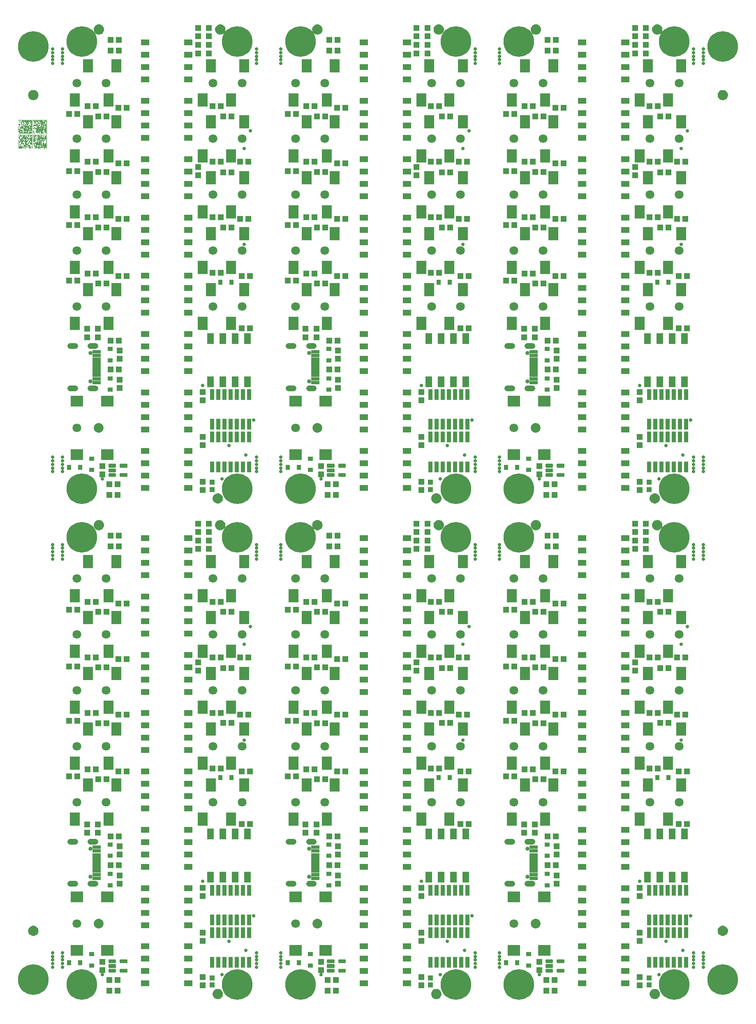
<source format=gts>
G04 EAGLE Gerber RS-274X export*
G75*
%MOMM*%
%FSLAX34Y34*%
%LPD*%
%INSoldermask Top*%
%IPPOS*%
%AMOC8*
5,1,8,0,0,1.08239X$1,22.5*%
G01*
G04 Define Apertures*
%ADD10C,0.711200*%
%ADD11C,6.303200*%
%ADD12R,1.203200X1.303200*%
%ADD13R,1.303200X1.203200*%
%ADD14R,0.833200X1.033200*%
%ADD15R,1.003200X1.003200*%
%ADD16R,1.033200X0.833200*%
%ADD17R,0.863600X2.235200*%
%ADD18R,2.603200X2.203200*%
%ADD19C,1.803200*%
%ADD20C,2.003200*%
%ADD21C,1.203200*%
%ADD22C,0.853200*%
%ADD23R,1.703200X0.803200*%
%ADD24R,1.703200X0.503200*%
%ADD25R,1.453200X2.203200*%
%ADD26R,1.703200X1.303200*%
%ADD27C,0.344606*%
%ADD28R,2.003200X2.803200*%
%ADD29R,0.830000X0.010000*%
%ADD30R,0.160000X0.010000*%
%ADD31R,0.170000X0.010000*%
%ADD32R,0.340000X0.010000*%
%ADD33R,0.330000X0.010000*%
%ADD34R,0.670000X0.010000*%
%ADD35R,0.500000X0.010000*%
%ADD36R,1.000000X0.010000*%
%ADD37R,0.660000X0.010000*%
%ADD38R,1.340000X0.010000*%
%ADD39R,0.840000X0.010000*%
%ADD40R,2.000000X0.010000*%
%ADD41C,0.705600*%
G36*
X41847Y139524D02*
X43638Y140004D01*
X45319Y140788D01*
X46838Y141851D01*
X48149Y143162D01*
X49212Y144681D01*
X49996Y146362D01*
X50476Y148153D01*
X50637Y150000D01*
X50476Y151847D01*
X49996Y153638D01*
X49212Y155319D01*
X48149Y156838D01*
X46838Y158149D01*
X45319Y159212D01*
X43638Y159996D01*
X41847Y160476D01*
X40000Y160637D01*
X38153Y160476D01*
X36362Y159996D01*
X34681Y159212D01*
X33162Y158149D01*
X31851Y156838D01*
X30788Y155319D01*
X30004Y153638D01*
X29524Y151847D01*
X29363Y150000D01*
X29524Y148153D01*
X30004Y146362D01*
X30788Y144681D01*
X31851Y143162D01*
X33162Y141851D01*
X34681Y140788D01*
X36362Y140004D01*
X38153Y139524D01*
X40000Y139363D01*
X41847Y139524D01*
G37*
G36*
X41847Y1859524D02*
X43638Y1860004D01*
X45319Y1860788D01*
X46838Y1861851D01*
X48149Y1863162D01*
X49212Y1864681D01*
X49996Y1866362D01*
X50476Y1868153D01*
X50637Y1870000D01*
X50476Y1871847D01*
X49996Y1873638D01*
X49212Y1875319D01*
X48149Y1876838D01*
X46838Y1878149D01*
X45319Y1879212D01*
X43638Y1879996D01*
X41847Y1880476D01*
X40000Y1880637D01*
X38153Y1880476D01*
X36362Y1879996D01*
X34681Y1879212D01*
X33162Y1878149D01*
X31851Y1876838D01*
X30788Y1875319D01*
X30004Y1873638D01*
X29524Y1871847D01*
X29363Y1870000D01*
X29524Y1868153D01*
X30004Y1866362D01*
X30788Y1864681D01*
X31851Y1863162D01*
X33162Y1861851D01*
X34681Y1860788D01*
X36362Y1860004D01*
X38153Y1859524D01*
X40000Y1859363D01*
X41847Y1859524D01*
G37*
G36*
X185476Y986847D02*
X184996Y988638D01*
X184212Y990319D01*
X183149Y991838D01*
X181838Y993149D01*
X180319Y994212D01*
X178638Y994996D01*
X176847Y995476D01*
X175000Y995637D01*
X173153Y995476D01*
X171362Y994996D01*
X169681Y994212D01*
X168162Y993149D01*
X166851Y991838D01*
X165788Y990319D01*
X165004Y988638D01*
X164524Y986847D01*
X164363Y985000D01*
X164524Y983153D01*
X165004Y981362D01*
X165788Y979681D01*
X166851Y978162D01*
X168162Y976851D01*
X169681Y975788D01*
X171362Y975004D01*
X173153Y974524D01*
X175000Y974363D01*
X176847Y974524D01*
X178638Y975004D01*
X180319Y975788D01*
X181838Y976851D01*
X183149Y978162D01*
X184212Y979681D01*
X184996Y981362D01*
X185476Y983153D01*
X185637Y985000D01*
X185476Y986847D01*
G37*
G36*
X185476Y2006847D02*
X184996Y2008638D01*
X184212Y2010319D01*
X183149Y2011838D01*
X181838Y2013149D01*
X180319Y2014212D01*
X178638Y2014996D01*
X176847Y2015476D01*
X175000Y2015637D01*
X173153Y2015476D01*
X171362Y2014996D01*
X169681Y2014212D01*
X168162Y2013149D01*
X166851Y2011838D01*
X165788Y2010319D01*
X165004Y2008638D01*
X164524Y2006847D01*
X164363Y2005000D01*
X164524Y2003153D01*
X165004Y2001362D01*
X165788Y1999681D01*
X166851Y1998162D01*
X168162Y1996851D01*
X169681Y1995788D01*
X171362Y1995004D01*
X173153Y1994524D01*
X175000Y1994363D01*
X176847Y1994524D01*
X178638Y1995004D01*
X180319Y1995788D01*
X181838Y1996851D01*
X183149Y1998162D01*
X184212Y1999681D01*
X184996Y2001362D01*
X185476Y2003153D01*
X185637Y2005000D01*
X185476Y2006847D01*
G37*
G36*
X430476Y21847D02*
X429996Y23638D01*
X429212Y25319D01*
X428149Y26838D01*
X426838Y28149D01*
X425319Y29212D01*
X423638Y29996D01*
X421847Y30476D01*
X420000Y30637D01*
X418153Y30476D01*
X416362Y29996D01*
X414681Y29212D01*
X413162Y28149D01*
X411851Y26838D01*
X410788Y25319D01*
X410004Y23638D01*
X409524Y21847D01*
X409363Y20000D01*
X409524Y18153D01*
X410004Y16362D01*
X410788Y14681D01*
X411851Y13162D01*
X413162Y11851D01*
X414681Y10788D01*
X416362Y10004D01*
X418153Y9524D01*
X420000Y9363D01*
X421847Y9524D01*
X423638Y10004D01*
X425319Y10788D01*
X426838Y11851D01*
X428149Y13162D01*
X429212Y14681D01*
X429996Y16362D01*
X430476Y18153D01*
X430637Y20000D01*
X430476Y21847D01*
G37*
G36*
X430476Y1041847D02*
X429996Y1043638D01*
X429212Y1045319D01*
X428149Y1046838D01*
X426838Y1048149D01*
X425319Y1049212D01*
X423638Y1049996D01*
X421847Y1050476D01*
X420000Y1050637D01*
X418153Y1050476D01*
X416362Y1049996D01*
X414681Y1049212D01*
X413162Y1048149D01*
X411851Y1046838D01*
X410788Y1045319D01*
X410004Y1043638D01*
X409524Y1041847D01*
X409363Y1040000D01*
X409524Y1038153D01*
X410004Y1036362D01*
X410788Y1034681D01*
X411851Y1033162D01*
X413162Y1031851D01*
X414681Y1030788D01*
X416362Y1030004D01*
X418153Y1029524D01*
X420000Y1029363D01*
X421847Y1029524D01*
X423638Y1030004D01*
X425319Y1030788D01*
X426838Y1031851D01*
X428149Y1033162D01*
X429212Y1034681D01*
X429996Y1036362D01*
X430476Y1038153D01*
X430637Y1040000D01*
X430476Y1041847D01*
G37*
G36*
X435476Y986847D02*
X434996Y988638D01*
X434212Y990319D01*
X433149Y991838D01*
X431838Y993149D01*
X430319Y994212D01*
X428638Y994996D01*
X426847Y995476D01*
X425000Y995637D01*
X423153Y995476D01*
X421362Y994996D01*
X419681Y994212D01*
X418162Y993149D01*
X416851Y991838D01*
X415788Y990319D01*
X415004Y988638D01*
X414524Y986847D01*
X414363Y985000D01*
X414524Y983153D01*
X415004Y981362D01*
X415788Y979681D01*
X416851Y978162D01*
X418162Y976851D01*
X419681Y975788D01*
X421362Y975004D01*
X423153Y974524D01*
X425000Y974363D01*
X426847Y974524D01*
X428638Y975004D01*
X430319Y975788D01*
X431838Y976851D01*
X433149Y978162D01*
X434212Y979681D01*
X434996Y981362D01*
X435476Y983153D01*
X435637Y985000D01*
X435476Y986847D01*
G37*
G36*
X435476Y2006847D02*
X434996Y2008638D01*
X434212Y2010319D01*
X433149Y2011838D01*
X431838Y2013149D01*
X430319Y2014212D01*
X428638Y2014996D01*
X426847Y2015476D01*
X425000Y2015637D01*
X423153Y2015476D01*
X421362Y2014996D01*
X419681Y2014212D01*
X418162Y2013149D01*
X416851Y2011838D01*
X415788Y2010319D01*
X415004Y2008638D01*
X414524Y2006847D01*
X414363Y2005000D01*
X414524Y2003153D01*
X415004Y2001362D01*
X415788Y1999681D01*
X416851Y1998162D01*
X418162Y1996851D01*
X419681Y1995788D01*
X421362Y1995004D01*
X423153Y1994524D01*
X425000Y1994363D01*
X426847Y1994524D01*
X428638Y1995004D01*
X430319Y1995788D01*
X431838Y1996851D01*
X433149Y1998162D01*
X434212Y1999681D01*
X434996Y2001362D01*
X435476Y2003153D01*
X435637Y2005000D01*
X435476Y2006847D01*
G37*
G36*
X635476Y986847D02*
X634996Y988638D01*
X634212Y990319D01*
X633149Y991838D01*
X631838Y993149D01*
X630319Y994212D01*
X628638Y994996D01*
X626847Y995476D01*
X625000Y995637D01*
X623153Y995476D01*
X621362Y994996D01*
X619681Y994212D01*
X618162Y993149D01*
X616851Y991838D01*
X615788Y990319D01*
X615004Y988638D01*
X614524Y986847D01*
X614363Y985000D01*
X614524Y983153D01*
X615004Y981362D01*
X615788Y979681D01*
X616851Y978162D01*
X618162Y976851D01*
X619681Y975788D01*
X621362Y975004D01*
X623153Y974524D01*
X625000Y974363D01*
X626847Y974524D01*
X628638Y975004D01*
X630319Y975788D01*
X631838Y976851D01*
X633149Y978162D01*
X634212Y979681D01*
X634996Y981362D01*
X635476Y983153D01*
X635637Y985000D01*
X635476Y986847D01*
G37*
G36*
X635476Y2006847D02*
X634996Y2008638D01*
X634212Y2010319D01*
X633149Y2011838D01*
X631838Y2013149D01*
X630319Y2014212D01*
X628638Y2014996D01*
X626847Y2015476D01*
X625000Y2015637D01*
X623153Y2015476D01*
X621362Y2014996D01*
X619681Y2014212D01*
X618162Y2013149D01*
X616851Y2011838D01*
X615788Y2010319D01*
X615004Y2008638D01*
X614524Y2006847D01*
X614363Y2005000D01*
X614524Y2003153D01*
X615004Y2001362D01*
X615788Y1999681D01*
X616851Y1998162D01*
X618162Y1996851D01*
X619681Y1995788D01*
X621362Y1995004D01*
X623153Y1994524D01*
X625000Y1994363D01*
X626847Y1994524D01*
X628638Y1995004D01*
X630319Y1995788D01*
X631838Y1996851D01*
X633149Y1998162D01*
X634212Y1999681D01*
X634996Y2001362D01*
X635476Y2003153D01*
X635637Y2005000D01*
X635476Y2006847D01*
G37*
G36*
X880476Y21847D02*
X879996Y23638D01*
X879212Y25319D01*
X878149Y26838D01*
X876838Y28149D01*
X875319Y29212D01*
X873638Y29996D01*
X871847Y30476D01*
X870000Y30637D01*
X868153Y30476D01*
X866362Y29996D01*
X864681Y29212D01*
X863162Y28149D01*
X861851Y26838D01*
X860788Y25319D01*
X860004Y23638D01*
X859524Y21847D01*
X859363Y20000D01*
X859524Y18153D01*
X860004Y16362D01*
X860788Y14681D01*
X861851Y13162D01*
X863162Y11851D01*
X864681Y10788D01*
X866362Y10004D01*
X868153Y9524D01*
X870000Y9363D01*
X871847Y9524D01*
X873638Y10004D01*
X875319Y10788D01*
X876838Y11851D01*
X878149Y13162D01*
X879212Y14681D01*
X879996Y16362D01*
X880476Y18153D01*
X880637Y20000D01*
X880476Y21847D01*
G37*
G36*
X880476Y1041847D02*
X879996Y1043638D01*
X879212Y1045319D01*
X878149Y1046838D01*
X876838Y1048149D01*
X875319Y1049212D01*
X873638Y1049996D01*
X871847Y1050476D01*
X870000Y1050637D01*
X868153Y1050476D01*
X866362Y1049996D01*
X864681Y1049212D01*
X863162Y1048149D01*
X861851Y1046838D01*
X860788Y1045319D01*
X860004Y1043638D01*
X859524Y1041847D01*
X859363Y1040000D01*
X859524Y1038153D01*
X860004Y1036362D01*
X860788Y1034681D01*
X861851Y1033162D01*
X863162Y1031851D01*
X864681Y1030788D01*
X866362Y1030004D01*
X868153Y1029524D01*
X870000Y1029363D01*
X871847Y1029524D01*
X873638Y1030004D01*
X875319Y1030788D01*
X876838Y1031851D01*
X878149Y1033162D01*
X879212Y1034681D01*
X879996Y1036362D01*
X880476Y1038153D01*
X880637Y1040000D01*
X880476Y1041847D01*
G37*
G36*
X885476Y986847D02*
X884996Y988638D01*
X884212Y990319D01*
X883149Y991838D01*
X881838Y993149D01*
X880319Y994212D01*
X878638Y994996D01*
X876847Y995476D01*
X875000Y995637D01*
X873153Y995476D01*
X871362Y994996D01*
X869681Y994212D01*
X868162Y993149D01*
X866851Y991838D01*
X865788Y990319D01*
X865004Y988638D01*
X864524Y986847D01*
X864363Y985000D01*
X864524Y983153D01*
X865004Y981362D01*
X865788Y979681D01*
X866851Y978162D01*
X868162Y976851D01*
X869681Y975788D01*
X871362Y975004D01*
X873153Y974524D01*
X875000Y974363D01*
X876847Y974524D01*
X878638Y975004D01*
X880319Y975788D01*
X881838Y976851D01*
X883149Y978162D01*
X884212Y979681D01*
X884996Y981362D01*
X885476Y983153D01*
X885637Y985000D01*
X885476Y986847D01*
G37*
G36*
X885476Y2006847D02*
X884996Y2008638D01*
X884212Y2010319D01*
X883149Y2011838D01*
X881838Y2013149D01*
X880319Y2014212D01*
X878638Y2014996D01*
X876847Y2015476D01*
X875000Y2015637D01*
X873153Y2015476D01*
X871362Y2014996D01*
X869681Y2014212D01*
X868162Y2013149D01*
X866851Y2011838D01*
X865788Y2010319D01*
X865004Y2008638D01*
X864524Y2006847D01*
X864363Y2005000D01*
X864524Y2003153D01*
X865004Y2001362D01*
X865788Y1999681D01*
X866851Y1998162D01*
X868162Y1996851D01*
X869681Y1995788D01*
X871362Y1995004D01*
X873153Y1994524D01*
X875000Y1994363D01*
X876847Y1994524D01*
X878638Y1995004D01*
X880319Y1995788D01*
X881838Y1996851D01*
X883149Y1998162D01*
X884212Y1999681D01*
X884996Y2001362D01*
X885476Y2003153D01*
X885637Y2005000D01*
X885476Y2006847D01*
G37*
G36*
X1085476Y986847D02*
X1084996Y988638D01*
X1084212Y990319D01*
X1083149Y991838D01*
X1081838Y993149D01*
X1080319Y994212D01*
X1078638Y994996D01*
X1076847Y995476D01*
X1075000Y995637D01*
X1073153Y995476D01*
X1071362Y994996D01*
X1069681Y994212D01*
X1068162Y993149D01*
X1066851Y991838D01*
X1065788Y990319D01*
X1065004Y988638D01*
X1064524Y986847D01*
X1064363Y985000D01*
X1064524Y983153D01*
X1065004Y981362D01*
X1065788Y979681D01*
X1066851Y978162D01*
X1068162Y976851D01*
X1069681Y975788D01*
X1071362Y975004D01*
X1073153Y974524D01*
X1075000Y974363D01*
X1076847Y974524D01*
X1078638Y975004D01*
X1080319Y975788D01*
X1081838Y976851D01*
X1083149Y978162D01*
X1084212Y979681D01*
X1084996Y981362D01*
X1085476Y983153D01*
X1085637Y985000D01*
X1085476Y986847D01*
G37*
G36*
X1085476Y2006847D02*
X1084996Y2008638D01*
X1084212Y2010319D01*
X1083149Y2011838D01*
X1081838Y2013149D01*
X1080319Y2014212D01*
X1078638Y2014996D01*
X1076847Y2015476D01*
X1075000Y2015637D01*
X1073153Y2015476D01*
X1071362Y2014996D01*
X1069681Y2014212D01*
X1068162Y2013149D01*
X1066851Y2011838D01*
X1065788Y2010319D01*
X1065004Y2008638D01*
X1064524Y2006847D01*
X1064363Y2005000D01*
X1064524Y2003153D01*
X1065004Y2001362D01*
X1065788Y1999681D01*
X1066851Y1998162D01*
X1068162Y1996851D01*
X1069681Y1995788D01*
X1071362Y1995004D01*
X1073153Y1994524D01*
X1075000Y1994363D01*
X1076847Y1994524D01*
X1078638Y1995004D01*
X1080319Y1995788D01*
X1081838Y1996851D01*
X1083149Y1998162D01*
X1084212Y1999681D01*
X1084996Y2001362D01*
X1085476Y2003153D01*
X1085637Y2005000D01*
X1085476Y2006847D01*
G37*
G36*
X1330476Y21847D02*
X1329996Y23638D01*
X1329212Y25319D01*
X1328149Y26838D01*
X1326838Y28149D01*
X1325319Y29212D01*
X1323638Y29996D01*
X1321847Y30476D01*
X1320000Y30637D01*
X1318153Y30476D01*
X1316362Y29996D01*
X1314681Y29212D01*
X1313162Y28149D01*
X1311851Y26838D01*
X1310788Y25319D01*
X1310004Y23638D01*
X1309524Y21847D01*
X1309363Y20000D01*
X1309524Y18153D01*
X1310004Y16362D01*
X1310788Y14681D01*
X1311851Y13162D01*
X1313162Y11851D01*
X1314681Y10788D01*
X1316362Y10004D01*
X1318153Y9524D01*
X1320000Y9363D01*
X1321847Y9524D01*
X1323638Y10004D01*
X1325319Y10788D01*
X1326838Y11851D01*
X1328149Y13162D01*
X1329212Y14681D01*
X1329996Y16362D01*
X1330476Y18153D01*
X1330637Y20000D01*
X1330476Y21847D01*
G37*
G36*
X1330476Y1041847D02*
X1329996Y1043638D01*
X1329212Y1045319D01*
X1328149Y1046838D01*
X1326838Y1048149D01*
X1325319Y1049212D01*
X1323638Y1049996D01*
X1321847Y1050476D01*
X1320000Y1050637D01*
X1318153Y1050476D01*
X1316362Y1049996D01*
X1314681Y1049212D01*
X1313162Y1048149D01*
X1311851Y1046838D01*
X1310788Y1045319D01*
X1310004Y1043638D01*
X1309524Y1041847D01*
X1309363Y1040000D01*
X1309524Y1038153D01*
X1310004Y1036362D01*
X1310788Y1034681D01*
X1311851Y1033162D01*
X1313162Y1031851D01*
X1314681Y1030788D01*
X1316362Y1030004D01*
X1318153Y1029524D01*
X1320000Y1029363D01*
X1321847Y1029524D01*
X1323638Y1030004D01*
X1325319Y1030788D01*
X1326838Y1031851D01*
X1328149Y1033162D01*
X1329212Y1034681D01*
X1329996Y1036362D01*
X1330476Y1038153D01*
X1330637Y1040000D01*
X1330476Y1041847D01*
G37*
G36*
X1335476Y986847D02*
X1334996Y988638D01*
X1334212Y990319D01*
X1333149Y991838D01*
X1331838Y993149D01*
X1330319Y994212D01*
X1328638Y994996D01*
X1326847Y995476D01*
X1325000Y995637D01*
X1323153Y995476D01*
X1321362Y994996D01*
X1319681Y994212D01*
X1318162Y993149D01*
X1316851Y991838D01*
X1315788Y990319D01*
X1315004Y988638D01*
X1314524Y986847D01*
X1314363Y985000D01*
X1314524Y983153D01*
X1315004Y981362D01*
X1315788Y979681D01*
X1316851Y978162D01*
X1318162Y976851D01*
X1319681Y975788D01*
X1321362Y975004D01*
X1323153Y974524D01*
X1325000Y974363D01*
X1326847Y974524D01*
X1328638Y975004D01*
X1330319Y975788D01*
X1331838Y976851D01*
X1333149Y978162D01*
X1334212Y979681D01*
X1334996Y981362D01*
X1335476Y983153D01*
X1335637Y985000D01*
X1335476Y986847D01*
G37*
G36*
X1335476Y2006847D02*
X1334996Y2008638D01*
X1334212Y2010319D01*
X1333149Y2011838D01*
X1331838Y2013149D01*
X1330319Y2014212D01*
X1328638Y2014996D01*
X1326847Y2015476D01*
X1325000Y2015637D01*
X1323153Y2015476D01*
X1321362Y2014996D01*
X1319681Y2014212D01*
X1318162Y2013149D01*
X1316851Y2011838D01*
X1315788Y2010319D01*
X1315004Y2008638D01*
X1314524Y2006847D01*
X1314363Y2005000D01*
X1314524Y2003153D01*
X1315004Y2001362D01*
X1315788Y1999681D01*
X1316851Y1998162D01*
X1318162Y1996851D01*
X1319681Y1995788D01*
X1321362Y1995004D01*
X1323153Y1994524D01*
X1325000Y1994363D01*
X1326847Y1994524D01*
X1328638Y1995004D01*
X1330319Y1995788D01*
X1331838Y1996851D01*
X1333149Y1998162D01*
X1334212Y1999681D01*
X1334996Y2001362D01*
X1335476Y2003153D01*
X1335637Y2005000D01*
X1335476Y2006847D01*
G37*
G36*
X1461847Y139524D02*
X1463638Y140004D01*
X1465319Y140788D01*
X1466838Y141851D01*
X1468149Y143162D01*
X1469212Y144681D01*
X1469996Y146362D01*
X1470476Y148153D01*
X1470637Y150000D01*
X1470476Y151847D01*
X1469996Y153638D01*
X1469212Y155319D01*
X1468149Y156838D01*
X1466838Y158149D01*
X1465319Y159212D01*
X1463638Y159996D01*
X1461847Y160476D01*
X1460000Y160637D01*
X1458153Y160476D01*
X1456362Y159996D01*
X1454681Y159212D01*
X1453162Y158149D01*
X1451851Y156838D01*
X1450788Y155319D01*
X1450004Y153638D01*
X1449524Y151847D01*
X1449363Y150000D01*
X1449524Y148153D01*
X1450004Y146362D01*
X1450788Y144681D01*
X1451851Y143162D01*
X1453162Y141851D01*
X1454681Y140788D01*
X1456362Y140004D01*
X1458153Y139524D01*
X1460000Y139363D01*
X1461847Y139524D01*
G37*
G36*
X1461847Y1859524D02*
X1463638Y1860004D01*
X1465319Y1860788D01*
X1466838Y1861851D01*
X1468149Y1863162D01*
X1469212Y1864681D01*
X1469996Y1866362D01*
X1470476Y1868153D01*
X1470637Y1870000D01*
X1470476Y1871847D01*
X1469996Y1873638D01*
X1469212Y1875319D01*
X1468149Y1876838D01*
X1466838Y1878149D01*
X1465319Y1879212D01*
X1463638Y1879996D01*
X1461847Y1880476D01*
X1460000Y1880637D01*
X1458153Y1880476D01*
X1456362Y1879996D01*
X1454681Y1879212D01*
X1453162Y1878149D01*
X1451851Y1876838D01*
X1450788Y1875319D01*
X1450004Y1873638D01*
X1449524Y1871847D01*
X1449363Y1870000D01*
X1449524Y1868153D01*
X1450004Y1866362D01*
X1450788Y1864681D01*
X1451851Y1863162D01*
X1453162Y1861851D01*
X1454681Y1860788D01*
X1456362Y1860004D01*
X1458153Y1859524D01*
X1460000Y1859363D01*
X1461847Y1859524D01*
G37*
D10*
X550000Y930000D03*
X550000Y937500D03*
X550000Y922500D03*
X550000Y915000D03*
X550000Y945000D03*
X500000Y930000D03*
X500000Y937500D03*
X500000Y922500D03*
X500000Y915000D03*
X500000Y945000D03*
X550000Y90000D03*
X550000Y97500D03*
X550000Y82500D03*
X550000Y75000D03*
X550000Y105000D03*
X500000Y90000D03*
X500000Y97500D03*
X500000Y82500D03*
X500000Y75000D03*
X500000Y105000D03*
X1000000Y930000D03*
X1000000Y937500D03*
X1000000Y922500D03*
X1000000Y915000D03*
X1000000Y945000D03*
X950000Y930000D03*
X950000Y937500D03*
X950000Y922500D03*
X950000Y915000D03*
X950000Y945000D03*
X1000000Y90000D03*
X1000000Y97500D03*
X1000000Y82500D03*
X1000000Y75000D03*
X1000000Y105000D03*
X950000Y90000D03*
X950000Y97500D03*
X950000Y82500D03*
X950000Y75000D03*
X950000Y105000D03*
X550000Y1950000D03*
X550000Y1957500D03*
X550000Y1942500D03*
X550000Y1935000D03*
X550000Y1965000D03*
X500000Y1950000D03*
X500000Y1957500D03*
X500000Y1942500D03*
X500000Y1935000D03*
X500000Y1965000D03*
X550000Y1110000D03*
X550000Y1117500D03*
X550000Y1102500D03*
X550000Y1095000D03*
X550000Y1125000D03*
X500000Y1110000D03*
X500000Y1117500D03*
X500000Y1102500D03*
X500000Y1095000D03*
X500000Y1125000D03*
X1000000Y1950000D03*
X1000000Y1957500D03*
X1000000Y1942500D03*
X1000000Y1935000D03*
X1000000Y1965000D03*
X950000Y1950000D03*
X950000Y1957500D03*
X950000Y1942500D03*
X950000Y1935000D03*
X950000Y1965000D03*
X1000000Y1110000D03*
X1000000Y1117500D03*
X1000000Y1102500D03*
X1000000Y1095000D03*
X1000000Y1125000D03*
X950000Y1110000D03*
X950000Y1117500D03*
X950000Y1102500D03*
X950000Y1095000D03*
X950000Y1125000D03*
X80000Y90000D03*
X80000Y82500D03*
X80000Y97500D03*
X80000Y105000D03*
X80000Y75000D03*
X100000Y90000D03*
X100000Y82500D03*
X100000Y97500D03*
X100000Y105000D03*
X100000Y75000D03*
X80000Y930000D03*
X80000Y922500D03*
X80000Y937500D03*
X80000Y945000D03*
X80000Y915000D03*
X100000Y930000D03*
X100000Y922500D03*
X100000Y937500D03*
X100000Y945000D03*
X100000Y915000D03*
X80000Y1110000D03*
X80000Y1102500D03*
X80000Y1117500D03*
X80000Y1125000D03*
X80000Y1095000D03*
X100000Y1110000D03*
X100000Y1102500D03*
X100000Y1117500D03*
X100000Y1125000D03*
X100000Y1095000D03*
X80000Y1950000D03*
X80000Y1942500D03*
X80000Y1957500D03*
X80000Y1965000D03*
X80000Y1935000D03*
X100000Y1950000D03*
X100000Y1942500D03*
X100000Y1957500D03*
X100000Y1965000D03*
X100000Y1935000D03*
X1400000Y1950000D03*
X1400000Y1942500D03*
X1400000Y1957500D03*
X1400000Y1965000D03*
X1400000Y1935000D03*
X1420000Y1950000D03*
X1420000Y1942500D03*
X1420000Y1957500D03*
X1420000Y1965000D03*
X1420000Y1935000D03*
X1400000Y1110000D03*
X1400000Y1102500D03*
X1400000Y1117500D03*
X1400000Y1125000D03*
X1400000Y1095000D03*
X1420000Y1110000D03*
X1420000Y1102500D03*
X1420000Y1117500D03*
X1420000Y1125000D03*
X1420000Y1095000D03*
X1400000Y930000D03*
X1400000Y922500D03*
X1400000Y937500D03*
X1400000Y945000D03*
X1400000Y915000D03*
X1420000Y930000D03*
X1420000Y922500D03*
X1420000Y937500D03*
X1420000Y945000D03*
X1420000Y915000D03*
X1400000Y90000D03*
X1400000Y82500D03*
X1400000Y97500D03*
X1400000Y105000D03*
X1400000Y75000D03*
X1420000Y90000D03*
X1420000Y82500D03*
X1420000Y97500D03*
X1420000Y105000D03*
X1420000Y75000D03*
D11*
X40000Y1970000D03*
X1460000Y1970000D03*
X1460000Y50000D03*
X40000Y50000D03*
D12*
X182525Y86225D03*
X182525Y69225D03*
D13*
X213250Y49150D03*
X196250Y49150D03*
X213250Y26925D03*
X196250Y26925D03*
X199425Y344425D03*
X216425Y344425D03*
D12*
X388900Y221625D03*
X388900Y238625D03*
X388900Y146550D03*
X388900Y129550D03*
D14*
X448025Y465075D03*
X425025Y465075D03*
D15*
X407950Y38475D03*
X407950Y53475D03*
D14*
X136875Y84075D03*
X113875Y84075D03*
D16*
X160300Y101925D03*
X160300Y78925D03*
X198400Y267025D03*
X198400Y244025D03*
X198400Y304350D03*
X198400Y327350D03*
D17*
X407950Y85091D03*
X407950Y146559D03*
X420650Y85091D03*
X433350Y85091D03*
X420650Y146559D03*
X433350Y146559D03*
X446050Y85091D03*
X446050Y146559D03*
X458750Y85091D03*
X471450Y85091D03*
X458750Y146559D03*
X471450Y146559D03*
X484150Y85091D03*
X484150Y146559D03*
X407950Y172404D03*
X407950Y233872D03*
X420650Y172404D03*
X433350Y172404D03*
X420650Y233872D03*
X433350Y233872D03*
X446050Y172404D03*
X446050Y233872D03*
X458750Y172404D03*
X471450Y172404D03*
X458750Y233872D03*
X471450Y233872D03*
X484150Y172404D03*
X484150Y233872D03*
D18*
X130000Y220000D03*
X192000Y220000D03*
X192000Y110000D03*
X130000Y110000D03*
D19*
X130000Y165000D03*
D20*
X175000Y165000D03*
D21*
X126000Y333200D02*
X116000Y333200D01*
X116000Y246800D02*
X126000Y246800D01*
X157800Y246800D02*
X167800Y246800D01*
X167800Y333200D02*
X157800Y333200D01*
D22*
X157800Y318900D03*
X157800Y261100D03*
D23*
X170700Y258000D03*
X170700Y322000D03*
X170700Y314500D03*
X170700Y266000D03*
D24*
X170700Y272500D03*
X170700Y307500D03*
X170700Y302500D03*
X170700Y277500D03*
X170700Y282500D03*
X170700Y297500D03*
X170700Y292500D03*
X170700Y287500D03*
D11*
X460000Y960000D03*
X140000Y40000D03*
X460000Y40000D03*
X140000Y960000D03*
D25*
X480975Y260288D03*
X455575Y260288D03*
X430175Y260288D03*
X404775Y260288D03*
X404775Y349188D03*
X430175Y349188D03*
X455575Y349188D03*
X480975Y349188D03*
D13*
X408975Y484125D03*
X425975Y484125D03*
X469300Y369825D03*
X486300Y369825D03*
X448200Y577788D03*
X431200Y577788D03*
D12*
X217450Y264025D03*
X217450Y247025D03*
X217450Y307350D03*
X217450Y324350D03*
D13*
X486300Y477775D03*
X469300Y477775D03*
D12*
X388900Y37475D03*
X388900Y54475D03*
D26*
X359500Y92700D03*
X359500Y118100D03*
X359500Y67300D03*
X359500Y41900D03*
X270500Y118100D03*
X270500Y92700D03*
X270500Y67300D03*
X270500Y41900D03*
X359500Y212700D03*
X359500Y238100D03*
X359500Y187300D03*
X359500Y161900D03*
X270500Y238100D03*
X270500Y212700D03*
X270500Y187300D03*
X270500Y161900D03*
X359500Y332700D03*
X359500Y358100D03*
X359500Y307300D03*
X359500Y281900D03*
X270500Y358100D03*
X270500Y332700D03*
X270500Y307300D03*
X270500Y281900D03*
X359500Y452700D03*
X359500Y478100D03*
X359500Y427300D03*
X359500Y401900D03*
X270500Y478100D03*
X270500Y452700D03*
X270500Y427300D03*
X270500Y401900D03*
X359500Y572700D03*
X359500Y598100D03*
X359500Y547300D03*
X359500Y521900D03*
X270500Y598100D03*
X270500Y572700D03*
X270500Y547300D03*
X270500Y521900D03*
X359500Y692700D03*
X359500Y718100D03*
X359500Y667300D03*
X359500Y641900D03*
X270500Y718100D03*
X270500Y692700D03*
X270500Y667300D03*
X270500Y641900D03*
X359500Y812700D03*
X359500Y838100D03*
X359500Y787300D03*
X359500Y761900D03*
X270500Y838100D03*
X270500Y812700D03*
X270500Y787300D03*
X270500Y761900D03*
X359500Y932700D03*
X359500Y958100D03*
X359500Y907300D03*
X359500Y881900D03*
X270500Y958100D03*
X270500Y932700D03*
X270500Y907300D03*
X270500Y881900D03*
D27*
X208868Y85032D02*
X196382Y85032D01*
X196382Y89418D01*
X208868Y89418D01*
X208868Y85032D01*
X208868Y88306D02*
X196382Y88306D01*
X196382Y75532D02*
X208868Y75532D01*
X196382Y75532D02*
X196382Y79918D01*
X208868Y79918D01*
X208868Y75532D01*
X208868Y78806D02*
X196382Y78806D01*
X196382Y66032D02*
X208868Y66032D01*
X196382Y66032D02*
X196382Y70418D01*
X208868Y70418D01*
X208868Y66032D01*
X208868Y69306D02*
X196382Y69306D01*
X219682Y66032D02*
X232168Y66032D01*
X219682Y66032D02*
X219682Y70418D01*
X232168Y70418D01*
X232168Y66032D01*
X232168Y69306D02*
X219682Y69306D01*
X219682Y85032D02*
X232168Y85032D01*
X219682Y85032D02*
X219682Y89418D01*
X232168Y89418D01*
X232168Y85032D01*
X232168Y88306D02*
X219682Y88306D01*
D13*
X199425Y285375D03*
X216425Y285375D03*
X130700Y468250D03*
X113700Y468250D03*
X151800Y482538D03*
X168800Y482538D03*
D12*
X173000Y368800D03*
X173000Y351800D03*
X150775Y368800D03*
X150775Y351800D03*
D13*
X151800Y598425D03*
X168800Y598425D03*
X130700Y582550D03*
X113700Y582550D03*
X215300Y477775D03*
X232300Y477775D03*
X191025Y461900D03*
X174025Y461900D03*
X130700Y693675D03*
X113700Y693675D03*
X151800Y712725D03*
X168800Y712725D03*
X215300Y595250D03*
X232300Y595250D03*
X191025Y577475D03*
X174025Y577475D03*
X151800Y827025D03*
X168800Y827025D03*
X130700Y811150D03*
X113700Y811150D03*
X215300Y709550D03*
X232300Y709550D03*
X191025Y692088D03*
X174025Y692088D03*
X199425Y941325D03*
X216425Y941325D03*
X199425Y963550D03*
X216425Y963550D03*
X215300Y823850D03*
X232300Y823850D03*
X174025Y806388D03*
X191025Y806388D03*
X466125Y595250D03*
X483125Y595250D03*
X425975Y598425D03*
X408975Y598425D03*
D12*
X379375Y702175D03*
X379375Y685175D03*
D13*
X431200Y690500D03*
X448200Y690500D03*
X466125Y712725D03*
X483125Y712725D03*
X425975Y712725D03*
X408975Y712725D03*
X425975Y827025D03*
X408975Y827025D03*
D12*
X379375Y936000D03*
X379375Y953000D03*
X401600Y936000D03*
X401600Y953000D03*
X401600Y970925D03*
X401600Y987925D03*
X379375Y970925D03*
X379375Y987925D03*
D13*
X431200Y806388D03*
X448200Y806388D03*
D19*
X470000Y415000D03*
X410000Y415000D03*
D28*
X405500Y450000D03*
X474500Y450000D03*
X447000Y380000D03*
X389000Y380000D03*
D19*
X470000Y530000D03*
X410000Y530000D03*
D28*
X405500Y565000D03*
X474500Y565000D03*
X447000Y495000D03*
X389000Y495000D03*
D19*
X130000Y415000D03*
X190000Y415000D03*
D28*
X194500Y380000D03*
X125500Y380000D03*
X153000Y450000D03*
X211000Y450000D03*
D19*
X130000Y530000D03*
X190000Y530000D03*
D28*
X194500Y495000D03*
X125500Y495000D03*
X153000Y565000D03*
X211000Y565000D03*
D19*
X130000Y645000D03*
X190000Y645000D03*
D28*
X194500Y610000D03*
X125500Y610000D03*
X153000Y680000D03*
X211000Y680000D03*
D19*
X130000Y760000D03*
X190000Y760000D03*
D28*
X194500Y725000D03*
X125500Y725000D03*
X153000Y795000D03*
X211000Y795000D03*
D19*
X130000Y875000D03*
X190000Y875000D03*
D28*
X194500Y840000D03*
X125500Y840000D03*
X153000Y910000D03*
X211000Y910000D03*
D19*
X470000Y645000D03*
X410000Y645000D03*
D28*
X405500Y680000D03*
X474500Y680000D03*
X447000Y610000D03*
X389000Y610000D03*
D19*
X470000Y760000D03*
X410000Y760000D03*
D28*
X405500Y795000D03*
X474500Y795000D03*
X447000Y725000D03*
X389000Y725000D03*
D19*
X470000Y875000D03*
X410000Y875000D03*
D28*
X405500Y910000D03*
X474500Y910000D03*
X447000Y840000D03*
X389000Y840000D03*
D12*
X632525Y86225D03*
X632525Y69225D03*
D13*
X663250Y49150D03*
X646250Y49150D03*
X663250Y26925D03*
X646250Y26925D03*
X649425Y344425D03*
X666425Y344425D03*
D12*
X838900Y221625D03*
X838900Y238625D03*
X838900Y146550D03*
X838900Y129550D03*
D14*
X898025Y465075D03*
X875025Y465075D03*
D15*
X857950Y38475D03*
X857950Y53475D03*
D14*
X586875Y84075D03*
X563875Y84075D03*
D16*
X610300Y101925D03*
X610300Y78925D03*
X648400Y267025D03*
X648400Y244025D03*
X648400Y304350D03*
X648400Y327350D03*
D17*
X857950Y85091D03*
X857950Y146559D03*
X870650Y85091D03*
X883350Y85091D03*
X870650Y146559D03*
X883350Y146559D03*
X896050Y85091D03*
X896050Y146559D03*
X908750Y85091D03*
X921450Y85091D03*
X908750Y146559D03*
X921450Y146559D03*
X934150Y85091D03*
X934150Y146559D03*
X857950Y172404D03*
X857950Y233872D03*
X870650Y172404D03*
X883350Y172404D03*
X870650Y233872D03*
X883350Y233872D03*
X896050Y172404D03*
X896050Y233872D03*
X908750Y172404D03*
X921450Y172404D03*
X908750Y233872D03*
X921450Y233872D03*
X934150Y172404D03*
X934150Y233872D03*
D18*
X580000Y220000D03*
X642000Y220000D03*
X642000Y110000D03*
X580000Y110000D03*
D19*
X580000Y165000D03*
D20*
X625000Y165000D03*
D21*
X576000Y333200D02*
X566000Y333200D01*
X566000Y246800D02*
X576000Y246800D01*
X607800Y246800D02*
X617800Y246800D01*
X617800Y333200D02*
X607800Y333200D01*
D22*
X607800Y318900D03*
X607800Y261100D03*
D23*
X620700Y258000D03*
X620700Y322000D03*
X620700Y314500D03*
X620700Y266000D03*
D24*
X620700Y272500D03*
X620700Y307500D03*
X620700Y302500D03*
X620700Y277500D03*
X620700Y282500D03*
X620700Y297500D03*
X620700Y292500D03*
X620700Y287500D03*
D11*
X910000Y960000D03*
X590000Y40000D03*
X910000Y40000D03*
X590000Y960000D03*
D25*
X930975Y260288D03*
X905575Y260288D03*
X880175Y260288D03*
X854775Y260288D03*
X854775Y349188D03*
X880175Y349188D03*
X905575Y349188D03*
X930975Y349188D03*
D13*
X858975Y484125D03*
X875975Y484125D03*
X919300Y369825D03*
X936300Y369825D03*
X898200Y577788D03*
X881200Y577788D03*
D12*
X667450Y264025D03*
X667450Y247025D03*
X667450Y307350D03*
X667450Y324350D03*
D13*
X936300Y477775D03*
X919300Y477775D03*
D12*
X838900Y37475D03*
X838900Y54475D03*
D26*
X809500Y92700D03*
X809500Y118100D03*
X809500Y67300D03*
X809500Y41900D03*
X720500Y118100D03*
X720500Y92700D03*
X720500Y67300D03*
X720500Y41900D03*
X809500Y212700D03*
X809500Y238100D03*
X809500Y187300D03*
X809500Y161900D03*
X720500Y238100D03*
X720500Y212700D03*
X720500Y187300D03*
X720500Y161900D03*
X809500Y332700D03*
X809500Y358100D03*
X809500Y307300D03*
X809500Y281900D03*
X720500Y358100D03*
X720500Y332700D03*
X720500Y307300D03*
X720500Y281900D03*
X809500Y452700D03*
X809500Y478100D03*
X809500Y427300D03*
X809500Y401900D03*
X720500Y478100D03*
X720500Y452700D03*
X720500Y427300D03*
X720500Y401900D03*
X809500Y572700D03*
X809500Y598100D03*
X809500Y547300D03*
X809500Y521900D03*
X720500Y598100D03*
X720500Y572700D03*
X720500Y547300D03*
X720500Y521900D03*
X809500Y692700D03*
X809500Y718100D03*
X809500Y667300D03*
X809500Y641900D03*
X720500Y718100D03*
X720500Y692700D03*
X720500Y667300D03*
X720500Y641900D03*
X809500Y812700D03*
X809500Y838100D03*
X809500Y787300D03*
X809500Y761900D03*
X720500Y838100D03*
X720500Y812700D03*
X720500Y787300D03*
X720500Y761900D03*
X809500Y932700D03*
X809500Y958100D03*
X809500Y907300D03*
X809500Y881900D03*
X720500Y958100D03*
X720500Y932700D03*
X720500Y907300D03*
X720500Y881900D03*
D27*
X658868Y85032D02*
X646382Y85032D01*
X646382Y89418D01*
X658868Y89418D01*
X658868Y85032D01*
X658868Y88306D02*
X646382Y88306D01*
X646382Y75532D02*
X658868Y75532D01*
X646382Y75532D02*
X646382Y79918D01*
X658868Y79918D01*
X658868Y75532D01*
X658868Y78806D02*
X646382Y78806D01*
X646382Y66032D02*
X658868Y66032D01*
X646382Y66032D02*
X646382Y70418D01*
X658868Y70418D01*
X658868Y66032D01*
X658868Y69306D02*
X646382Y69306D01*
X669682Y66032D02*
X682168Y66032D01*
X669682Y66032D02*
X669682Y70418D01*
X682168Y70418D01*
X682168Y66032D01*
X682168Y69306D02*
X669682Y69306D01*
X669682Y85032D02*
X682168Y85032D01*
X669682Y85032D02*
X669682Y89418D01*
X682168Y89418D01*
X682168Y85032D01*
X682168Y88306D02*
X669682Y88306D01*
D13*
X649425Y285375D03*
X666425Y285375D03*
X580700Y468250D03*
X563700Y468250D03*
X601800Y482538D03*
X618800Y482538D03*
D12*
X623000Y368800D03*
X623000Y351800D03*
X600775Y368800D03*
X600775Y351800D03*
D13*
X601800Y598425D03*
X618800Y598425D03*
X580700Y582550D03*
X563700Y582550D03*
X665300Y477775D03*
X682300Y477775D03*
X641025Y461900D03*
X624025Y461900D03*
X580700Y693675D03*
X563700Y693675D03*
X601800Y712725D03*
X618800Y712725D03*
X665300Y595250D03*
X682300Y595250D03*
X641025Y577475D03*
X624025Y577475D03*
X601800Y827025D03*
X618800Y827025D03*
X580700Y811150D03*
X563700Y811150D03*
X665300Y709550D03*
X682300Y709550D03*
X641025Y692088D03*
X624025Y692088D03*
X649425Y941325D03*
X666425Y941325D03*
X649425Y963550D03*
X666425Y963550D03*
X665300Y823850D03*
X682300Y823850D03*
X624025Y806388D03*
X641025Y806388D03*
X916125Y595250D03*
X933125Y595250D03*
X875975Y598425D03*
X858975Y598425D03*
D12*
X829375Y702175D03*
X829375Y685175D03*
D13*
X881200Y690500D03*
X898200Y690500D03*
X916125Y712725D03*
X933125Y712725D03*
X875975Y712725D03*
X858975Y712725D03*
X875975Y827025D03*
X858975Y827025D03*
D12*
X829375Y936000D03*
X829375Y953000D03*
X851600Y936000D03*
X851600Y953000D03*
X851600Y970925D03*
X851600Y987925D03*
X829375Y970925D03*
X829375Y987925D03*
D13*
X881200Y806388D03*
X898200Y806388D03*
D19*
X920000Y415000D03*
X860000Y415000D03*
D28*
X855500Y450000D03*
X924500Y450000D03*
X897000Y380000D03*
X839000Y380000D03*
D19*
X920000Y530000D03*
X860000Y530000D03*
D28*
X855500Y565000D03*
X924500Y565000D03*
X897000Y495000D03*
X839000Y495000D03*
D19*
X580000Y415000D03*
X640000Y415000D03*
D28*
X644500Y380000D03*
X575500Y380000D03*
X603000Y450000D03*
X661000Y450000D03*
D19*
X580000Y530000D03*
X640000Y530000D03*
D28*
X644500Y495000D03*
X575500Y495000D03*
X603000Y565000D03*
X661000Y565000D03*
D19*
X580000Y645000D03*
X640000Y645000D03*
D28*
X644500Y610000D03*
X575500Y610000D03*
X603000Y680000D03*
X661000Y680000D03*
D19*
X580000Y760000D03*
X640000Y760000D03*
D28*
X644500Y725000D03*
X575500Y725000D03*
X603000Y795000D03*
X661000Y795000D03*
D19*
X580000Y875000D03*
X640000Y875000D03*
D28*
X644500Y840000D03*
X575500Y840000D03*
X603000Y910000D03*
X661000Y910000D03*
D19*
X920000Y645000D03*
X860000Y645000D03*
D28*
X855500Y680000D03*
X924500Y680000D03*
X897000Y610000D03*
X839000Y610000D03*
D19*
X920000Y760000D03*
X860000Y760000D03*
D28*
X855500Y795000D03*
X924500Y795000D03*
X897000Y725000D03*
X839000Y725000D03*
D19*
X920000Y875000D03*
X860000Y875000D03*
D28*
X855500Y910000D03*
X924500Y910000D03*
X897000Y840000D03*
X839000Y840000D03*
D12*
X1082525Y86225D03*
X1082525Y69225D03*
D13*
X1113250Y49150D03*
X1096250Y49150D03*
X1113250Y26925D03*
X1096250Y26925D03*
X1099425Y344425D03*
X1116425Y344425D03*
D12*
X1288900Y221625D03*
X1288900Y238625D03*
X1288900Y146550D03*
X1288900Y129550D03*
D14*
X1348025Y465075D03*
X1325025Y465075D03*
D15*
X1307950Y38475D03*
X1307950Y53475D03*
D14*
X1036875Y84075D03*
X1013875Y84075D03*
D16*
X1060300Y101925D03*
X1060300Y78925D03*
X1098400Y267025D03*
X1098400Y244025D03*
X1098400Y304350D03*
X1098400Y327350D03*
D17*
X1307950Y85091D03*
X1307950Y146559D03*
X1320650Y85091D03*
X1333350Y85091D03*
X1320650Y146559D03*
X1333350Y146559D03*
X1346050Y85091D03*
X1346050Y146559D03*
X1358750Y85091D03*
X1371450Y85091D03*
X1358750Y146559D03*
X1371450Y146559D03*
X1384150Y85091D03*
X1384150Y146559D03*
X1307950Y172404D03*
X1307950Y233872D03*
X1320650Y172404D03*
X1333350Y172404D03*
X1320650Y233872D03*
X1333350Y233872D03*
X1346050Y172404D03*
X1346050Y233872D03*
X1358750Y172404D03*
X1371450Y172404D03*
X1358750Y233872D03*
X1371450Y233872D03*
X1384150Y172404D03*
X1384150Y233872D03*
D18*
X1030000Y220000D03*
X1092000Y220000D03*
X1092000Y110000D03*
X1030000Y110000D03*
D19*
X1030000Y165000D03*
D20*
X1075000Y165000D03*
D21*
X1026000Y333200D02*
X1016000Y333200D01*
X1016000Y246800D02*
X1026000Y246800D01*
X1057800Y246800D02*
X1067800Y246800D01*
X1067800Y333200D02*
X1057800Y333200D01*
D22*
X1057800Y318900D03*
X1057800Y261100D03*
D23*
X1070700Y258000D03*
X1070700Y322000D03*
X1070700Y314500D03*
X1070700Y266000D03*
D24*
X1070700Y272500D03*
X1070700Y307500D03*
X1070700Y302500D03*
X1070700Y277500D03*
X1070700Y282500D03*
X1070700Y297500D03*
X1070700Y292500D03*
X1070700Y287500D03*
D11*
X1360000Y960000D03*
X1040000Y40000D03*
X1360000Y40000D03*
X1040000Y960000D03*
D25*
X1380975Y260288D03*
X1355575Y260288D03*
X1330175Y260288D03*
X1304775Y260288D03*
X1304775Y349188D03*
X1330175Y349188D03*
X1355575Y349188D03*
X1380975Y349188D03*
D13*
X1308975Y484125D03*
X1325975Y484125D03*
X1369300Y369825D03*
X1386300Y369825D03*
X1348200Y577788D03*
X1331200Y577788D03*
D12*
X1117450Y264025D03*
X1117450Y247025D03*
X1117450Y307350D03*
X1117450Y324350D03*
D13*
X1386300Y477775D03*
X1369300Y477775D03*
D12*
X1288900Y37475D03*
X1288900Y54475D03*
D26*
X1259500Y92700D03*
X1259500Y118100D03*
X1259500Y67300D03*
X1259500Y41900D03*
X1170500Y118100D03*
X1170500Y92700D03*
X1170500Y67300D03*
X1170500Y41900D03*
X1259500Y212700D03*
X1259500Y238100D03*
X1259500Y187300D03*
X1259500Y161900D03*
X1170500Y238100D03*
X1170500Y212700D03*
X1170500Y187300D03*
X1170500Y161900D03*
X1259500Y332700D03*
X1259500Y358100D03*
X1259500Y307300D03*
X1259500Y281900D03*
X1170500Y358100D03*
X1170500Y332700D03*
X1170500Y307300D03*
X1170500Y281900D03*
X1259500Y452700D03*
X1259500Y478100D03*
X1259500Y427300D03*
X1259500Y401900D03*
X1170500Y478100D03*
X1170500Y452700D03*
X1170500Y427300D03*
X1170500Y401900D03*
X1259500Y572700D03*
X1259500Y598100D03*
X1259500Y547300D03*
X1259500Y521900D03*
X1170500Y598100D03*
X1170500Y572700D03*
X1170500Y547300D03*
X1170500Y521900D03*
X1259500Y692700D03*
X1259500Y718100D03*
X1259500Y667300D03*
X1259500Y641900D03*
X1170500Y718100D03*
X1170500Y692700D03*
X1170500Y667300D03*
X1170500Y641900D03*
X1259500Y812700D03*
X1259500Y838100D03*
X1259500Y787300D03*
X1259500Y761900D03*
X1170500Y838100D03*
X1170500Y812700D03*
X1170500Y787300D03*
X1170500Y761900D03*
X1259500Y932700D03*
X1259500Y958100D03*
X1259500Y907300D03*
X1259500Y881900D03*
X1170500Y958100D03*
X1170500Y932700D03*
X1170500Y907300D03*
X1170500Y881900D03*
D27*
X1108868Y85032D02*
X1096382Y85032D01*
X1096382Y89418D01*
X1108868Y89418D01*
X1108868Y85032D01*
X1108868Y88306D02*
X1096382Y88306D01*
X1096382Y75532D02*
X1108868Y75532D01*
X1096382Y75532D02*
X1096382Y79918D01*
X1108868Y79918D01*
X1108868Y75532D01*
X1108868Y78806D02*
X1096382Y78806D01*
X1096382Y66032D02*
X1108868Y66032D01*
X1096382Y66032D02*
X1096382Y70418D01*
X1108868Y70418D01*
X1108868Y66032D01*
X1108868Y69306D02*
X1096382Y69306D01*
X1119682Y66032D02*
X1132168Y66032D01*
X1119682Y66032D02*
X1119682Y70418D01*
X1132168Y70418D01*
X1132168Y66032D01*
X1132168Y69306D02*
X1119682Y69306D01*
X1119682Y85032D02*
X1132168Y85032D01*
X1119682Y85032D02*
X1119682Y89418D01*
X1132168Y89418D01*
X1132168Y85032D01*
X1132168Y88306D02*
X1119682Y88306D01*
D13*
X1099425Y285375D03*
X1116425Y285375D03*
X1030700Y468250D03*
X1013700Y468250D03*
X1051800Y482538D03*
X1068800Y482538D03*
D12*
X1073000Y368800D03*
X1073000Y351800D03*
X1050775Y368800D03*
X1050775Y351800D03*
D13*
X1051800Y598425D03*
X1068800Y598425D03*
X1030700Y582550D03*
X1013700Y582550D03*
X1115300Y477775D03*
X1132300Y477775D03*
X1091025Y461900D03*
X1074025Y461900D03*
X1030700Y693675D03*
X1013700Y693675D03*
X1051800Y712725D03*
X1068800Y712725D03*
X1115300Y595250D03*
X1132300Y595250D03*
X1091025Y577475D03*
X1074025Y577475D03*
X1051800Y827025D03*
X1068800Y827025D03*
X1030700Y811150D03*
X1013700Y811150D03*
X1115300Y709550D03*
X1132300Y709550D03*
X1091025Y692088D03*
X1074025Y692088D03*
X1099425Y941325D03*
X1116425Y941325D03*
X1099425Y963550D03*
X1116425Y963550D03*
X1115300Y823850D03*
X1132300Y823850D03*
X1074025Y806388D03*
X1091025Y806388D03*
X1366125Y595250D03*
X1383125Y595250D03*
X1325975Y598425D03*
X1308975Y598425D03*
D12*
X1279375Y702175D03*
X1279375Y685175D03*
D13*
X1331200Y690500D03*
X1348200Y690500D03*
X1366125Y712725D03*
X1383125Y712725D03*
X1325975Y712725D03*
X1308975Y712725D03*
X1325975Y827025D03*
X1308975Y827025D03*
D12*
X1279375Y936000D03*
X1279375Y953000D03*
X1301600Y936000D03*
X1301600Y953000D03*
X1301600Y970925D03*
X1301600Y987925D03*
X1279375Y970925D03*
X1279375Y987925D03*
D13*
X1331200Y806388D03*
X1348200Y806388D03*
D19*
X1370000Y415000D03*
X1310000Y415000D03*
D28*
X1305500Y450000D03*
X1374500Y450000D03*
X1347000Y380000D03*
X1289000Y380000D03*
D19*
X1370000Y530000D03*
X1310000Y530000D03*
D28*
X1305500Y565000D03*
X1374500Y565000D03*
X1347000Y495000D03*
X1289000Y495000D03*
D19*
X1030000Y415000D03*
X1090000Y415000D03*
D28*
X1094500Y380000D03*
X1025500Y380000D03*
X1053000Y450000D03*
X1111000Y450000D03*
D19*
X1030000Y530000D03*
X1090000Y530000D03*
D28*
X1094500Y495000D03*
X1025500Y495000D03*
X1053000Y565000D03*
X1111000Y565000D03*
D19*
X1030000Y645000D03*
X1090000Y645000D03*
D28*
X1094500Y610000D03*
X1025500Y610000D03*
X1053000Y680000D03*
X1111000Y680000D03*
D19*
X1030000Y760000D03*
X1090000Y760000D03*
D28*
X1094500Y725000D03*
X1025500Y725000D03*
X1053000Y795000D03*
X1111000Y795000D03*
D19*
X1030000Y875000D03*
X1090000Y875000D03*
D28*
X1094500Y840000D03*
X1025500Y840000D03*
X1053000Y910000D03*
X1111000Y910000D03*
D19*
X1370000Y645000D03*
X1310000Y645000D03*
D28*
X1305500Y680000D03*
X1374500Y680000D03*
X1347000Y610000D03*
X1289000Y610000D03*
D19*
X1370000Y760000D03*
X1310000Y760000D03*
D28*
X1305500Y795000D03*
X1374500Y795000D03*
X1347000Y725000D03*
X1289000Y725000D03*
D19*
X1370000Y875000D03*
X1310000Y875000D03*
D28*
X1305500Y910000D03*
X1374500Y910000D03*
X1347000Y840000D03*
X1289000Y840000D03*
D12*
X182525Y1106225D03*
X182525Y1089225D03*
D13*
X213250Y1069150D03*
X196250Y1069150D03*
X213250Y1046925D03*
X196250Y1046925D03*
X199425Y1364425D03*
X216425Y1364425D03*
D12*
X388900Y1241625D03*
X388900Y1258625D03*
X388900Y1166550D03*
X388900Y1149550D03*
D14*
X448025Y1485075D03*
X425025Y1485075D03*
D15*
X407950Y1058475D03*
X407950Y1073475D03*
D14*
X136875Y1104075D03*
X113875Y1104075D03*
D16*
X160300Y1121925D03*
X160300Y1098925D03*
X198400Y1287025D03*
X198400Y1264025D03*
X198400Y1324350D03*
X198400Y1347350D03*
D17*
X407950Y1105091D03*
X407950Y1166559D03*
X420650Y1105091D03*
X433350Y1105091D03*
X420650Y1166559D03*
X433350Y1166559D03*
X446050Y1105091D03*
X446050Y1166559D03*
X458750Y1105091D03*
X471450Y1105091D03*
X458750Y1166559D03*
X471450Y1166559D03*
X484150Y1105091D03*
X484150Y1166559D03*
X407950Y1192404D03*
X407950Y1253872D03*
X420650Y1192404D03*
X433350Y1192404D03*
X420650Y1253872D03*
X433350Y1253872D03*
X446050Y1192404D03*
X446050Y1253872D03*
X458750Y1192404D03*
X471450Y1192404D03*
X458750Y1253872D03*
X471450Y1253872D03*
X484150Y1192404D03*
X484150Y1253872D03*
D18*
X130000Y1240000D03*
X192000Y1240000D03*
X192000Y1130000D03*
X130000Y1130000D03*
D19*
X130000Y1185000D03*
D20*
X175000Y1185000D03*
D21*
X126000Y1353200D02*
X116000Y1353200D01*
X116000Y1266800D02*
X126000Y1266800D01*
X157800Y1266800D02*
X167800Y1266800D01*
X167800Y1353200D02*
X157800Y1353200D01*
D22*
X157800Y1338900D03*
X157800Y1281100D03*
D23*
X170700Y1278000D03*
X170700Y1342000D03*
X170700Y1334500D03*
X170700Y1286000D03*
D24*
X170700Y1292500D03*
X170700Y1327500D03*
X170700Y1322500D03*
X170700Y1297500D03*
X170700Y1302500D03*
X170700Y1317500D03*
X170700Y1312500D03*
X170700Y1307500D03*
D11*
X460000Y1980000D03*
X140000Y1060000D03*
X460000Y1060000D03*
X140000Y1980000D03*
D25*
X480975Y1280288D03*
X455575Y1280288D03*
X430175Y1280288D03*
X404775Y1280288D03*
X404775Y1369188D03*
X430175Y1369188D03*
X455575Y1369188D03*
X480975Y1369188D03*
D13*
X408975Y1504125D03*
X425975Y1504125D03*
X469300Y1389825D03*
X486300Y1389825D03*
X448200Y1597788D03*
X431200Y1597788D03*
D12*
X217450Y1284025D03*
X217450Y1267025D03*
X217450Y1327350D03*
X217450Y1344350D03*
D13*
X486300Y1497775D03*
X469300Y1497775D03*
D12*
X388900Y1057475D03*
X388900Y1074475D03*
D26*
X359500Y1112700D03*
X359500Y1138100D03*
X359500Y1087300D03*
X359500Y1061900D03*
X270500Y1138100D03*
X270500Y1112700D03*
X270500Y1087300D03*
X270500Y1061900D03*
X359500Y1232700D03*
X359500Y1258100D03*
X359500Y1207300D03*
X359500Y1181900D03*
X270500Y1258100D03*
X270500Y1232700D03*
X270500Y1207300D03*
X270500Y1181900D03*
X359500Y1352700D03*
X359500Y1378100D03*
X359500Y1327300D03*
X359500Y1301900D03*
X270500Y1378100D03*
X270500Y1352700D03*
X270500Y1327300D03*
X270500Y1301900D03*
X359500Y1472700D03*
X359500Y1498100D03*
X359500Y1447300D03*
X359500Y1421900D03*
X270500Y1498100D03*
X270500Y1472700D03*
X270500Y1447300D03*
X270500Y1421900D03*
X359500Y1592700D03*
X359500Y1618100D03*
X359500Y1567300D03*
X359500Y1541900D03*
X270500Y1618100D03*
X270500Y1592700D03*
X270500Y1567300D03*
X270500Y1541900D03*
X359500Y1712700D03*
X359500Y1738100D03*
X359500Y1687300D03*
X359500Y1661900D03*
X270500Y1738100D03*
X270500Y1712700D03*
X270500Y1687300D03*
X270500Y1661900D03*
X359500Y1832700D03*
X359500Y1858100D03*
X359500Y1807300D03*
X359500Y1781900D03*
X270500Y1858100D03*
X270500Y1832700D03*
X270500Y1807300D03*
X270500Y1781900D03*
X359500Y1952700D03*
X359500Y1978100D03*
X359500Y1927300D03*
X359500Y1901900D03*
X270500Y1978100D03*
X270500Y1952700D03*
X270500Y1927300D03*
X270500Y1901900D03*
D27*
X208868Y1105032D02*
X196382Y1105032D01*
X196382Y1109418D01*
X208868Y1109418D01*
X208868Y1105032D01*
X208868Y1108306D02*
X196382Y1108306D01*
X196382Y1095532D02*
X208868Y1095532D01*
X196382Y1095532D02*
X196382Y1099918D01*
X208868Y1099918D01*
X208868Y1095532D01*
X208868Y1098806D02*
X196382Y1098806D01*
X196382Y1086032D02*
X208868Y1086032D01*
X196382Y1086032D02*
X196382Y1090418D01*
X208868Y1090418D01*
X208868Y1086032D01*
X208868Y1089306D02*
X196382Y1089306D01*
X219682Y1086032D02*
X232168Y1086032D01*
X219682Y1086032D02*
X219682Y1090418D01*
X232168Y1090418D01*
X232168Y1086032D01*
X232168Y1089306D02*
X219682Y1089306D01*
X219682Y1105032D02*
X232168Y1105032D01*
X219682Y1105032D02*
X219682Y1109418D01*
X232168Y1109418D01*
X232168Y1105032D01*
X232168Y1108306D02*
X219682Y1108306D01*
D13*
X199425Y1305375D03*
X216425Y1305375D03*
X130700Y1488250D03*
X113700Y1488250D03*
X151800Y1502538D03*
X168800Y1502538D03*
D12*
X173000Y1388800D03*
X173000Y1371800D03*
X150775Y1388800D03*
X150775Y1371800D03*
D13*
X151800Y1618425D03*
X168800Y1618425D03*
X130700Y1602550D03*
X113700Y1602550D03*
X215300Y1497775D03*
X232300Y1497775D03*
X191025Y1481900D03*
X174025Y1481900D03*
X130700Y1713675D03*
X113700Y1713675D03*
X151800Y1732725D03*
X168800Y1732725D03*
X215300Y1615250D03*
X232300Y1615250D03*
X191025Y1597475D03*
X174025Y1597475D03*
X151800Y1847025D03*
X168800Y1847025D03*
X130700Y1831150D03*
X113700Y1831150D03*
X215300Y1729550D03*
X232300Y1729550D03*
X191025Y1712088D03*
X174025Y1712088D03*
X199425Y1961325D03*
X216425Y1961325D03*
X199425Y1983550D03*
X216425Y1983550D03*
X215300Y1843850D03*
X232300Y1843850D03*
X174025Y1826388D03*
X191025Y1826388D03*
X466125Y1615250D03*
X483125Y1615250D03*
X425975Y1618425D03*
X408975Y1618425D03*
D12*
X379375Y1722175D03*
X379375Y1705175D03*
D13*
X431200Y1710500D03*
X448200Y1710500D03*
X466125Y1732725D03*
X483125Y1732725D03*
X425975Y1732725D03*
X408975Y1732725D03*
X425975Y1847025D03*
X408975Y1847025D03*
D12*
X379375Y1956000D03*
X379375Y1973000D03*
X401600Y1956000D03*
X401600Y1973000D03*
X401600Y1990925D03*
X401600Y2007925D03*
X379375Y1990925D03*
X379375Y2007925D03*
D13*
X431200Y1826388D03*
X448200Y1826388D03*
D19*
X470000Y1435000D03*
X410000Y1435000D03*
D28*
X405500Y1470000D03*
X474500Y1470000D03*
X447000Y1400000D03*
X389000Y1400000D03*
D19*
X470000Y1550000D03*
X410000Y1550000D03*
D28*
X405500Y1585000D03*
X474500Y1585000D03*
X447000Y1515000D03*
X389000Y1515000D03*
D19*
X130000Y1435000D03*
X190000Y1435000D03*
D28*
X194500Y1400000D03*
X125500Y1400000D03*
X153000Y1470000D03*
X211000Y1470000D03*
D19*
X130000Y1550000D03*
X190000Y1550000D03*
D28*
X194500Y1515000D03*
X125500Y1515000D03*
X153000Y1585000D03*
X211000Y1585000D03*
D19*
X130000Y1665000D03*
X190000Y1665000D03*
D28*
X194500Y1630000D03*
X125500Y1630000D03*
X153000Y1700000D03*
X211000Y1700000D03*
D19*
X130000Y1780000D03*
X190000Y1780000D03*
D28*
X194500Y1745000D03*
X125500Y1745000D03*
X153000Y1815000D03*
X211000Y1815000D03*
D19*
X130000Y1895000D03*
X190000Y1895000D03*
D28*
X194500Y1860000D03*
X125500Y1860000D03*
X153000Y1930000D03*
X211000Y1930000D03*
D19*
X470000Y1665000D03*
X410000Y1665000D03*
D28*
X405500Y1700000D03*
X474500Y1700000D03*
X447000Y1630000D03*
X389000Y1630000D03*
D19*
X470000Y1780000D03*
X410000Y1780000D03*
D28*
X405500Y1815000D03*
X474500Y1815000D03*
X447000Y1745000D03*
X389000Y1745000D03*
D19*
X470000Y1895000D03*
X410000Y1895000D03*
D28*
X405500Y1930000D03*
X474500Y1930000D03*
X447000Y1860000D03*
X389000Y1860000D03*
D12*
X632525Y1106225D03*
X632525Y1089225D03*
D13*
X663250Y1069150D03*
X646250Y1069150D03*
X663250Y1046925D03*
X646250Y1046925D03*
X649425Y1364425D03*
X666425Y1364425D03*
D12*
X838900Y1241625D03*
X838900Y1258625D03*
X838900Y1166550D03*
X838900Y1149550D03*
D14*
X898025Y1485075D03*
X875025Y1485075D03*
D15*
X857950Y1058475D03*
X857950Y1073475D03*
D14*
X586875Y1104075D03*
X563875Y1104075D03*
D16*
X610300Y1121925D03*
X610300Y1098925D03*
X648400Y1287025D03*
X648400Y1264025D03*
X648400Y1324350D03*
X648400Y1347350D03*
D17*
X857950Y1105091D03*
X857950Y1166559D03*
X870650Y1105091D03*
X883350Y1105091D03*
X870650Y1166559D03*
X883350Y1166559D03*
X896050Y1105091D03*
X896050Y1166559D03*
X908750Y1105091D03*
X921450Y1105091D03*
X908750Y1166559D03*
X921450Y1166559D03*
X934150Y1105091D03*
X934150Y1166559D03*
X857950Y1192404D03*
X857950Y1253872D03*
X870650Y1192404D03*
X883350Y1192404D03*
X870650Y1253872D03*
X883350Y1253872D03*
X896050Y1192404D03*
X896050Y1253872D03*
X908750Y1192404D03*
X921450Y1192404D03*
X908750Y1253872D03*
X921450Y1253872D03*
X934150Y1192404D03*
X934150Y1253872D03*
D18*
X580000Y1240000D03*
X642000Y1240000D03*
X642000Y1130000D03*
X580000Y1130000D03*
D19*
X580000Y1185000D03*
D20*
X625000Y1185000D03*
D21*
X576000Y1353200D02*
X566000Y1353200D01*
X566000Y1266800D02*
X576000Y1266800D01*
X607800Y1266800D02*
X617800Y1266800D01*
X617800Y1353200D02*
X607800Y1353200D01*
D22*
X607800Y1338900D03*
X607800Y1281100D03*
D23*
X620700Y1278000D03*
X620700Y1342000D03*
X620700Y1334500D03*
X620700Y1286000D03*
D24*
X620700Y1292500D03*
X620700Y1327500D03*
X620700Y1322500D03*
X620700Y1297500D03*
X620700Y1302500D03*
X620700Y1317500D03*
X620700Y1312500D03*
X620700Y1307500D03*
D11*
X910000Y1980000D03*
X590000Y1060000D03*
X910000Y1060000D03*
X590000Y1980000D03*
D25*
X930975Y1280288D03*
X905575Y1280288D03*
X880175Y1280288D03*
X854775Y1280288D03*
X854775Y1369188D03*
X880175Y1369188D03*
X905575Y1369188D03*
X930975Y1369188D03*
D13*
X858975Y1504125D03*
X875975Y1504125D03*
X919300Y1389825D03*
X936300Y1389825D03*
X898200Y1597788D03*
X881200Y1597788D03*
D12*
X667450Y1284025D03*
X667450Y1267025D03*
X667450Y1327350D03*
X667450Y1344350D03*
D13*
X936300Y1497775D03*
X919300Y1497775D03*
D12*
X838900Y1057475D03*
X838900Y1074475D03*
D26*
X809500Y1112700D03*
X809500Y1138100D03*
X809500Y1087300D03*
X809500Y1061900D03*
X720500Y1138100D03*
X720500Y1112700D03*
X720500Y1087300D03*
X720500Y1061900D03*
X809500Y1232700D03*
X809500Y1258100D03*
X809500Y1207300D03*
X809500Y1181900D03*
X720500Y1258100D03*
X720500Y1232700D03*
X720500Y1207300D03*
X720500Y1181900D03*
X809500Y1352700D03*
X809500Y1378100D03*
X809500Y1327300D03*
X809500Y1301900D03*
X720500Y1378100D03*
X720500Y1352700D03*
X720500Y1327300D03*
X720500Y1301900D03*
X809500Y1472700D03*
X809500Y1498100D03*
X809500Y1447300D03*
X809500Y1421900D03*
X720500Y1498100D03*
X720500Y1472700D03*
X720500Y1447300D03*
X720500Y1421900D03*
X809500Y1592700D03*
X809500Y1618100D03*
X809500Y1567300D03*
X809500Y1541900D03*
X720500Y1618100D03*
X720500Y1592700D03*
X720500Y1567300D03*
X720500Y1541900D03*
X809500Y1712700D03*
X809500Y1738100D03*
X809500Y1687300D03*
X809500Y1661900D03*
X720500Y1738100D03*
X720500Y1712700D03*
X720500Y1687300D03*
X720500Y1661900D03*
X809500Y1832700D03*
X809500Y1858100D03*
X809500Y1807300D03*
X809500Y1781900D03*
X720500Y1858100D03*
X720500Y1832700D03*
X720500Y1807300D03*
X720500Y1781900D03*
X809500Y1952700D03*
X809500Y1978100D03*
X809500Y1927300D03*
X809500Y1901900D03*
X720500Y1978100D03*
X720500Y1952700D03*
X720500Y1927300D03*
X720500Y1901900D03*
D27*
X658868Y1105032D02*
X646382Y1105032D01*
X646382Y1109418D01*
X658868Y1109418D01*
X658868Y1105032D01*
X658868Y1108306D02*
X646382Y1108306D01*
X646382Y1095532D02*
X658868Y1095532D01*
X646382Y1095532D02*
X646382Y1099918D01*
X658868Y1099918D01*
X658868Y1095532D01*
X658868Y1098806D02*
X646382Y1098806D01*
X646382Y1086032D02*
X658868Y1086032D01*
X646382Y1086032D02*
X646382Y1090418D01*
X658868Y1090418D01*
X658868Y1086032D01*
X658868Y1089306D02*
X646382Y1089306D01*
X669682Y1086032D02*
X682168Y1086032D01*
X669682Y1086032D02*
X669682Y1090418D01*
X682168Y1090418D01*
X682168Y1086032D01*
X682168Y1089306D02*
X669682Y1089306D01*
X669682Y1105032D02*
X682168Y1105032D01*
X669682Y1105032D02*
X669682Y1109418D01*
X682168Y1109418D01*
X682168Y1105032D01*
X682168Y1108306D02*
X669682Y1108306D01*
D13*
X649425Y1305375D03*
X666425Y1305375D03*
X580700Y1488250D03*
X563700Y1488250D03*
X601800Y1502538D03*
X618800Y1502538D03*
D12*
X623000Y1388800D03*
X623000Y1371800D03*
X600775Y1388800D03*
X600775Y1371800D03*
D13*
X601800Y1618425D03*
X618800Y1618425D03*
X580700Y1602550D03*
X563700Y1602550D03*
X665300Y1497775D03*
X682300Y1497775D03*
X641025Y1481900D03*
X624025Y1481900D03*
X580700Y1713675D03*
X563700Y1713675D03*
X601800Y1732725D03*
X618800Y1732725D03*
X665300Y1615250D03*
X682300Y1615250D03*
X641025Y1597475D03*
X624025Y1597475D03*
X601800Y1847025D03*
X618800Y1847025D03*
X580700Y1831150D03*
X563700Y1831150D03*
X665300Y1729550D03*
X682300Y1729550D03*
X641025Y1712088D03*
X624025Y1712088D03*
X649425Y1961325D03*
X666425Y1961325D03*
X649425Y1983550D03*
X666425Y1983550D03*
X665300Y1843850D03*
X682300Y1843850D03*
X624025Y1826388D03*
X641025Y1826388D03*
X916125Y1615250D03*
X933125Y1615250D03*
X875975Y1618425D03*
X858975Y1618425D03*
D12*
X829375Y1722175D03*
X829375Y1705175D03*
D13*
X881200Y1710500D03*
X898200Y1710500D03*
X916125Y1732725D03*
X933125Y1732725D03*
X875975Y1732725D03*
X858975Y1732725D03*
X875975Y1847025D03*
X858975Y1847025D03*
D12*
X829375Y1956000D03*
X829375Y1973000D03*
X851600Y1956000D03*
X851600Y1973000D03*
X851600Y1990925D03*
X851600Y2007925D03*
X829375Y1990925D03*
X829375Y2007925D03*
D13*
X881200Y1826388D03*
X898200Y1826388D03*
D19*
X920000Y1435000D03*
X860000Y1435000D03*
D28*
X855500Y1470000D03*
X924500Y1470000D03*
X897000Y1400000D03*
X839000Y1400000D03*
D19*
X920000Y1550000D03*
X860000Y1550000D03*
D28*
X855500Y1585000D03*
X924500Y1585000D03*
X897000Y1515000D03*
X839000Y1515000D03*
D19*
X580000Y1435000D03*
X640000Y1435000D03*
D28*
X644500Y1400000D03*
X575500Y1400000D03*
X603000Y1470000D03*
X661000Y1470000D03*
D19*
X580000Y1550000D03*
X640000Y1550000D03*
D28*
X644500Y1515000D03*
X575500Y1515000D03*
X603000Y1585000D03*
X661000Y1585000D03*
D19*
X580000Y1665000D03*
X640000Y1665000D03*
D28*
X644500Y1630000D03*
X575500Y1630000D03*
X603000Y1700000D03*
X661000Y1700000D03*
D19*
X580000Y1780000D03*
X640000Y1780000D03*
D28*
X644500Y1745000D03*
X575500Y1745000D03*
X603000Y1815000D03*
X661000Y1815000D03*
D19*
X580000Y1895000D03*
X640000Y1895000D03*
D28*
X644500Y1860000D03*
X575500Y1860000D03*
X603000Y1930000D03*
X661000Y1930000D03*
D19*
X920000Y1665000D03*
X860000Y1665000D03*
D28*
X855500Y1700000D03*
X924500Y1700000D03*
X897000Y1630000D03*
X839000Y1630000D03*
D19*
X920000Y1780000D03*
X860000Y1780000D03*
D28*
X855500Y1815000D03*
X924500Y1815000D03*
X897000Y1745000D03*
X839000Y1745000D03*
D19*
X920000Y1895000D03*
X860000Y1895000D03*
D28*
X855500Y1930000D03*
X924500Y1930000D03*
X897000Y1860000D03*
X839000Y1860000D03*
D12*
X1082525Y1106225D03*
X1082525Y1089225D03*
D13*
X1113250Y1069150D03*
X1096250Y1069150D03*
X1113250Y1046925D03*
X1096250Y1046925D03*
X1099425Y1364425D03*
X1116425Y1364425D03*
D12*
X1288900Y1241625D03*
X1288900Y1258625D03*
X1288900Y1166550D03*
X1288900Y1149550D03*
D14*
X1348025Y1485075D03*
X1325025Y1485075D03*
D15*
X1307950Y1058475D03*
X1307950Y1073475D03*
D14*
X1036875Y1104075D03*
X1013875Y1104075D03*
D16*
X1060300Y1121925D03*
X1060300Y1098925D03*
X1098400Y1287025D03*
X1098400Y1264025D03*
X1098400Y1324350D03*
X1098400Y1347350D03*
D17*
X1307950Y1105091D03*
X1307950Y1166559D03*
X1320650Y1105091D03*
X1333350Y1105091D03*
X1320650Y1166559D03*
X1333350Y1166559D03*
X1346050Y1105091D03*
X1346050Y1166559D03*
X1358750Y1105091D03*
X1371450Y1105091D03*
X1358750Y1166559D03*
X1371450Y1166559D03*
X1384150Y1105091D03*
X1384150Y1166559D03*
X1307950Y1192404D03*
X1307950Y1253872D03*
X1320650Y1192404D03*
X1333350Y1192404D03*
X1320650Y1253872D03*
X1333350Y1253872D03*
X1346050Y1192404D03*
X1346050Y1253872D03*
X1358750Y1192404D03*
X1371450Y1192404D03*
X1358750Y1253872D03*
X1371450Y1253872D03*
X1384150Y1192404D03*
X1384150Y1253872D03*
D18*
X1030000Y1240000D03*
X1092000Y1240000D03*
X1092000Y1130000D03*
X1030000Y1130000D03*
D19*
X1030000Y1185000D03*
D20*
X1075000Y1185000D03*
D21*
X1026000Y1353200D02*
X1016000Y1353200D01*
X1016000Y1266800D02*
X1026000Y1266800D01*
X1057800Y1266800D02*
X1067800Y1266800D01*
X1067800Y1353200D02*
X1057800Y1353200D01*
D22*
X1057800Y1338900D03*
X1057800Y1281100D03*
D23*
X1070700Y1278000D03*
X1070700Y1342000D03*
X1070700Y1334500D03*
X1070700Y1286000D03*
D24*
X1070700Y1292500D03*
X1070700Y1327500D03*
X1070700Y1322500D03*
X1070700Y1297500D03*
X1070700Y1302500D03*
X1070700Y1317500D03*
X1070700Y1312500D03*
X1070700Y1307500D03*
D11*
X1360000Y1980000D03*
X1040000Y1060000D03*
X1360000Y1060000D03*
X1040000Y1980000D03*
D25*
X1380975Y1280288D03*
X1355575Y1280288D03*
X1330175Y1280288D03*
X1304775Y1280288D03*
X1304775Y1369188D03*
X1330175Y1369188D03*
X1355575Y1369188D03*
X1380975Y1369188D03*
D13*
X1308975Y1504125D03*
X1325975Y1504125D03*
X1369300Y1389825D03*
X1386300Y1389825D03*
X1348200Y1597788D03*
X1331200Y1597788D03*
D12*
X1117450Y1284025D03*
X1117450Y1267025D03*
X1117450Y1327350D03*
X1117450Y1344350D03*
D13*
X1386300Y1497775D03*
X1369300Y1497775D03*
D12*
X1288900Y1057475D03*
X1288900Y1074475D03*
D26*
X1259500Y1112700D03*
X1259500Y1138100D03*
X1259500Y1087300D03*
X1259500Y1061900D03*
X1170500Y1138100D03*
X1170500Y1112700D03*
X1170500Y1087300D03*
X1170500Y1061900D03*
X1259500Y1232700D03*
X1259500Y1258100D03*
X1259500Y1207300D03*
X1259500Y1181900D03*
X1170500Y1258100D03*
X1170500Y1232700D03*
X1170500Y1207300D03*
X1170500Y1181900D03*
X1259500Y1352700D03*
X1259500Y1378100D03*
X1259500Y1327300D03*
X1259500Y1301900D03*
X1170500Y1378100D03*
X1170500Y1352700D03*
X1170500Y1327300D03*
X1170500Y1301900D03*
X1259500Y1472700D03*
X1259500Y1498100D03*
X1259500Y1447300D03*
X1259500Y1421900D03*
X1170500Y1498100D03*
X1170500Y1472700D03*
X1170500Y1447300D03*
X1170500Y1421900D03*
X1259500Y1592700D03*
X1259500Y1618100D03*
X1259500Y1567300D03*
X1259500Y1541900D03*
X1170500Y1618100D03*
X1170500Y1592700D03*
X1170500Y1567300D03*
X1170500Y1541900D03*
X1259500Y1712700D03*
X1259500Y1738100D03*
X1259500Y1687300D03*
X1259500Y1661900D03*
X1170500Y1738100D03*
X1170500Y1712700D03*
X1170500Y1687300D03*
X1170500Y1661900D03*
X1259500Y1832700D03*
X1259500Y1858100D03*
X1259500Y1807300D03*
X1259500Y1781900D03*
X1170500Y1858100D03*
X1170500Y1832700D03*
X1170500Y1807300D03*
X1170500Y1781900D03*
X1259500Y1952700D03*
X1259500Y1978100D03*
X1259500Y1927300D03*
X1259500Y1901900D03*
X1170500Y1978100D03*
X1170500Y1952700D03*
X1170500Y1927300D03*
X1170500Y1901900D03*
D27*
X1108868Y1105032D02*
X1096382Y1105032D01*
X1096382Y1109418D01*
X1108868Y1109418D01*
X1108868Y1105032D01*
X1108868Y1108306D02*
X1096382Y1108306D01*
X1096382Y1095532D02*
X1108868Y1095532D01*
X1096382Y1095532D02*
X1096382Y1099918D01*
X1108868Y1099918D01*
X1108868Y1095532D01*
X1108868Y1098806D02*
X1096382Y1098806D01*
X1096382Y1086032D02*
X1108868Y1086032D01*
X1096382Y1086032D02*
X1096382Y1090418D01*
X1108868Y1090418D01*
X1108868Y1086032D01*
X1108868Y1089306D02*
X1096382Y1089306D01*
X1119682Y1086032D02*
X1132168Y1086032D01*
X1119682Y1086032D02*
X1119682Y1090418D01*
X1132168Y1090418D01*
X1132168Y1086032D01*
X1132168Y1089306D02*
X1119682Y1089306D01*
X1119682Y1105032D02*
X1132168Y1105032D01*
X1119682Y1105032D02*
X1119682Y1109418D01*
X1132168Y1109418D01*
X1132168Y1105032D01*
X1132168Y1108306D02*
X1119682Y1108306D01*
D13*
X1099425Y1305375D03*
X1116425Y1305375D03*
X1030700Y1488250D03*
X1013700Y1488250D03*
X1051800Y1502538D03*
X1068800Y1502538D03*
D12*
X1073000Y1388800D03*
X1073000Y1371800D03*
X1050775Y1388800D03*
X1050775Y1371800D03*
D13*
X1051800Y1618425D03*
X1068800Y1618425D03*
X1030700Y1602550D03*
X1013700Y1602550D03*
X1115300Y1497775D03*
X1132300Y1497775D03*
X1091025Y1481900D03*
X1074025Y1481900D03*
X1030700Y1713675D03*
X1013700Y1713675D03*
X1051800Y1732725D03*
X1068800Y1732725D03*
X1115300Y1615250D03*
X1132300Y1615250D03*
X1091025Y1597475D03*
X1074025Y1597475D03*
X1051800Y1847025D03*
X1068800Y1847025D03*
X1030700Y1831150D03*
X1013700Y1831150D03*
X1115300Y1729550D03*
X1132300Y1729550D03*
X1091025Y1712088D03*
X1074025Y1712088D03*
X1099425Y1961325D03*
X1116425Y1961325D03*
X1099425Y1983550D03*
X1116425Y1983550D03*
X1115300Y1843850D03*
X1132300Y1843850D03*
X1074025Y1826388D03*
X1091025Y1826388D03*
X1366125Y1615250D03*
X1383125Y1615250D03*
X1325975Y1618425D03*
X1308975Y1618425D03*
D12*
X1279375Y1722175D03*
X1279375Y1705175D03*
D13*
X1331200Y1710500D03*
X1348200Y1710500D03*
X1366125Y1732725D03*
X1383125Y1732725D03*
X1325975Y1732725D03*
X1308975Y1732725D03*
X1325975Y1847025D03*
X1308975Y1847025D03*
D12*
X1279375Y1956000D03*
X1279375Y1973000D03*
X1301600Y1956000D03*
X1301600Y1973000D03*
X1301600Y1990925D03*
X1301600Y2007925D03*
X1279375Y1990925D03*
X1279375Y2007925D03*
D13*
X1331200Y1826388D03*
X1348200Y1826388D03*
D19*
X1370000Y1435000D03*
X1310000Y1435000D03*
D28*
X1305500Y1470000D03*
X1374500Y1470000D03*
X1347000Y1400000D03*
X1289000Y1400000D03*
D19*
X1370000Y1550000D03*
X1310000Y1550000D03*
D28*
X1305500Y1585000D03*
X1374500Y1585000D03*
X1347000Y1515000D03*
X1289000Y1515000D03*
D19*
X1030000Y1435000D03*
X1090000Y1435000D03*
D28*
X1094500Y1400000D03*
X1025500Y1400000D03*
X1053000Y1470000D03*
X1111000Y1470000D03*
D19*
X1030000Y1550000D03*
X1090000Y1550000D03*
D28*
X1094500Y1515000D03*
X1025500Y1515000D03*
X1053000Y1585000D03*
X1111000Y1585000D03*
D19*
X1030000Y1665000D03*
X1090000Y1665000D03*
D28*
X1094500Y1630000D03*
X1025500Y1630000D03*
X1053000Y1700000D03*
X1111000Y1700000D03*
D19*
X1030000Y1780000D03*
X1090000Y1780000D03*
D28*
X1094500Y1745000D03*
X1025500Y1745000D03*
X1053000Y1815000D03*
X1111000Y1815000D03*
D19*
X1030000Y1895000D03*
X1090000Y1895000D03*
D28*
X1094500Y1860000D03*
X1025500Y1860000D03*
X1053000Y1930000D03*
X1111000Y1930000D03*
D19*
X1370000Y1665000D03*
X1310000Y1665000D03*
D28*
X1305500Y1700000D03*
X1374500Y1700000D03*
X1347000Y1630000D03*
X1289000Y1630000D03*
D19*
X1370000Y1780000D03*
X1310000Y1780000D03*
D28*
X1305500Y1815000D03*
X1374500Y1815000D03*
X1347000Y1745000D03*
X1289000Y1745000D03*
D19*
X1370000Y1895000D03*
X1310000Y1895000D03*
D28*
X1305500Y1930000D03*
X1374500Y1930000D03*
X1347000Y1860000D03*
X1289000Y1860000D03*
D29*
X14000Y1760100D03*
D30*
X20650Y1760100D03*
D31*
X24000Y1760100D03*
D32*
X33150Y1760100D03*
D31*
X37300Y1760100D03*
D33*
X44800Y1760100D03*
D34*
X51500Y1760100D03*
D32*
X63150Y1760100D03*
D31*
X67300Y1760100D03*
D29*
X14000Y1760200D03*
D30*
X20650Y1760200D03*
D31*
X24000Y1760200D03*
D32*
X33150Y1760200D03*
D31*
X37300Y1760200D03*
D33*
X44800Y1760200D03*
D34*
X51500Y1760200D03*
D32*
X63150Y1760200D03*
D31*
X67300Y1760200D03*
D29*
X14000Y1760300D03*
D30*
X20650Y1760300D03*
D31*
X24000Y1760300D03*
D32*
X33150Y1760300D03*
D31*
X37300Y1760300D03*
D33*
X44800Y1760300D03*
D34*
X51500Y1760300D03*
D32*
X63150Y1760300D03*
D31*
X67300Y1760300D03*
D29*
X14000Y1760400D03*
D30*
X20650Y1760400D03*
D31*
X24000Y1760400D03*
D32*
X33150Y1760400D03*
D31*
X37300Y1760400D03*
D33*
X44800Y1760400D03*
D34*
X51500Y1760400D03*
D32*
X63150Y1760400D03*
D31*
X67300Y1760400D03*
D29*
X14000Y1760500D03*
D30*
X20650Y1760500D03*
D31*
X24000Y1760500D03*
D32*
X33150Y1760500D03*
D31*
X37300Y1760500D03*
D33*
X44800Y1760500D03*
D34*
X51500Y1760500D03*
D32*
X63150Y1760500D03*
D31*
X67300Y1760500D03*
D29*
X14000Y1760600D03*
D30*
X20650Y1760600D03*
D31*
X24000Y1760600D03*
D32*
X33150Y1760600D03*
D31*
X37300Y1760600D03*
D33*
X44800Y1760600D03*
D34*
X51500Y1760600D03*
D32*
X63150Y1760600D03*
D31*
X67300Y1760600D03*
D29*
X14000Y1760700D03*
D30*
X20650Y1760700D03*
D31*
X24000Y1760700D03*
D32*
X33150Y1760700D03*
D31*
X37300Y1760700D03*
D33*
X44800Y1760700D03*
D34*
X51500Y1760700D03*
D32*
X63150Y1760700D03*
D31*
X67300Y1760700D03*
D29*
X14000Y1760800D03*
D30*
X20650Y1760800D03*
D31*
X24000Y1760800D03*
D32*
X33150Y1760800D03*
D31*
X37300Y1760800D03*
D33*
X44800Y1760800D03*
D34*
X51500Y1760800D03*
D32*
X63150Y1760800D03*
D31*
X67300Y1760800D03*
D29*
X14000Y1760900D03*
D30*
X20650Y1760900D03*
D31*
X24000Y1760900D03*
D32*
X33150Y1760900D03*
D31*
X37300Y1760900D03*
D33*
X44800Y1760900D03*
D34*
X51500Y1760900D03*
D32*
X63150Y1760900D03*
D31*
X67300Y1760900D03*
D29*
X14000Y1761000D03*
D30*
X20650Y1761000D03*
D31*
X24000Y1761000D03*
D32*
X33150Y1761000D03*
D31*
X37300Y1761000D03*
D33*
X44800Y1761000D03*
D34*
X51500Y1761000D03*
D32*
X63150Y1761000D03*
D31*
X67300Y1761000D03*
D29*
X14000Y1761100D03*
D30*
X20650Y1761100D03*
D31*
X24000Y1761100D03*
D32*
X33150Y1761100D03*
D31*
X37300Y1761100D03*
D33*
X44800Y1761100D03*
D34*
X51500Y1761100D03*
D32*
X63150Y1761100D03*
D31*
X67300Y1761100D03*
D29*
X14000Y1761200D03*
D30*
X20650Y1761200D03*
D31*
X24000Y1761200D03*
D32*
X33150Y1761200D03*
D31*
X37300Y1761200D03*
D33*
X44800Y1761200D03*
D34*
X51500Y1761200D03*
D32*
X63150Y1761200D03*
D31*
X67300Y1761200D03*
D29*
X14000Y1761300D03*
D30*
X20650Y1761300D03*
D31*
X24000Y1761300D03*
D32*
X33150Y1761300D03*
D31*
X37300Y1761300D03*
D33*
X44800Y1761300D03*
D34*
X51500Y1761300D03*
D32*
X63150Y1761300D03*
D31*
X67300Y1761300D03*
D29*
X14000Y1761400D03*
D30*
X20650Y1761400D03*
D31*
X24000Y1761400D03*
D32*
X33150Y1761400D03*
D31*
X37300Y1761400D03*
D33*
X44800Y1761400D03*
D34*
X51500Y1761400D03*
D32*
X63150Y1761400D03*
D31*
X67300Y1761400D03*
D29*
X14000Y1761500D03*
D30*
X20650Y1761500D03*
D31*
X24000Y1761500D03*
D32*
X33150Y1761500D03*
D31*
X37300Y1761500D03*
D33*
X44800Y1761500D03*
D34*
X51500Y1761500D03*
D32*
X63150Y1761500D03*
D31*
X67300Y1761500D03*
D29*
X14000Y1761600D03*
D30*
X20650Y1761600D03*
D31*
X24000Y1761600D03*
D32*
X33150Y1761600D03*
D31*
X37300Y1761600D03*
D33*
X44800Y1761600D03*
D34*
X51500Y1761600D03*
D32*
X63150Y1761600D03*
D31*
X67300Y1761600D03*
D29*
X14000Y1761700D03*
D30*
X20650Y1761700D03*
D31*
X27300Y1761700D03*
D35*
X32350Y1761700D03*
D33*
X46500Y1761700D03*
D30*
X50650Y1761700D03*
D35*
X57350Y1761700D03*
D31*
X62300Y1761700D03*
D30*
X65650Y1761700D03*
D29*
X14000Y1761800D03*
D30*
X20650Y1761800D03*
D31*
X27300Y1761800D03*
D35*
X32350Y1761800D03*
D33*
X46500Y1761800D03*
D30*
X50650Y1761800D03*
D35*
X57350Y1761800D03*
D31*
X62300Y1761800D03*
D30*
X65650Y1761800D03*
D29*
X14000Y1761900D03*
D30*
X20650Y1761900D03*
D31*
X27300Y1761900D03*
D35*
X32350Y1761900D03*
D33*
X46500Y1761900D03*
D30*
X50650Y1761900D03*
D35*
X57350Y1761900D03*
D31*
X62300Y1761900D03*
D30*
X65650Y1761900D03*
D29*
X14000Y1762000D03*
D30*
X20650Y1762000D03*
D31*
X27300Y1762000D03*
D35*
X32350Y1762000D03*
D33*
X46500Y1762000D03*
D30*
X50650Y1762000D03*
D35*
X57350Y1762000D03*
D31*
X62300Y1762000D03*
D30*
X65650Y1762000D03*
D29*
X14000Y1762100D03*
D30*
X20650Y1762100D03*
D31*
X27300Y1762100D03*
D35*
X32350Y1762100D03*
D33*
X46500Y1762100D03*
D30*
X50650Y1762100D03*
D35*
X57350Y1762100D03*
D31*
X62300Y1762100D03*
D30*
X65650Y1762100D03*
D29*
X14000Y1762200D03*
D30*
X20650Y1762200D03*
D31*
X27300Y1762200D03*
D35*
X32350Y1762200D03*
D33*
X46500Y1762200D03*
D30*
X50650Y1762200D03*
D35*
X57350Y1762200D03*
D31*
X62300Y1762200D03*
D30*
X65650Y1762200D03*
D29*
X14000Y1762300D03*
D30*
X20650Y1762300D03*
D31*
X27300Y1762300D03*
D35*
X32350Y1762300D03*
D33*
X46500Y1762300D03*
D30*
X50650Y1762300D03*
D35*
X57350Y1762300D03*
D31*
X62300Y1762300D03*
D30*
X65650Y1762300D03*
D29*
X14000Y1762400D03*
D30*
X20650Y1762400D03*
D31*
X27300Y1762400D03*
D35*
X32350Y1762400D03*
D33*
X46500Y1762400D03*
D30*
X50650Y1762400D03*
D35*
X57350Y1762400D03*
D31*
X62300Y1762400D03*
D30*
X65650Y1762400D03*
D29*
X14000Y1762500D03*
D30*
X20650Y1762500D03*
D31*
X27300Y1762500D03*
D35*
X32350Y1762500D03*
D33*
X46500Y1762500D03*
D30*
X50650Y1762500D03*
D35*
X57350Y1762500D03*
D31*
X62300Y1762500D03*
D30*
X65650Y1762500D03*
D29*
X14000Y1762600D03*
D30*
X20650Y1762600D03*
D31*
X27300Y1762600D03*
D35*
X32350Y1762600D03*
D33*
X46500Y1762600D03*
D30*
X50650Y1762600D03*
D35*
X57350Y1762600D03*
D31*
X62300Y1762600D03*
D30*
X65650Y1762600D03*
D29*
X14000Y1762700D03*
D30*
X20650Y1762700D03*
D31*
X27300Y1762700D03*
D35*
X32350Y1762700D03*
D33*
X46500Y1762700D03*
D30*
X50650Y1762700D03*
D35*
X57350Y1762700D03*
D31*
X62300Y1762700D03*
D30*
X65650Y1762700D03*
D29*
X14000Y1762800D03*
D30*
X20650Y1762800D03*
D31*
X27300Y1762800D03*
D35*
X32350Y1762800D03*
D33*
X46500Y1762800D03*
D30*
X50650Y1762800D03*
D35*
X57350Y1762800D03*
D31*
X62300Y1762800D03*
D30*
X65650Y1762800D03*
D29*
X14000Y1762900D03*
D30*
X20650Y1762900D03*
D31*
X27300Y1762900D03*
D35*
X32350Y1762900D03*
D33*
X46500Y1762900D03*
D30*
X50650Y1762900D03*
D35*
X57350Y1762900D03*
D31*
X62300Y1762900D03*
D30*
X65650Y1762900D03*
D29*
X14000Y1763000D03*
D30*
X20650Y1763000D03*
D31*
X27300Y1763000D03*
D35*
X32350Y1763000D03*
D33*
X46500Y1763000D03*
D30*
X50650Y1763000D03*
D35*
X57350Y1763000D03*
D31*
X62300Y1763000D03*
D30*
X65650Y1763000D03*
D29*
X14000Y1763100D03*
D30*
X20650Y1763100D03*
D31*
X27300Y1763100D03*
D35*
X32350Y1763100D03*
D33*
X46500Y1763100D03*
D30*
X50650Y1763100D03*
D35*
X57350Y1763100D03*
D31*
X62300Y1763100D03*
D30*
X65650Y1763100D03*
D29*
X14000Y1763200D03*
D30*
X20650Y1763200D03*
D31*
X27300Y1763200D03*
D35*
X32350Y1763200D03*
D33*
X46500Y1763200D03*
D30*
X50650Y1763200D03*
D35*
X57350Y1763200D03*
D31*
X62300Y1763200D03*
D30*
X65650Y1763200D03*
D29*
X14000Y1763300D03*
D30*
X20650Y1763300D03*
D31*
X27300Y1763300D03*
D35*
X32350Y1763300D03*
D33*
X46500Y1763300D03*
D30*
X50650Y1763300D03*
D35*
X57350Y1763300D03*
D31*
X62300Y1763300D03*
D30*
X65650Y1763300D03*
D31*
X14000Y1763400D03*
X17300Y1763400D03*
D35*
X23950Y1763400D03*
D31*
X32300Y1763400D03*
X37300Y1763400D03*
D32*
X43150Y1763400D03*
D31*
X47300Y1763400D03*
D33*
X51500Y1763400D03*
D30*
X55650Y1763400D03*
D34*
X64800Y1763400D03*
D31*
X14000Y1763500D03*
X17300Y1763500D03*
D35*
X23950Y1763500D03*
D31*
X32300Y1763500D03*
X37300Y1763500D03*
D32*
X43150Y1763500D03*
D31*
X47300Y1763500D03*
D33*
X51500Y1763500D03*
D30*
X55650Y1763500D03*
D34*
X64800Y1763500D03*
D31*
X14000Y1763600D03*
X17300Y1763600D03*
D35*
X23950Y1763600D03*
D31*
X32300Y1763600D03*
X37300Y1763600D03*
D32*
X43150Y1763600D03*
D31*
X47300Y1763600D03*
D33*
X51500Y1763600D03*
D30*
X55650Y1763600D03*
D34*
X64800Y1763600D03*
D31*
X14000Y1763700D03*
X17300Y1763700D03*
D35*
X23950Y1763700D03*
D31*
X32300Y1763700D03*
X37300Y1763700D03*
D32*
X43150Y1763700D03*
D31*
X47300Y1763700D03*
D33*
X51500Y1763700D03*
D30*
X55650Y1763700D03*
D34*
X64800Y1763700D03*
D31*
X14000Y1763800D03*
X17300Y1763800D03*
D35*
X23950Y1763800D03*
D31*
X32300Y1763800D03*
X37300Y1763800D03*
D32*
X43150Y1763800D03*
D31*
X47300Y1763800D03*
D33*
X51500Y1763800D03*
D30*
X55650Y1763800D03*
D34*
X64800Y1763800D03*
D31*
X14000Y1763900D03*
X17300Y1763900D03*
D35*
X23950Y1763900D03*
D31*
X32300Y1763900D03*
X37300Y1763900D03*
D32*
X43150Y1763900D03*
D31*
X47300Y1763900D03*
D33*
X51500Y1763900D03*
D30*
X55650Y1763900D03*
D34*
X64800Y1763900D03*
D31*
X14000Y1764000D03*
X17300Y1764000D03*
D35*
X23950Y1764000D03*
D31*
X32300Y1764000D03*
X37300Y1764000D03*
D32*
X43150Y1764000D03*
D31*
X47300Y1764000D03*
D33*
X51500Y1764000D03*
D30*
X55650Y1764000D03*
D34*
X64800Y1764000D03*
D31*
X14000Y1764100D03*
X17300Y1764100D03*
D35*
X23950Y1764100D03*
D31*
X32300Y1764100D03*
X37300Y1764100D03*
D32*
X43150Y1764100D03*
D31*
X47300Y1764100D03*
D33*
X51500Y1764100D03*
D30*
X55650Y1764100D03*
D34*
X64800Y1764100D03*
D31*
X14000Y1764200D03*
X17300Y1764200D03*
D35*
X23950Y1764200D03*
D31*
X32300Y1764200D03*
X37300Y1764200D03*
D32*
X43150Y1764200D03*
D31*
X47300Y1764200D03*
D33*
X51500Y1764200D03*
D30*
X55650Y1764200D03*
D34*
X64800Y1764200D03*
D31*
X14000Y1764300D03*
X17300Y1764300D03*
D35*
X23950Y1764300D03*
D31*
X32300Y1764300D03*
X37300Y1764300D03*
D32*
X43150Y1764300D03*
D31*
X47300Y1764300D03*
D33*
X51500Y1764300D03*
D30*
X55650Y1764300D03*
D34*
X64800Y1764300D03*
D31*
X14000Y1764400D03*
X17300Y1764400D03*
D35*
X23950Y1764400D03*
D31*
X32300Y1764400D03*
X37300Y1764400D03*
D32*
X43150Y1764400D03*
D31*
X47300Y1764400D03*
D33*
X51500Y1764400D03*
D30*
X55650Y1764400D03*
D34*
X64800Y1764400D03*
D31*
X14000Y1764500D03*
X17300Y1764500D03*
D35*
X23950Y1764500D03*
D31*
X32300Y1764500D03*
X37300Y1764500D03*
D32*
X43150Y1764500D03*
D31*
X47300Y1764500D03*
D33*
X51500Y1764500D03*
D30*
X55650Y1764500D03*
D34*
X64800Y1764500D03*
D31*
X14000Y1764600D03*
X17300Y1764600D03*
D35*
X23950Y1764600D03*
D31*
X32300Y1764600D03*
X37300Y1764600D03*
D32*
X43150Y1764600D03*
D31*
X47300Y1764600D03*
D33*
X51500Y1764600D03*
D30*
X55650Y1764600D03*
D34*
X64800Y1764600D03*
D31*
X14000Y1764700D03*
X17300Y1764700D03*
D35*
X23950Y1764700D03*
D31*
X32300Y1764700D03*
X37300Y1764700D03*
D32*
X43150Y1764700D03*
D31*
X47300Y1764700D03*
D33*
X51500Y1764700D03*
D30*
X55650Y1764700D03*
D34*
X64800Y1764700D03*
D31*
X14000Y1764800D03*
X17300Y1764800D03*
D35*
X23950Y1764800D03*
D31*
X32300Y1764800D03*
X37300Y1764800D03*
D32*
X43150Y1764800D03*
D31*
X47300Y1764800D03*
D33*
X51500Y1764800D03*
D30*
X55650Y1764800D03*
D34*
X64800Y1764800D03*
D31*
X14000Y1764900D03*
X17300Y1764900D03*
D35*
X23950Y1764900D03*
D31*
X32300Y1764900D03*
X37300Y1764900D03*
D32*
X43150Y1764900D03*
D31*
X47300Y1764900D03*
D33*
X51500Y1764900D03*
D30*
X55650Y1764900D03*
D34*
X64800Y1764900D03*
D31*
X14000Y1765000D03*
X17300Y1765000D03*
D35*
X23950Y1765000D03*
D31*
X32300Y1765000D03*
X37300Y1765000D03*
D32*
X43150Y1765000D03*
D31*
X47300Y1765000D03*
D33*
X51500Y1765000D03*
D30*
X55650Y1765000D03*
D34*
X64800Y1765000D03*
D30*
X10650Y1765100D03*
D31*
X14000Y1765100D03*
D33*
X21500Y1765100D03*
D35*
X30650Y1765100D03*
D30*
X45650Y1765100D03*
X55650Y1765100D03*
D29*
X62300Y1765100D03*
D30*
X10650Y1765200D03*
D31*
X14000Y1765200D03*
D33*
X21500Y1765200D03*
D35*
X30650Y1765200D03*
D30*
X45650Y1765200D03*
X55650Y1765200D03*
D29*
X62300Y1765200D03*
D30*
X10650Y1765300D03*
D31*
X14000Y1765300D03*
D33*
X21500Y1765300D03*
D35*
X30650Y1765300D03*
D30*
X45650Y1765300D03*
X55650Y1765300D03*
D29*
X62300Y1765300D03*
D30*
X10650Y1765400D03*
D31*
X14000Y1765400D03*
D33*
X21500Y1765400D03*
D35*
X30650Y1765400D03*
D30*
X45650Y1765400D03*
X55650Y1765400D03*
D29*
X62300Y1765400D03*
D30*
X10650Y1765500D03*
D31*
X14000Y1765500D03*
D33*
X21500Y1765500D03*
D35*
X30650Y1765500D03*
D30*
X45650Y1765500D03*
X55650Y1765500D03*
D29*
X62300Y1765500D03*
D30*
X10650Y1765600D03*
D31*
X14000Y1765600D03*
D33*
X21500Y1765600D03*
D35*
X30650Y1765600D03*
D30*
X45650Y1765600D03*
X55650Y1765600D03*
D29*
X62300Y1765600D03*
D30*
X10650Y1765700D03*
D31*
X14000Y1765700D03*
D33*
X21500Y1765700D03*
D35*
X30650Y1765700D03*
D30*
X45650Y1765700D03*
X55650Y1765700D03*
D29*
X62300Y1765700D03*
D30*
X10650Y1765800D03*
D31*
X14000Y1765800D03*
D33*
X21500Y1765800D03*
D35*
X30650Y1765800D03*
D30*
X45650Y1765800D03*
X55650Y1765800D03*
D29*
X62300Y1765800D03*
D30*
X10650Y1765900D03*
D31*
X14000Y1765900D03*
D33*
X21500Y1765900D03*
D35*
X30650Y1765900D03*
D30*
X45650Y1765900D03*
X55650Y1765900D03*
D29*
X62300Y1765900D03*
D30*
X10650Y1766000D03*
D31*
X14000Y1766000D03*
D33*
X21500Y1766000D03*
D35*
X30650Y1766000D03*
D30*
X45650Y1766000D03*
X55650Y1766000D03*
D29*
X62300Y1766000D03*
D30*
X10650Y1766100D03*
D31*
X14000Y1766100D03*
D33*
X21500Y1766100D03*
D35*
X30650Y1766100D03*
D30*
X45650Y1766100D03*
X55650Y1766100D03*
D29*
X62300Y1766100D03*
D30*
X10650Y1766200D03*
D31*
X14000Y1766200D03*
D33*
X21500Y1766200D03*
D35*
X30650Y1766200D03*
D30*
X45650Y1766200D03*
X55650Y1766200D03*
D29*
X62300Y1766200D03*
D30*
X10650Y1766300D03*
D31*
X14000Y1766300D03*
D33*
X21500Y1766300D03*
D35*
X30650Y1766300D03*
D30*
X45650Y1766300D03*
X55650Y1766300D03*
D29*
X62300Y1766300D03*
D30*
X10650Y1766400D03*
D31*
X14000Y1766400D03*
D33*
X21500Y1766400D03*
D35*
X30650Y1766400D03*
D30*
X45650Y1766400D03*
X55650Y1766400D03*
D29*
X62300Y1766400D03*
D30*
X10650Y1766500D03*
D31*
X14000Y1766500D03*
D33*
X21500Y1766500D03*
D35*
X30650Y1766500D03*
D30*
X45650Y1766500D03*
X55650Y1766500D03*
D29*
X62300Y1766500D03*
D30*
X10650Y1766600D03*
D31*
X14000Y1766600D03*
D33*
X21500Y1766600D03*
D35*
X30650Y1766600D03*
D30*
X45650Y1766600D03*
X55650Y1766600D03*
D29*
X62300Y1766600D03*
D31*
X14000Y1766700D03*
D35*
X25650Y1766700D03*
D31*
X37300Y1766700D03*
X42300Y1766700D03*
D36*
X49850Y1766700D03*
D31*
X57300Y1766700D03*
D30*
X60650Y1766700D03*
D35*
X65650Y1766700D03*
D31*
X14000Y1766800D03*
D35*
X25650Y1766800D03*
D31*
X37300Y1766800D03*
X42300Y1766800D03*
D36*
X49850Y1766800D03*
D31*
X57300Y1766800D03*
D30*
X60650Y1766800D03*
D35*
X65650Y1766800D03*
D31*
X14000Y1766900D03*
D35*
X25650Y1766900D03*
D31*
X37300Y1766900D03*
X42300Y1766900D03*
D36*
X49850Y1766900D03*
D31*
X57300Y1766900D03*
D30*
X60650Y1766900D03*
D35*
X65650Y1766900D03*
D31*
X14000Y1767000D03*
D35*
X25650Y1767000D03*
D31*
X37300Y1767000D03*
X42300Y1767000D03*
D36*
X49850Y1767000D03*
D31*
X57300Y1767000D03*
D30*
X60650Y1767000D03*
D35*
X65650Y1767000D03*
D31*
X14000Y1767100D03*
D35*
X25650Y1767100D03*
D31*
X37300Y1767100D03*
X42300Y1767100D03*
D36*
X49850Y1767100D03*
D31*
X57300Y1767100D03*
D30*
X60650Y1767100D03*
D35*
X65650Y1767100D03*
D31*
X14000Y1767200D03*
D35*
X25650Y1767200D03*
D31*
X37300Y1767200D03*
X42300Y1767200D03*
D36*
X49850Y1767200D03*
D31*
X57300Y1767200D03*
D30*
X60650Y1767200D03*
D35*
X65650Y1767200D03*
D31*
X14000Y1767300D03*
D35*
X25650Y1767300D03*
D31*
X37300Y1767300D03*
X42300Y1767300D03*
D36*
X49850Y1767300D03*
D31*
X57300Y1767300D03*
D30*
X60650Y1767300D03*
D35*
X65650Y1767300D03*
D31*
X14000Y1767400D03*
D35*
X25650Y1767400D03*
D31*
X37300Y1767400D03*
X42300Y1767400D03*
D36*
X49850Y1767400D03*
D31*
X57300Y1767400D03*
D30*
X60650Y1767400D03*
D35*
X65650Y1767400D03*
D31*
X14000Y1767500D03*
D35*
X25650Y1767500D03*
D31*
X37300Y1767500D03*
X42300Y1767500D03*
D36*
X49850Y1767500D03*
D31*
X57300Y1767500D03*
D30*
X60650Y1767500D03*
D35*
X65650Y1767500D03*
D31*
X14000Y1767600D03*
D35*
X25650Y1767600D03*
D31*
X37300Y1767600D03*
X42300Y1767600D03*
D36*
X49850Y1767600D03*
D31*
X57300Y1767600D03*
D30*
X60650Y1767600D03*
D35*
X65650Y1767600D03*
D31*
X14000Y1767700D03*
D35*
X25650Y1767700D03*
D31*
X37300Y1767700D03*
X42300Y1767700D03*
D36*
X49850Y1767700D03*
D31*
X57300Y1767700D03*
D30*
X60650Y1767700D03*
D35*
X65650Y1767700D03*
D31*
X14000Y1767800D03*
D35*
X25650Y1767800D03*
D31*
X37300Y1767800D03*
X42300Y1767800D03*
D36*
X49850Y1767800D03*
D31*
X57300Y1767800D03*
D30*
X60650Y1767800D03*
D35*
X65650Y1767800D03*
D31*
X14000Y1767900D03*
D35*
X25650Y1767900D03*
D31*
X37300Y1767900D03*
X42300Y1767900D03*
D36*
X49850Y1767900D03*
D31*
X57300Y1767900D03*
D30*
X60650Y1767900D03*
D35*
X65650Y1767900D03*
D31*
X14000Y1768000D03*
D35*
X25650Y1768000D03*
D31*
X37300Y1768000D03*
X42300Y1768000D03*
D36*
X49850Y1768000D03*
D31*
X57300Y1768000D03*
D30*
X60650Y1768000D03*
D35*
X65650Y1768000D03*
D31*
X14000Y1768100D03*
D35*
X25650Y1768100D03*
D31*
X37300Y1768100D03*
X42300Y1768100D03*
D36*
X49850Y1768100D03*
D31*
X57300Y1768100D03*
D30*
X60650Y1768100D03*
D35*
X65650Y1768100D03*
D31*
X14000Y1768200D03*
D35*
X25650Y1768200D03*
D31*
X37300Y1768200D03*
X42300Y1768200D03*
D36*
X49850Y1768200D03*
D31*
X57300Y1768200D03*
D30*
X60650Y1768200D03*
D35*
X65650Y1768200D03*
D31*
X14000Y1768300D03*
D35*
X25650Y1768300D03*
D31*
X37300Y1768300D03*
X42300Y1768300D03*
D36*
X49850Y1768300D03*
D31*
X57300Y1768300D03*
D30*
X60650Y1768300D03*
D35*
X65650Y1768300D03*
D30*
X10650Y1768400D03*
X15650Y1768400D03*
D33*
X19800Y1768400D03*
X24800Y1768400D03*
D31*
X29000Y1768400D03*
D33*
X34800Y1768400D03*
X41500Y1768400D03*
D36*
X49850Y1768400D03*
D31*
X57300Y1768400D03*
D33*
X61500Y1768400D03*
D30*
X65650Y1768400D03*
X10650Y1768500D03*
X15650Y1768500D03*
D33*
X19800Y1768500D03*
X24800Y1768500D03*
D31*
X29000Y1768500D03*
D33*
X34800Y1768500D03*
X41500Y1768500D03*
D36*
X49850Y1768500D03*
D31*
X57300Y1768500D03*
D33*
X61500Y1768500D03*
D30*
X65650Y1768500D03*
X10650Y1768600D03*
X15650Y1768600D03*
D33*
X19800Y1768600D03*
X24800Y1768600D03*
D31*
X29000Y1768600D03*
D33*
X34800Y1768600D03*
X41500Y1768600D03*
D36*
X49850Y1768600D03*
D31*
X57300Y1768600D03*
D33*
X61500Y1768600D03*
D30*
X65650Y1768600D03*
X10650Y1768700D03*
X15650Y1768700D03*
D33*
X19800Y1768700D03*
X24800Y1768700D03*
D31*
X29000Y1768700D03*
D33*
X34800Y1768700D03*
X41500Y1768700D03*
D36*
X49850Y1768700D03*
D31*
X57300Y1768700D03*
D33*
X61500Y1768700D03*
D30*
X65650Y1768700D03*
X10650Y1768800D03*
X15650Y1768800D03*
D33*
X19800Y1768800D03*
X24800Y1768800D03*
D31*
X29000Y1768800D03*
D33*
X34800Y1768800D03*
X41500Y1768800D03*
D36*
X49850Y1768800D03*
D31*
X57300Y1768800D03*
D33*
X61500Y1768800D03*
D30*
X65650Y1768800D03*
X10650Y1768900D03*
X15650Y1768900D03*
D33*
X19800Y1768900D03*
X24800Y1768900D03*
D31*
X29000Y1768900D03*
D33*
X34800Y1768900D03*
X41500Y1768900D03*
D36*
X49850Y1768900D03*
D31*
X57300Y1768900D03*
D33*
X61500Y1768900D03*
D30*
X65650Y1768900D03*
X10650Y1769000D03*
X15650Y1769000D03*
D33*
X19800Y1769000D03*
X24800Y1769000D03*
D31*
X29000Y1769000D03*
D33*
X34800Y1769000D03*
X41500Y1769000D03*
D36*
X49850Y1769000D03*
D31*
X57300Y1769000D03*
D33*
X61500Y1769000D03*
D30*
X65650Y1769000D03*
X10650Y1769100D03*
X15650Y1769100D03*
D33*
X19800Y1769100D03*
X24800Y1769100D03*
D31*
X29000Y1769100D03*
D33*
X34800Y1769100D03*
X41500Y1769100D03*
D36*
X49850Y1769100D03*
D31*
X57300Y1769100D03*
D33*
X61500Y1769100D03*
D30*
X65650Y1769100D03*
X10650Y1769200D03*
X15650Y1769200D03*
D33*
X19800Y1769200D03*
X24800Y1769200D03*
D31*
X29000Y1769200D03*
D33*
X34800Y1769200D03*
X41500Y1769200D03*
D36*
X49850Y1769200D03*
D31*
X57300Y1769200D03*
D33*
X61500Y1769200D03*
D30*
X65650Y1769200D03*
X10650Y1769300D03*
X15650Y1769300D03*
D33*
X19800Y1769300D03*
X24800Y1769300D03*
D31*
X29000Y1769300D03*
D33*
X34800Y1769300D03*
X41500Y1769300D03*
D36*
X49850Y1769300D03*
D31*
X57300Y1769300D03*
D33*
X61500Y1769300D03*
D30*
X65650Y1769300D03*
X10650Y1769400D03*
X15650Y1769400D03*
D33*
X19800Y1769400D03*
X24800Y1769400D03*
D31*
X29000Y1769400D03*
D33*
X34800Y1769400D03*
X41500Y1769400D03*
D36*
X49850Y1769400D03*
D31*
X57300Y1769400D03*
D33*
X61500Y1769400D03*
D30*
X65650Y1769400D03*
X10650Y1769500D03*
X15650Y1769500D03*
D33*
X19800Y1769500D03*
X24800Y1769500D03*
D31*
X29000Y1769500D03*
D33*
X34800Y1769500D03*
X41500Y1769500D03*
D36*
X49850Y1769500D03*
D31*
X57300Y1769500D03*
D33*
X61500Y1769500D03*
D30*
X65650Y1769500D03*
X10650Y1769600D03*
X15650Y1769600D03*
D33*
X19800Y1769600D03*
X24800Y1769600D03*
D31*
X29000Y1769600D03*
D33*
X34800Y1769600D03*
X41500Y1769600D03*
D36*
X49850Y1769600D03*
D31*
X57300Y1769600D03*
D33*
X61500Y1769600D03*
D30*
X65650Y1769600D03*
X10650Y1769700D03*
X15650Y1769700D03*
D33*
X19800Y1769700D03*
X24800Y1769700D03*
D31*
X29000Y1769700D03*
D33*
X34800Y1769700D03*
X41500Y1769700D03*
D36*
X49850Y1769700D03*
D31*
X57300Y1769700D03*
D33*
X61500Y1769700D03*
D30*
X65650Y1769700D03*
X10650Y1769800D03*
X15650Y1769800D03*
D33*
X19800Y1769800D03*
X24800Y1769800D03*
D31*
X29000Y1769800D03*
D33*
X34800Y1769800D03*
X41500Y1769800D03*
D36*
X49850Y1769800D03*
D31*
X57300Y1769800D03*
D33*
X61500Y1769800D03*
D30*
X65650Y1769800D03*
X10650Y1769900D03*
X15650Y1769900D03*
D33*
X19800Y1769900D03*
X24800Y1769900D03*
D31*
X29000Y1769900D03*
D33*
X34800Y1769900D03*
X41500Y1769900D03*
D36*
X49850Y1769900D03*
D31*
X57300Y1769900D03*
D33*
X61500Y1769900D03*
D30*
X65650Y1769900D03*
X10650Y1770000D03*
X15650Y1770000D03*
D33*
X19800Y1770000D03*
X24800Y1770000D03*
D31*
X29000Y1770000D03*
D33*
X34800Y1770000D03*
X41500Y1770000D03*
D36*
X49850Y1770000D03*
D31*
X57300Y1770000D03*
D33*
X61500Y1770000D03*
D30*
X65650Y1770000D03*
D33*
X16500Y1770100D03*
X24800Y1770100D03*
D30*
X30650Y1770100D03*
D35*
X35650Y1770100D03*
D34*
X46500Y1770100D03*
D32*
X53150Y1770100D03*
D31*
X57300Y1770100D03*
D30*
X60650Y1770100D03*
D31*
X67300Y1770100D03*
D33*
X16500Y1770200D03*
X24800Y1770200D03*
D30*
X30650Y1770200D03*
D35*
X35650Y1770200D03*
D34*
X46500Y1770200D03*
D32*
X53150Y1770200D03*
D31*
X57300Y1770200D03*
D30*
X60650Y1770200D03*
D31*
X67300Y1770200D03*
D33*
X16500Y1770300D03*
X24800Y1770300D03*
D30*
X30650Y1770300D03*
D35*
X35650Y1770300D03*
D34*
X46500Y1770300D03*
D32*
X53150Y1770300D03*
D31*
X57300Y1770300D03*
D30*
X60650Y1770300D03*
D31*
X67300Y1770300D03*
D33*
X16500Y1770400D03*
X24800Y1770400D03*
D30*
X30650Y1770400D03*
D35*
X35650Y1770400D03*
D34*
X46500Y1770400D03*
D32*
X53150Y1770400D03*
D31*
X57300Y1770400D03*
D30*
X60650Y1770400D03*
D31*
X67300Y1770400D03*
D33*
X16500Y1770500D03*
X24800Y1770500D03*
D30*
X30650Y1770500D03*
D35*
X35650Y1770500D03*
D34*
X46500Y1770500D03*
D32*
X53150Y1770500D03*
D31*
X57300Y1770500D03*
D30*
X60650Y1770500D03*
D31*
X67300Y1770500D03*
D33*
X16500Y1770600D03*
X24800Y1770600D03*
D30*
X30650Y1770600D03*
D35*
X35650Y1770600D03*
D34*
X46500Y1770600D03*
D32*
X53150Y1770600D03*
D31*
X57300Y1770600D03*
D30*
X60650Y1770600D03*
D31*
X67300Y1770600D03*
D33*
X16500Y1770700D03*
X24800Y1770700D03*
D30*
X30650Y1770700D03*
D35*
X35650Y1770700D03*
D34*
X46500Y1770700D03*
D32*
X53150Y1770700D03*
D31*
X57300Y1770700D03*
D30*
X60650Y1770700D03*
D31*
X67300Y1770700D03*
D33*
X16500Y1770800D03*
X24800Y1770800D03*
D30*
X30650Y1770800D03*
D35*
X35650Y1770800D03*
D34*
X46500Y1770800D03*
D32*
X53150Y1770800D03*
D31*
X57300Y1770800D03*
D30*
X60650Y1770800D03*
D31*
X67300Y1770800D03*
D33*
X16500Y1770900D03*
X24800Y1770900D03*
D30*
X30650Y1770900D03*
D35*
X35650Y1770900D03*
D34*
X46500Y1770900D03*
D32*
X53150Y1770900D03*
D31*
X57300Y1770900D03*
D30*
X60650Y1770900D03*
D31*
X67300Y1770900D03*
D33*
X16500Y1771000D03*
X24800Y1771000D03*
D30*
X30650Y1771000D03*
D35*
X35650Y1771000D03*
D34*
X46500Y1771000D03*
D32*
X53150Y1771000D03*
D31*
X57300Y1771000D03*
D30*
X60650Y1771000D03*
D31*
X67300Y1771000D03*
D33*
X16500Y1771100D03*
X24800Y1771100D03*
D30*
X30650Y1771100D03*
D35*
X35650Y1771100D03*
D34*
X46500Y1771100D03*
D32*
X53150Y1771100D03*
D31*
X57300Y1771100D03*
D30*
X60650Y1771100D03*
D31*
X67300Y1771100D03*
D33*
X16500Y1771200D03*
X24800Y1771200D03*
D30*
X30650Y1771200D03*
D35*
X35650Y1771200D03*
D34*
X46500Y1771200D03*
D32*
X53150Y1771200D03*
D31*
X57300Y1771200D03*
D30*
X60650Y1771200D03*
D31*
X67300Y1771200D03*
D33*
X16500Y1771300D03*
X24800Y1771300D03*
D30*
X30650Y1771300D03*
D35*
X35650Y1771300D03*
D34*
X46500Y1771300D03*
D32*
X53150Y1771300D03*
D31*
X57300Y1771300D03*
D30*
X60650Y1771300D03*
D31*
X67300Y1771300D03*
D33*
X16500Y1771400D03*
X24800Y1771400D03*
D30*
X30650Y1771400D03*
D35*
X35650Y1771400D03*
D34*
X46500Y1771400D03*
D32*
X53150Y1771400D03*
D31*
X57300Y1771400D03*
D30*
X60650Y1771400D03*
D31*
X67300Y1771400D03*
D33*
X16500Y1771500D03*
X24800Y1771500D03*
D30*
X30650Y1771500D03*
D35*
X35650Y1771500D03*
D34*
X46500Y1771500D03*
D32*
X53150Y1771500D03*
D31*
X57300Y1771500D03*
D30*
X60650Y1771500D03*
D31*
X67300Y1771500D03*
D33*
X16500Y1771600D03*
X24800Y1771600D03*
D30*
X30650Y1771600D03*
D35*
X35650Y1771600D03*
D34*
X46500Y1771600D03*
D32*
X53150Y1771600D03*
D31*
X57300Y1771600D03*
D30*
X60650Y1771600D03*
D31*
X67300Y1771600D03*
D33*
X11500Y1771700D03*
D31*
X17300Y1771700D03*
D33*
X24800Y1771700D03*
D31*
X32300Y1771700D03*
X47300Y1771700D03*
D35*
X53950Y1771700D03*
D33*
X11500Y1771800D03*
D31*
X17300Y1771800D03*
D33*
X24800Y1771800D03*
D31*
X32300Y1771800D03*
X47300Y1771800D03*
D35*
X53950Y1771800D03*
D33*
X11500Y1771900D03*
D31*
X17300Y1771900D03*
D33*
X24800Y1771900D03*
D31*
X32300Y1771900D03*
X47300Y1771900D03*
D35*
X53950Y1771900D03*
D33*
X11500Y1772000D03*
D31*
X17300Y1772000D03*
D33*
X24800Y1772000D03*
D31*
X32300Y1772000D03*
X47300Y1772000D03*
D35*
X53950Y1772000D03*
D33*
X11500Y1772100D03*
D31*
X17300Y1772100D03*
D33*
X24800Y1772100D03*
D31*
X32300Y1772100D03*
X47300Y1772100D03*
D35*
X53950Y1772100D03*
D33*
X11500Y1772200D03*
D31*
X17300Y1772200D03*
D33*
X24800Y1772200D03*
D31*
X32300Y1772200D03*
X47300Y1772200D03*
D35*
X53950Y1772200D03*
D33*
X11500Y1772300D03*
D31*
X17300Y1772300D03*
D33*
X24800Y1772300D03*
D31*
X32300Y1772300D03*
X47300Y1772300D03*
D35*
X53950Y1772300D03*
D33*
X11500Y1772400D03*
D31*
X17300Y1772400D03*
D33*
X24800Y1772400D03*
D31*
X32300Y1772400D03*
X47300Y1772400D03*
D35*
X53950Y1772400D03*
D33*
X11500Y1772500D03*
D31*
X17300Y1772500D03*
D33*
X24800Y1772500D03*
D31*
X32300Y1772500D03*
X47300Y1772500D03*
D35*
X53950Y1772500D03*
D33*
X11500Y1772600D03*
D31*
X17300Y1772600D03*
D33*
X24800Y1772600D03*
D31*
X32300Y1772600D03*
X47300Y1772600D03*
D35*
X53950Y1772600D03*
D33*
X11500Y1772700D03*
D31*
X17300Y1772700D03*
D33*
X24800Y1772700D03*
D31*
X32300Y1772700D03*
X47300Y1772700D03*
D35*
X53950Y1772700D03*
D33*
X11500Y1772800D03*
D31*
X17300Y1772800D03*
D33*
X24800Y1772800D03*
D31*
X32300Y1772800D03*
X47300Y1772800D03*
D35*
X53950Y1772800D03*
D33*
X11500Y1772900D03*
D31*
X17300Y1772900D03*
D33*
X24800Y1772900D03*
D31*
X32300Y1772900D03*
X47300Y1772900D03*
D35*
X53950Y1772900D03*
D33*
X11500Y1773000D03*
D31*
X17300Y1773000D03*
D33*
X24800Y1773000D03*
D31*
X32300Y1773000D03*
X47300Y1773000D03*
D35*
X53950Y1773000D03*
D33*
X11500Y1773100D03*
D31*
X17300Y1773100D03*
D33*
X24800Y1773100D03*
D31*
X32300Y1773100D03*
X47300Y1773100D03*
D35*
X53950Y1773100D03*
D33*
X11500Y1773200D03*
D31*
X17300Y1773200D03*
D33*
X24800Y1773200D03*
D31*
X32300Y1773200D03*
X47300Y1773200D03*
D35*
X53950Y1773200D03*
D33*
X11500Y1773300D03*
D31*
X17300Y1773300D03*
D33*
X24800Y1773300D03*
D31*
X32300Y1773300D03*
X47300Y1773300D03*
D35*
X53950Y1773300D03*
D34*
X16500Y1773400D03*
X24800Y1773400D03*
D31*
X32300Y1773400D03*
D33*
X36500Y1773400D03*
X41500Y1773400D03*
D31*
X49000Y1773400D03*
X52300Y1773400D03*
D30*
X55650Y1773400D03*
X60650Y1773400D03*
D31*
X67300Y1773400D03*
D34*
X16500Y1773500D03*
X24800Y1773500D03*
D31*
X32300Y1773500D03*
D33*
X36500Y1773500D03*
X41500Y1773500D03*
D31*
X49000Y1773500D03*
X52300Y1773500D03*
D30*
X55650Y1773500D03*
X60650Y1773500D03*
D31*
X67300Y1773500D03*
D34*
X16500Y1773600D03*
X24800Y1773600D03*
D31*
X32300Y1773600D03*
D33*
X36500Y1773600D03*
X41500Y1773600D03*
D31*
X49000Y1773600D03*
X52300Y1773600D03*
D30*
X55650Y1773600D03*
X60650Y1773600D03*
D31*
X67300Y1773600D03*
D34*
X16500Y1773700D03*
X24800Y1773700D03*
D31*
X32300Y1773700D03*
D33*
X36500Y1773700D03*
X41500Y1773700D03*
D31*
X49000Y1773700D03*
X52300Y1773700D03*
D30*
X55650Y1773700D03*
X60650Y1773700D03*
D31*
X67300Y1773700D03*
D34*
X16500Y1773800D03*
X24800Y1773800D03*
D31*
X32300Y1773800D03*
D33*
X36500Y1773800D03*
X41500Y1773800D03*
D31*
X49000Y1773800D03*
X52300Y1773800D03*
D30*
X55650Y1773800D03*
X60650Y1773800D03*
D31*
X67300Y1773800D03*
D34*
X16500Y1773900D03*
X24800Y1773900D03*
D31*
X32300Y1773900D03*
D33*
X36500Y1773900D03*
X41500Y1773900D03*
D31*
X49000Y1773900D03*
X52300Y1773900D03*
D30*
X55650Y1773900D03*
X60650Y1773900D03*
D31*
X67300Y1773900D03*
D34*
X16500Y1774000D03*
X24800Y1774000D03*
D31*
X32300Y1774000D03*
D33*
X36500Y1774000D03*
X41500Y1774000D03*
D31*
X49000Y1774000D03*
X52300Y1774000D03*
D30*
X55650Y1774000D03*
X60650Y1774000D03*
D31*
X67300Y1774000D03*
D34*
X16500Y1774100D03*
X24800Y1774100D03*
D31*
X32300Y1774100D03*
D33*
X36500Y1774100D03*
X41500Y1774100D03*
D31*
X49000Y1774100D03*
X52300Y1774100D03*
D30*
X55650Y1774100D03*
X60650Y1774100D03*
D31*
X67300Y1774100D03*
D34*
X16500Y1774200D03*
X24800Y1774200D03*
D31*
X32300Y1774200D03*
D33*
X36500Y1774200D03*
X41500Y1774200D03*
D31*
X49000Y1774200D03*
X52300Y1774200D03*
D30*
X55650Y1774200D03*
X60650Y1774200D03*
D31*
X67300Y1774200D03*
D34*
X16500Y1774300D03*
X24800Y1774300D03*
D31*
X32300Y1774300D03*
D33*
X36500Y1774300D03*
X41500Y1774300D03*
D31*
X49000Y1774300D03*
X52300Y1774300D03*
D30*
X55650Y1774300D03*
X60650Y1774300D03*
D31*
X67300Y1774300D03*
D34*
X16500Y1774400D03*
X24800Y1774400D03*
D31*
X32300Y1774400D03*
D33*
X36500Y1774400D03*
X41500Y1774400D03*
D31*
X49000Y1774400D03*
X52300Y1774400D03*
D30*
X55650Y1774400D03*
X60650Y1774400D03*
D31*
X67300Y1774400D03*
D34*
X16500Y1774500D03*
X24800Y1774500D03*
D31*
X32300Y1774500D03*
D33*
X36500Y1774500D03*
X41500Y1774500D03*
D31*
X49000Y1774500D03*
X52300Y1774500D03*
D30*
X55650Y1774500D03*
X60650Y1774500D03*
D31*
X67300Y1774500D03*
D34*
X16500Y1774600D03*
X24800Y1774600D03*
D31*
X32300Y1774600D03*
D33*
X36500Y1774600D03*
X41500Y1774600D03*
D31*
X49000Y1774600D03*
X52300Y1774600D03*
D30*
X55650Y1774600D03*
X60650Y1774600D03*
D31*
X67300Y1774600D03*
D34*
X16500Y1774700D03*
X24800Y1774700D03*
D31*
X32300Y1774700D03*
D33*
X36500Y1774700D03*
X41500Y1774700D03*
D31*
X49000Y1774700D03*
X52300Y1774700D03*
D30*
X55650Y1774700D03*
X60650Y1774700D03*
D31*
X67300Y1774700D03*
D34*
X16500Y1774800D03*
X24800Y1774800D03*
D31*
X32300Y1774800D03*
D33*
X36500Y1774800D03*
X41500Y1774800D03*
D31*
X49000Y1774800D03*
X52300Y1774800D03*
D30*
X55650Y1774800D03*
X60650Y1774800D03*
D31*
X67300Y1774800D03*
D34*
X16500Y1774900D03*
X24800Y1774900D03*
D31*
X32300Y1774900D03*
D33*
X36500Y1774900D03*
X41500Y1774900D03*
D31*
X49000Y1774900D03*
X52300Y1774900D03*
D30*
X55650Y1774900D03*
X60650Y1774900D03*
D31*
X67300Y1774900D03*
D34*
X16500Y1775000D03*
X24800Y1775000D03*
D31*
X32300Y1775000D03*
D33*
X36500Y1775000D03*
X41500Y1775000D03*
D31*
X49000Y1775000D03*
X52300Y1775000D03*
D30*
X55650Y1775000D03*
X60650Y1775000D03*
D31*
X67300Y1775000D03*
D30*
X10650Y1775100D03*
D35*
X15650Y1775100D03*
D30*
X20650Y1775100D03*
D31*
X24000Y1775100D03*
X29000Y1775100D03*
D33*
X34800Y1775100D03*
D35*
X42350Y1775100D03*
D31*
X49000Y1775100D03*
X54000Y1775100D03*
D32*
X58150Y1775100D03*
D31*
X62300Y1775100D03*
D30*
X10650Y1775200D03*
D35*
X15650Y1775200D03*
D30*
X20650Y1775200D03*
D31*
X24000Y1775200D03*
X29000Y1775200D03*
D33*
X34800Y1775200D03*
D35*
X42350Y1775200D03*
D31*
X49000Y1775200D03*
X54000Y1775200D03*
D32*
X58150Y1775200D03*
D31*
X62300Y1775200D03*
D30*
X10650Y1775300D03*
D35*
X15650Y1775300D03*
D30*
X20650Y1775300D03*
D31*
X24000Y1775300D03*
X29000Y1775300D03*
D33*
X34800Y1775300D03*
D35*
X42350Y1775300D03*
D31*
X49000Y1775300D03*
X54000Y1775300D03*
D32*
X58150Y1775300D03*
D31*
X62300Y1775300D03*
D30*
X10650Y1775400D03*
D35*
X15650Y1775400D03*
D30*
X20650Y1775400D03*
D31*
X24000Y1775400D03*
X29000Y1775400D03*
D33*
X34800Y1775400D03*
D35*
X42350Y1775400D03*
D31*
X49000Y1775400D03*
X54000Y1775400D03*
D32*
X58150Y1775400D03*
D31*
X62300Y1775400D03*
D30*
X10650Y1775500D03*
D35*
X15650Y1775500D03*
D30*
X20650Y1775500D03*
D31*
X24000Y1775500D03*
X29000Y1775500D03*
D33*
X34800Y1775500D03*
D35*
X42350Y1775500D03*
D31*
X49000Y1775500D03*
X54000Y1775500D03*
D32*
X58150Y1775500D03*
D31*
X62300Y1775500D03*
D30*
X10650Y1775600D03*
D35*
X15650Y1775600D03*
D30*
X20650Y1775600D03*
D31*
X24000Y1775600D03*
X29000Y1775600D03*
D33*
X34800Y1775600D03*
D35*
X42350Y1775600D03*
D31*
X49000Y1775600D03*
X54000Y1775600D03*
D32*
X58150Y1775600D03*
D31*
X62300Y1775600D03*
D30*
X10650Y1775700D03*
D35*
X15650Y1775700D03*
D30*
X20650Y1775700D03*
D31*
X24000Y1775700D03*
X29000Y1775700D03*
D33*
X34800Y1775700D03*
D35*
X42350Y1775700D03*
D31*
X49000Y1775700D03*
X54000Y1775700D03*
D32*
X58150Y1775700D03*
D31*
X62300Y1775700D03*
D30*
X10650Y1775800D03*
D35*
X15650Y1775800D03*
D30*
X20650Y1775800D03*
D31*
X24000Y1775800D03*
X29000Y1775800D03*
D33*
X34800Y1775800D03*
D35*
X42350Y1775800D03*
D31*
X49000Y1775800D03*
X54000Y1775800D03*
D32*
X58150Y1775800D03*
D31*
X62300Y1775800D03*
D30*
X10650Y1775900D03*
D35*
X15650Y1775900D03*
D30*
X20650Y1775900D03*
D31*
X24000Y1775900D03*
X29000Y1775900D03*
D33*
X34800Y1775900D03*
D35*
X42350Y1775900D03*
D31*
X49000Y1775900D03*
X54000Y1775900D03*
D32*
X58150Y1775900D03*
D31*
X62300Y1775900D03*
D30*
X10650Y1776000D03*
D35*
X15650Y1776000D03*
D30*
X20650Y1776000D03*
D31*
X24000Y1776000D03*
X29000Y1776000D03*
D33*
X34800Y1776000D03*
D35*
X42350Y1776000D03*
D31*
X49000Y1776000D03*
X54000Y1776000D03*
D32*
X58150Y1776000D03*
D31*
X62300Y1776000D03*
D30*
X10650Y1776100D03*
D35*
X15650Y1776100D03*
D30*
X20650Y1776100D03*
D31*
X24000Y1776100D03*
X29000Y1776100D03*
D33*
X34800Y1776100D03*
D35*
X42350Y1776100D03*
D31*
X49000Y1776100D03*
X54000Y1776100D03*
D32*
X58150Y1776100D03*
D31*
X62300Y1776100D03*
D30*
X10650Y1776200D03*
D35*
X15650Y1776200D03*
D30*
X20650Y1776200D03*
D31*
X24000Y1776200D03*
X29000Y1776200D03*
D33*
X34800Y1776200D03*
D35*
X42350Y1776200D03*
D31*
X49000Y1776200D03*
X54000Y1776200D03*
D32*
X58150Y1776200D03*
D31*
X62300Y1776200D03*
D30*
X10650Y1776300D03*
D35*
X15650Y1776300D03*
D30*
X20650Y1776300D03*
D31*
X24000Y1776300D03*
X29000Y1776300D03*
D33*
X34800Y1776300D03*
D35*
X42350Y1776300D03*
D31*
X49000Y1776300D03*
X54000Y1776300D03*
D32*
X58150Y1776300D03*
D31*
X62300Y1776300D03*
D30*
X10650Y1776400D03*
D35*
X15650Y1776400D03*
D30*
X20650Y1776400D03*
D31*
X24000Y1776400D03*
X29000Y1776400D03*
D33*
X34800Y1776400D03*
D35*
X42350Y1776400D03*
D31*
X49000Y1776400D03*
X54000Y1776400D03*
D32*
X58150Y1776400D03*
D31*
X62300Y1776400D03*
D30*
X10650Y1776500D03*
D35*
X15650Y1776500D03*
D30*
X20650Y1776500D03*
D31*
X24000Y1776500D03*
X29000Y1776500D03*
D33*
X34800Y1776500D03*
D35*
X42350Y1776500D03*
D31*
X49000Y1776500D03*
X54000Y1776500D03*
D32*
X58150Y1776500D03*
D31*
X62300Y1776500D03*
D30*
X10650Y1776600D03*
D35*
X15650Y1776600D03*
D30*
X20650Y1776600D03*
D31*
X24000Y1776600D03*
X29000Y1776600D03*
D33*
X34800Y1776600D03*
D35*
X42350Y1776600D03*
D31*
X49000Y1776600D03*
X54000Y1776600D03*
D32*
X58150Y1776600D03*
D31*
X62300Y1776600D03*
X14000Y1776700D03*
X19000Y1776700D03*
D30*
X25650Y1776700D03*
D31*
X29000Y1776700D03*
D35*
X35650Y1776700D03*
D33*
X41500Y1776700D03*
D34*
X49800Y1776700D03*
D31*
X59000Y1776700D03*
X64000Y1776700D03*
X67300Y1776700D03*
X14000Y1776800D03*
X19000Y1776800D03*
D30*
X25650Y1776800D03*
D31*
X29000Y1776800D03*
D35*
X35650Y1776800D03*
D33*
X41500Y1776800D03*
D34*
X49800Y1776800D03*
D31*
X59000Y1776800D03*
X64000Y1776800D03*
X67300Y1776800D03*
X14000Y1776900D03*
X19000Y1776900D03*
D30*
X25650Y1776900D03*
D31*
X29000Y1776900D03*
D35*
X35650Y1776900D03*
D33*
X41500Y1776900D03*
D34*
X49800Y1776900D03*
D31*
X59000Y1776900D03*
X64000Y1776900D03*
X67300Y1776900D03*
X14000Y1777000D03*
X19000Y1777000D03*
D30*
X25650Y1777000D03*
D31*
X29000Y1777000D03*
D35*
X35650Y1777000D03*
D33*
X41500Y1777000D03*
D34*
X49800Y1777000D03*
D31*
X59000Y1777000D03*
X64000Y1777000D03*
X67300Y1777000D03*
X14000Y1777100D03*
X19000Y1777100D03*
D30*
X25650Y1777100D03*
D31*
X29000Y1777100D03*
D35*
X35650Y1777100D03*
D33*
X41500Y1777100D03*
D34*
X49800Y1777100D03*
D31*
X59000Y1777100D03*
X64000Y1777100D03*
X67300Y1777100D03*
X14000Y1777200D03*
X19000Y1777200D03*
D30*
X25650Y1777200D03*
D31*
X29000Y1777200D03*
D35*
X35650Y1777200D03*
D33*
X41500Y1777200D03*
D34*
X49800Y1777200D03*
D31*
X59000Y1777200D03*
X64000Y1777200D03*
X67300Y1777200D03*
X14000Y1777300D03*
X19000Y1777300D03*
D30*
X25650Y1777300D03*
D31*
X29000Y1777300D03*
D35*
X35650Y1777300D03*
D33*
X41500Y1777300D03*
D34*
X49800Y1777300D03*
D31*
X59000Y1777300D03*
X64000Y1777300D03*
X67300Y1777300D03*
X14000Y1777400D03*
X19000Y1777400D03*
D30*
X25650Y1777400D03*
D31*
X29000Y1777400D03*
D35*
X35650Y1777400D03*
D33*
X41500Y1777400D03*
D34*
X49800Y1777400D03*
D31*
X59000Y1777400D03*
X64000Y1777400D03*
X67300Y1777400D03*
X14000Y1777500D03*
X19000Y1777500D03*
D30*
X25650Y1777500D03*
D31*
X29000Y1777500D03*
D35*
X35650Y1777500D03*
D33*
X41500Y1777500D03*
D34*
X49800Y1777500D03*
D31*
X59000Y1777500D03*
X64000Y1777500D03*
X67300Y1777500D03*
X14000Y1777600D03*
X19000Y1777600D03*
D30*
X25650Y1777600D03*
D31*
X29000Y1777600D03*
D35*
X35650Y1777600D03*
D33*
X41500Y1777600D03*
D34*
X49800Y1777600D03*
D31*
X59000Y1777600D03*
X64000Y1777600D03*
X67300Y1777600D03*
X14000Y1777700D03*
X19000Y1777700D03*
D30*
X25650Y1777700D03*
D31*
X29000Y1777700D03*
D35*
X35650Y1777700D03*
D33*
X41500Y1777700D03*
D34*
X49800Y1777700D03*
D31*
X59000Y1777700D03*
X64000Y1777700D03*
X67300Y1777700D03*
X14000Y1777800D03*
X19000Y1777800D03*
D30*
X25650Y1777800D03*
D31*
X29000Y1777800D03*
D35*
X35650Y1777800D03*
D33*
X41500Y1777800D03*
D34*
X49800Y1777800D03*
D31*
X59000Y1777800D03*
X64000Y1777800D03*
X67300Y1777800D03*
X14000Y1777900D03*
X19000Y1777900D03*
D30*
X25650Y1777900D03*
D31*
X29000Y1777900D03*
D35*
X35650Y1777900D03*
D33*
X41500Y1777900D03*
D34*
X49800Y1777900D03*
D31*
X59000Y1777900D03*
X64000Y1777900D03*
X67300Y1777900D03*
X14000Y1778000D03*
X19000Y1778000D03*
D30*
X25650Y1778000D03*
D31*
X29000Y1778000D03*
D35*
X35650Y1778000D03*
D33*
X41500Y1778000D03*
D34*
X49800Y1778000D03*
D31*
X59000Y1778000D03*
X64000Y1778000D03*
X67300Y1778000D03*
X14000Y1778100D03*
X19000Y1778100D03*
D30*
X25650Y1778100D03*
D31*
X29000Y1778100D03*
D35*
X35650Y1778100D03*
D33*
X41500Y1778100D03*
D34*
X49800Y1778100D03*
D31*
X59000Y1778100D03*
X64000Y1778100D03*
X67300Y1778100D03*
X14000Y1778200D03*
X19000Y1778200D03*
D30*
X25650Y1778200D03*
D31*
X29000Y1778200D03*
D35*
X35650Y1778200D03*
D33*
X41500Y1778200D03*
D34*
X49800Y1778200D03*
D31*
X59000Y1778200D03*
X64000Y1778200D03*
X67300Y1778200D03*
X14000Y1778300D03*
X19000Y1778300D03*
D30*
X25650Y1778300D03*
D31*
X29000Y1778300D03*
D35*
X35650Y1778300D03*
D33*
X41500Y1778300D03*
D34*
X49800Y1778300D03*
D31*
X59000Y1778300D03*
X64000Y1778300D03*
X67300Y1778300D03*
X12300Y1778400D03*
D33*
X16500Y1778400D03*
D35*
X23950Y1778400D03*
X30650Y1778400D03*
D30*
X35650Y1778400D03*
X40650Y1778400D03*
D31*
X44000Y1778400D03*
D35*
X52350Y1778400D03*
D34*
X59800Y1778400D03*
D30*
X65650Y1778400D03*
D31*
X12300Y1778500D03*
D33*
X16500Y1778500D03*
D35*
X23950Y1778500D03*
X30650Y1778500D03*
D30*
X35650Y1778500D03*
X40650Y1778500D03*
D31*
X44000Y1778500D03*
D35*
X52350Y1778500D03*
D34*
X59800Y1778500D03*
D30*
X65650Y1778500D03*
D31*
X12300Y1778600D03*
D33*
X16500Y1778600D03*
D35*
X23950Y1778600D03*
X30650Y1778600D03*
D30*
X35650Y1778600D03*
X40650Y1778600D03*
D31*
X44000Y1778600D03*
D35*
X52350Y1778600D03*
D34*
X59800Y1778600D03*
D30*
X65650Y1778600D03*
D31*
X12300Y1778700D03*
D33*
X16500Y1778700D03*
D35*
X23950Y1778700D03*
X30650Y1778700D03*
D30*
X35650Y1778700D03*
X40650Y1778700D03*
D31*
X44000Y1778700D03*
D35*
X52350Y1778700D03*
D34*
X59800Y1778700D03*
D30*
X65650Y1778700D03*
D31*
X12300Y1778800D03*
D33*
X16500Y1778800D03*
D35*
X23950Y1778800D03*
X30650Y1778800D03*
D30*
X35650Y1778800D03*
X40650Y1778800D03*
D31*
X44000Y1778800D03*
D35*
X52350Y1778800D03*
D34*
X59800Y1778800D03*
D30*
X65650Y1778800D03*
D31*
X12300Y1778900D03*
D33*
X16500Y1778900D03*
D35*
X23950Y1778900D03*
X30650Y1778900D03*
D30*
X35650Y1778900D03*
X40650Y1778900D03*
D31*
X44000Y1778900D03*
D35*
X52350Y1778900D03*
D34*
X59800Y1778900D03*
D30*
X65650Y1778900D03*
D31*
X12300Y1779000D03*
D33*
X16500Y1779000D03*
D35*
X23950Y1779000D03*
X30650Y1779000D03*
D30*
X35650Y1779000D03*
X40650Y1779000D03*
D31*
X44000Y1779000D03*
D35*
X52350Y1779000D03*
D34*
X59800Y1779000D03*
D30*
X65650Y1779000D03*
D31*
X12300Y1779100D03*
D33*
X16500Y1779100D03*
D35*
X23950Y1779100D03*
X30650Y1779100D03*
D30*
X35650Y1779100D03*
X40650Y1779100D03*
D31*
X44000Y1779100D03*
D35*
X52350Y1779100D03*
D34*
X59800Y1779100D03*
D30*
X65650Y1779100D03*
D31*
X12300Y1779200D03*
D33*
X16500Y1779200D03*
D35*
X23950Y1779200D03*
X30650Y1779200D03*
D30*
X35650Y1779200D03*
X40650Y1779200D03*
D31*
X44000Y1779200D03*
D35*
X52350Y1779200D03*
D34*
X59800Y1779200D03*
D30*
X65650Y1779200D03*
D31*
X12300Y1779300D03*
D33*
X16500Y1779300D03*
D35*
X23950Y1779300D03*
X30650Y1779300D03*
D30*
X35650Y1779300D03*
X40650Y1779300D03*
D31*
X44000Y1779300D03*
D35*
X52350Y1779300D03*
D34*
X59800Y1779300D03*
D30*
X65650Y1779300D03*
D31*
X12300Y1779400D03*
D33*
X16500Y1779400D03*
D35*
X23950Y1779400D03*
X30650Y1779400D03*
D30*
X35650Y1779400D03*
X40650Y1779400D03*
D31*
X44000Y1779400D03*
D35*
X52350Y1779400D03*
D34*
X59800Y1779400D03*
D30*
X65650Y1779400D03*
D31*
X12300Y1779500D03*
D33*
X16500Y1779500D03*
D35*
X23950Y1779500D03*
X30650Y1779500D03*
D30*
X35650Y1779500D03*
X40650Y1779500D03*
D31*
X44000Y1779500D03*
D35*
X52350Y1779500D03*
D34*
X59800Y1779500D03*
D30*
X65650Y1779500D03*
D31*
X12300Y1779600D03*
D33*
X16500Y1779600D03*
D35*
X23950Y1779600D03*
X30650Y1779600D03*
D30*
X35650Y1779600D03*
X40650Y1779600D03*
D31*
X44000Y1779600D03*
D35*
X52350Y1779600D03*
D34*
X59800Y1779600D03*
D30*
X65650Y1779600D03*
D31*
X12300Y1779700D03*
D33*
X16500Y1779700D03*
D35*
X23950Y1779700D03*
X30650Y1779700D03*
D30*
X35650Y1779700D03*
X40650Y1779700D03*
D31*
X44000Y1779700D03*
D35*
X52350Y1779700D03*
D34*
X59800Y1779700D03*
D30*
X65650Y1779700D03*
D31*
X12300Y1779800D03*
D33*
X16500Y1779800D03*
D35*
X23950Y1779800D03*
X30650Y1779800D03*
D30*
X35650Y1779800D03*
X40650Y1779800D03*
D31*
X44000Y1779800D03*
D35*
X52350Y1779800D03*
D34*
X59800Y1779800D03*
D30*
X65650Y1779800D03*
D31*
X12300Y1779900D03*
D33*
X16500Y1779900D03*
D35*
X23950Y1779900D03*
X30650Y1779900D03*
D30*
X35650Y1779900D03*
X40650Y1779900D03*
D31*
X44000Y1779900D03*
D35*
X52350Y1779900D03*
D34*
X59800Y1779900D03*
D30*
X65650Y1779900D03*
D31*
X12300Y1780000D03*
D33*
X16500Y1780000D03*
D35*
X23950Y1780000D03*
X30650Y1780000D03*
D30*
X35650Y1780000D03*
X40650Y1780000D03*
D31*
X44000Y1780000D03*
D35*
X52350Y1780000D03*
D34*
X59800Y1780000D03*
D30*
X65650Y1780000D03*
D31*
X12300Y1780100D03*
D36*
X21450Y1780100D03*
D31*
X29000Y1780100D03*
D35*
X35650Y1780100D03*
D31*
X42300Y1780100D03*
D30*
X45650Y1780100D03*
D33*
X49800Y1780100D03*
D37*
X58150Y1780100D03*
D35*
X65650Y1780100D03*
D31*
X12300Y1780200D03*
D36*
X21450Y1780200D03*
D31*
X29000Y1780200D03*
D35*
X35650Y1780200D03*
D31*
X42300Y1780200D03*
D30*
X45650Y1780200D03*
D33*
X49800Y1780200D03*
D37*
X58150Y1780200D03*
D35*
X65650Y1780200D03*
D31*
X12300Y1780300D03*
D36*
X21450Y1780300D03*
D31*
X29000Y1780300D03*
D35*
X35650Y1780300D03*
D31*
X42300Y1780300D03*
D30*
X45650Y1780300D03*
D33*
X49800Y1780300D03*
D37*
X58150Y1780300D03*
D35*
X65650Y1780300D03*
D31*
X12300Y1780400D03*
D36*
X21450Y1780400D03*
D31*
X29000Y1780400D03*
D35*
X35650Y1780400D03*
D31*
X42300Y1780400D03*
D30*
X45650Y1780400D03*
D33*
X49800Y1780400D03*
D37*
X58150Y1780400D03*
D35*
X65650Y1780400D03*
D31*
X12300Y1780500D03*
D36*
X21450Y1780500D03*
D31*
X29000Y1780500D03*
D35*
X35650Y1780500D03*
D31*
X42300Y1780500D03*
D30*
X45650Y1780500D03*
D33*
X49800Y1780500D03*
D37*
X58150Y1780500D03*
D35*
X65650Y1780500D03*
D31*
X12300Y1780600D03*
D36*
X21450Y1780600D03*
D31*
X29000Y1780600D03*
D35*
X35650Y1780600D03*
D31*
X42300Y1780600D03*
D30*
X45650Y1780600D03*
D33*
X49800Y1780600D03*
D37*
X58150Y1780600D03*
D35*
X65650Y1780600D03*
D31*
X12300Y1780700D03*
D36*
X21450Y1780700D03*
D31*
X29000Y1780700D03*
D35*
X35650Y1780700D03*
D31*
X42300Y1780700D03*
D30*
X45650Y1780700D03*
D33*
X49800Y1780700D03*
D37*
X58150Y1780700D03*
D35*
X65650Y1780700D03*
D31*
X12300Y1780800D03*
D36*
X21450Y1780800D03*
D31*
X29000Y1780800D03*
D35*
X35650Y1780800D03*
D31*
X42300Y1780800D03*
D30*
X45650Y1780800D03*
D33*
X49800Y1780800D03*
D37*
X58150Y1780800D03*
D35*
X65650Y1780800D03*
D31*
X12300Y1780900D03*
D36*
X21450Y1780900D03*
D31*
X29000Y1780900D03*
D35*
X35650Y1780900D03*
D31*
X42300Y1780900D03*
D30*
X45650Y1780900D03*
D33*
X49800Y1780900D03*
D37*
X58150Y1780900D03*
D35*
X65650Y1780900D03*
D31*
X12300Y1781000D03*
D36*
X21450Y1781000D03*
D31*
X29000Y1781000D03*
D35*
X35650Y1781000D03*
D31*
X42300Y1781000D03*
D30*
X45650Y1781000D03*
D33*
X49800Y1781000D03*
D37*
X58150Y1781000D03*
D35*
X65650Y1781000D03*
D31*
X12300Y1781100D03*
D36*
X21450Y1781100D03*
D31*
X29000Y1781100D03*
D35*
X35650Y1781100D03*
D31*
X42300Y1781100D03*
D30*
X45650Y1781100D03*
D33*
X49800Y1781100D03*
D37*
X58150Y1781100D03*
D35*
X65650Y1781100D03*
D31*
X12300Y1781200D03*
D36*
X21450Y1781200D03*
D31*
X29000Y1781200D03*
D35*
X35650Y1781200D03*
D31*
X42300Y1781200D03*
D30*
X45650Y1781200D03*
D33*
X49800Y1781200D03*
D37*
X58150Y1781200D03*
D35*
X65650Y1781200D03*
D31*
X12300Y1781300D03*
D36*
X21450Y1781300D03*
D31*
X29000Y1781300D03*
D35*
X35650Y1781300D03*
D31*
X42300Y1781300D03*
D30*
X45650Y1781300D03*
D33*
X49800Y1781300D03*
D37*
X58150Y1781300D03*
D35*
X65650Y1781300D03*
D31*
X12300Y1781400D03*
D36*
X21450Y1781400D03*
D31*
X29000Y1781400D03*
D35*
X35650Y1781400D03*
D31*
X42300Y1781400D03*
D30*
X45650Y1781400D03*
D33*
X49800Y1781400D03*
D37*
X58150Y1781400D03*
D35*
X65650Y1781400D03*
D31*
X12300Y1781500D03*
D36*
X21450Y1781500D03*
D31*
X29000Y1781500D03*
D35*
X35650Y1781500D03*
D31*
X42300Y1781500D03*
D30*
X45650Y1781500D03*
D33*
X49800Y1781500D03*
D37*
X58150Y1781500D03*
D35*
X65650Y1781500D03*
D31*
X12300Y1781600D03*
D36*
X21450Y1781600D03*
D31*
X29000Y1781600D03*
D35*
X35650Y1781600D03*
D31*
X42300Y1781600D03*
D30*
X45650Y1781600D03*
D33*
X49800Y1781600D03*
D37*
X58150Y1781600D03*
D35*
X65650Y1781600D03*
D30*
X10650Y1781700D03*
X20650Y1781700D03*
D31*
X24000Y1781700D03*
X27300Y1781700D03*
D30*
X40650Y1781700D03*
D35*
X52350Y1781700D03*
D31*
X57300Y1781700D03*
D30*
X60650Y1781700D03*
D33*
X64800Y1781700D03*
D30*
X10650Y1781800D03*
X20650Y1781800D03*
D31*
X24000Y1781800D03*
X27300Y1781800D03*
D30*
X40650Y1781800D03*
D35*
X52350Y1781800D03*
D31*
X57300Y1781800D03*
D30*
X60650Y1781800D03*
D33*
X64800Y1781800D03*
D30*
X10650Y1781900D03*
X20650Y1781900D03*
D31*
X24000Y1781900D03*
X27300Y1781900D03*
D30*
X40650Y1781900D03*
D35*
X52350Y1781900D03*
D31*
X57300Y1781900D03*
D30*
X60650Y1781900D03*
D33*
X64800Y1781900D03*
D30*
X10650Y1782000D03*
X20650Y1782000D03*
D31*
X24000Y1782000D03*
X27300Y1782000D03*
D30*
X40650Y1782000D03*
D35*
X52350Y1782000D03*
D31*
X57300Y1782000D03*
D30*
X60650Y1782000D03*
D33*
X64800Y1782000D03*
D30*
X10650Y1782100D03*
X20650Y1782100D03*
D31*
X24000Y1782100D03*
X27300Y1782100D03*
D30*
X40650Y1782100D03*
D35*
X52350Y1782100D03*
D31*
X57300Y1782100D03*
D30*
X60650Y1782100D03*
D33*
X64800Y1782100D03*
D30*
X10650Y1782200D03*
X20650Y1782200D03*
D31*
X24000Y1782200D03*
X27300Y1782200D03*
D30*
X40650Y1782200D03*
D35*
X52350Y1782200D03*
D31*
X57300Y1782200D03*
D30*
X60650Y1782200D03*
D33*
X64800Y1782200D03*
D30*
X10650Y1782300D03*
X20650Y1782300D03*
D31*
X24000Y1782300D03*
X27300Y1782300D03*
D30*
X40650Y1782300D03*
D35*
X52350Y1782300D03*
D31*
X57300Y1782300D03*
D30*
X60650Y1782300D03*
D33*
X64800Y1782300D03*
D30*
X10650Y1782400D03*
X20650Y1782400D03*
D31*
X24000Y1782400D03*
X27300Y1782400D03*
D30*
X40650Y1782400D03*
D35*
X52350Y1782400D03*
D31*
X57300Y1782400D03*
D30*
X60650Y1782400D03*
D33*
X64800Y1782400D03*
D30*
X10650Y1782500D03*
X20650Y1782500D03*
D31*
X24000Y1782500D03*
X27300Y1782500D03*
D30*
X40650Y1782500D03*
D35*
X52350Y1782500D03*
D31*
X57300Y1782500D03*
D30*
X60650Y1782500D03*
D33*
X64800Y1782500D03*
D30*
X10650Y1782600D03*
X20650Y1782600D03*
D31*
X24000Y1782600D03*
X27300Y1782600D03*
D30*
X40650Y1782600D03*
D35*
X52350Y1782600D03*
D31*
X57300Y1782600D03*
D30*
X60650Y1782600D03*
D33*
X64800Y1782600D03*
D30*
X10650Y1782700D03*
X20650Y1782700D03*
D31*
X24000Y1782700D03*
X27300Y1782700D03*
D30*
X40650Y1782700D03*
D35*
X52350Y1782700D03*
D31*
X57300Y1782700D03*
D30*
X60650Y1782700D03*
D33*
X64800Y1782700D03*
D30*
X10650Y1782800D03*
X20650Y1782800D03*
D31*
X24000Y1782800D03*
X27300Y1782800D03*
D30*
X40650Y1782800D03*
D35*
X52350Y1782800D03*
D31*
X57300Y1782800D03*
D30*
X60650Y1782800D03*
D33*
X64800Y1782800D03*
D30*
X10650Y1782900D03*
X20650Y1782900D03*
D31*
X24000Y1782900D03*
X27300Y1782900D03*
D30*
X40650Y1782900D03*
D35*
X52350Y1782900D03*
D31*
X57300Y1782900D03*
D30*
X60650Y1782900D03*
D33*
X64800Y1782900D03*
D30*
X10650Y1783000D03*
X20650Y1783000D03*
D31*
X24000Y1783000D03*
X27300Y1783000D03*
D30*
X40650Y1783000D03*
D35*
X52350Y1783000D03*
D31*
X57300Y1783000D03*
D30*
X60650Y1783000D03*
D33*
X64800Y1783000D03*
D30*
X10650Y1783100D03*
X20650Y1783100D03*
D31*
X24000Y1783100D03*
X27300Y1783100D03*
D30*
X40650Y1783100D03*
D35*
X52350Y1783100D03*
D31*
X57300Y1783100D03*
D30*
X60650Y1783100D03*
D33*
X64800Y1783100D03*
D30*
X10650Y1783200D03*
X20650Y1783200D03*
D31*
X24000Y1783200D03*
X27300Y1783200D03*
D30*
X40650Y1783200D03*
D35*
X52350Y1783200D03*
D31*
X57300Y1783200D03*
D30*
X60650Y1783200D03*
D33*
X64800Y1783200D03*
D30*
X10650Y1783300D03*
X20650Y1783300D03*
D31*
X24000Y1783300D03*
X27300Y1783300D03*
D30*
X40650Y1783300D03*
D35*
X52350Y1783300D03*
D31*
X57300Y1783300D03*
D30*
X60650Y1783300D03*
D33*
X64800Y1783300D03*
D31*
X12300Y1783400D03*
D30*
X15650Y1783400D03*
D35*
X20650Y1783400D03*
D30*
X25650Y1783400D03*
X30650Y1783400D03*
D31*
X34000Y1783400D03*
X37300Y1783400D03*
D32*
X43150Y1783400D03*
D31*
X49000Y1783400D03*
X52300Y1783400D03*
D30*
X55650Y1783400D03*
X60650Y1783400D03*
D33*
X66500Y1783400D03*
D31*
X12300Y1783500D03*
D30*
X15650Y1783500D03*
D35*
X20650Y1783500D03*
D30*
X25650Y1783500D03*
X30650Y1783500D03*
D31*
X34000Y1783500D03*
X37300Y1783500D03*
D32*
X43150Y1783500D03*
D31*
X49000Y1783500D03*
X52300Y1783500D03*
D30*
X55650Y1783500D03*
X60650Y1783500D03*
D33*
X66500Y1783500D03*
D31*
X12300Y1783600D03*
D30*
X15650Y1783600D03*
D35*
X20650Y1783600D03*
D30*
X25650Y1783600D03*
X30650Y1783600D03*
D31*
X34000Y1783600D03*
X37300Y1783600D03*
D32*
X43150Y1783600D03*
D31*
X49000Y1783600D03*
X52300Y1783600D03*
D30*
X55650Y1783600D03*
X60650Y1783600D03*
D33*
X66500Y1783600D03*
D31*
X12300Y1783700D03*
D30*
X15650Y1783700D03*
D35*
X20650Y1783700D03*
D30*
X25650Y1783700D03*
X30650Y1783700D03*
D31*
X34000Y1783700D03*
X37300Y1783700D03*
D32*
X43150Y1783700D03*
D31*
X49000Y1783700D03*
X52300Y1783700D03*
D30*
X55650Y1783700D03*
X60650Y1783700D03*
D33*
X66500Y1783700D03*
D31*
X12300Y1783800D03*
D30*
X15650Y1783800D03*
D35*
X20650Y1783800D03*
D30*
X25650Y1783800D03*
X30650Y1783800D03*
D31*
X34000Y1783800D03*
X37300Y1783800D03*
D32*
X43150Y1783800D03*
D31*
X49000Y1783800D03*
X52300Y1783800D03*
D30*
X55650Y1783800D03*
X60650Y1783800D03*
D33*
X66500Y1783800D03*
D31*
X12300Y1783900D03*
D30*
X15650Y1783900D03*
D35*
X20650Y1783900D03*
D30*
X25650Y1783900D03*
X30650Y1783900D03*
D31*
X34000Y1783900D03*
X37300Y1783900D03*
D32*
X43150Y1783900D03*
D31*
X49000Y1783900D03*
X52300Y1783900D03*
D30*
X55650Y1783900D03*
X60650Y1783900D03*
D33*
X66500Y1783900D03*
D31*
X12300Y1784000D03*
D30*
X15650Y1784000D03*
D35*
X20650Y1784000D03*
D30*
X25650Y1784000D03*
X30650Y1784000D03*
D31*
X34000Y1784000D03*
X37300Y1784000D03*
D32*
X43150Y1784000D03*
D31*
X49000Y1784000D03*
X52300Y1784000D03*
D30*
X55650Y1784000D03*
X60650Y1784000D03*
D33*
X66500Y1784000D03*
D31*
X12300Y1784100D03*
D30*
X15650Y1784100D03*
D35*
X20650Y1784100D03*
D30*
X25650Y1784100D03*
X30650Y1784100D03*
D31*
X34000Y1784100D03*
X37300Y1784100D03*
D32*
X43150Y1784100D03*
D31*
X49000Y1784100D03*
X52300Y1784100D03*
D30*
X55650Y1784100D03*
X60650Y1784100D03*
D33*
X66500Y1784100D03*
D31*
X12300Y1784200D03*
D30*
X15650Y1784200D03*
D35*
X20650Y1784200D03*
D30*
X25650Y1784200D03*
X30650Y1784200D03*
D31*
X34000Y1784200D03*
X37300Y1784200D03*
D32*
X43150Y1784200D03*
D31*
X49000Y1784200D03*
X52300Y1784200D03*
D30*
X55650Y1784200D03*
X60650Y1784200D03*
D33*
X66500Y1784200D03*
D31*
X12300Y1784300D03*
D30*
X15650Y1784300D03*
D35*
X20650Y1784300D03*
D30*
X25650Y1784300D03*
X30650Y1784300D03*
D31*
X34000Y1784300D03*
X37300Y1784300D03*
D32*
X43150Y1784300D03*
D31*
X49000Y1784300D03*
X52300Y1784300D03*
D30*
X55650Y1784300D03*
X60650Y1784300D03*
D33*
X66500Y1784300D03*
D31*
X12300Y1784400D03*
D30*
X15650Y1784400D03*
D35*
X20650Y1784400D03*
D30*
X25650Y1784400D03*
X30650Y1784400D03*
D31*
X34000Y1784400D03*
X37300Y1784400D03*
D32*
X43150Y1784400D03*
D31*
X49000Y1784400D03*
X52300Y1784400D03*
D30*
X55650Y1784400D03*
X60650Y1784400D03*
D33*
X66500Y1784400D03*
D31*
X12300Y1784500D03*
D30*
X15650Y1784500D03*
D35*
X20650Y1784500D03*
D30*
X25650Y1784500D03*
X30650Y1784500D03*
D31*
X34000Y1784500D03*
X37300Y1784500D03*
D32*
X43150Y1784500D03*
D31*
X49000Y1784500D03*
X52300Y1784500D03*
D30*
X55650Y1784500D03*
X60650Y1784500D03*
D33*
X66500Y1784500D03*
D31*
X12300Y1784600D03*
D30*
X15650Y1784600D03*
D35*
X20650Y1784600D03*
D30*
X25650Y1784600D03*
X30650Y1784600D03*
D31*
X34000Y1784600D03*
X37300Y1784600D03*
D32*
X43150Y1784600D03*
D31*
X49000Y1784600D03*
X52300Y1784600D03*
D30*
X55650Y1784600D03*
X60650Y1784600D03*
D33*
X66500Y1784600D03*
D31*
X12300Y1784700D03*
D30*
X15650Y1784700D03*
D35*
X20650Y1784700D03*
D30*
X25650Y1784700D03*
X30650Y1784700D03*
D31*
X34000Y1784700D03*
X37300Y1784700D03*
D32*
X43150Y1784700D03*
D31*
X49000Y1784700D03*
X52300Y1784700D03*
D30*
X55650Y1784700D03*
X60650Y1784700D03*
D33*
X66500Y1784700D03*
D31*
X12300Y1784800D03*
D30*
X15650Y1784800D03*
D35*
X20650Y1784800D03*
D30*
X25650Y1784800D03*
X30650Y1784800D03*
D31*
X34000Y1784800D03*
X37300Y1784800D03*
D32*
X43150Y1784800D03*
D31*
X49000Y1784800D03*
X52300Y1784800D03*
D30*
X55650Y1784800D03*
X60650Y1784800D03*
D33*
X66500Y1784800D03*
D31*
X12300Y1784900D03*
D30*
X15650Y1784900D03*
D35*
X20650Y1784900D03*
D30*
X25650Y1784900D03*
X30650Y1784900D03*
D31*
X34000Y1784900D03*
X37300Y1784900D03*
D32*
X43150Y1784900D03*
D31*
X49000Y1784900D03*
X52300Y1784900D03*
D30*
X55650Y1784900D03*
X60650Y1784900D03*
D33*
X66500Y1784900D03*
D31*
X12300Y1785000D03*
D30*
X15650Y1785000D03*
D35*
X20650Y1785000D03*
D30*
X25650Y1785000D03*
X30650Y1785000D03*
D31*
X34000Y1785000D03*
X37300Y1785000D03*
D32*
X43150Y1785000D03*
D31*
X49000Y1785000D03*
X52300Y1785000D03*
D30*
X55650Y1785000D03*
X60650Y1785000D03*
D33*
X66500Y1785000D03*
X14800Y1785100D03*
X21500Y1785100D03*
X29800Y1785100D03*
X34800Y1785100D03*
D30*
X40650Y1785100D03*
D33*
X44800Y1785100D03*
D35*
X50650Y1785100D03*
D31*
X57300Y1785100D03*
D33*
X14800Y1785200D03*
X21500Y1785200D03*
X29800Y1785200D03*
X34800Y1785200D03*
D30*
X40650Y1785200D03*
D33*
X44800Y1785200D03*
D35*
X50650Y1785200D03*
D31*
X57300Y1785200D03*
D33*
X14800Y1785300D03*
X21500Y1785300D03*
X29800Y1785300D03*
X34800Y1785300D03*
D30*
X40650Y1785300D03*
D33*
X44800Y1785300D03*
D35*
X50650Y1785300D03*
D31*
X57300Y1785300D03*
D33*
X14800Y1785400D03*
X21500Y1785400D03*
X29800Y1785400D03*
X34800Y1785400D03*
D30*
X40650Y1785400D03*
D33*
X44800Y1785400D03*
D35*
X50650Y1785400D03*
D31*
X57300Y1785400D03*
D33*
X14800Y1785500D03*
X21500Y1785500D03*
X29800Y1785500D03*
X34800Y1785500D03*
D30*
X40650Y1785500D03*
D33*
X44800Y1785500D03*
D35*
X50650Y1785500D03*
D31*
X57300Y1785500D03*
D33*
X14800Y1785600D03*
X21500Y1785600D03*
X29800Y1785600D03*
X34800Y1785600D03*
D30*
X40650Y1785600D03*
D33*
X44800Y1785600D03*
D35*
X50650Y1785600D03*
D31*
X57300Y1785600D03*
D33*
X14800Y1785700D03*
X21500Y1785700D03*
X29800Y1785700D03*
X34800Y1785700D03*
D30*
X40650Y1785700D03*
D33*
X44800Y1785700D03*
D35*
X50650Y1785700D03*
D31*
X57300Y1785700D03*
D33*
X14800Y1785800D03*
X21500Y1785800D03*
X29800Y1785800D03*
X34800Y1785800D03*
D30*
X40650Y1785800D03*
D33*
X44800Y1785800D03*
D35*
X50650Y1785800D03*
D31*
X57300Y1785800D03*
D33*
X14800Y1785900D03*
X21500Y1785900D03*
X29800Y1785900D03*
X34800Y1785900D03*
D30*
X40650Y1785900D03*
D33*
X44800Y1785900D03*
D35*
X50650Y1785900D03*
D31*
X57300Y1785900D03*
D33*
X14800Y1786000D03*
X21500Y1786000D03*
X29800Y1786000D03*
X34800Y1786000D03*
D30*
X40650Y1786000D03*
D33*
X44800Y1786000D03*
D35*
X50650Y1786000D03*
D31*
X57300Y1786000D03*
D33*
X14800Y1786100D03*
X21500Y1786100D03*
X29800Y1786100D03*
X34800Y1786100D03*
D30*
X40650Y1786100D03*
D33*
X44800Y1786100D03*
D35*
X50650Y1786100D03*
D31*
X57300Y1786100D03*
D33*
X14800Y1786200D03*
X21500Y1786200D03*
X29800Y1786200D03*
X34800Y1786200D03*
D30*
X40650Y1786200D03*
D33*
X44800Y1786200D03*
D35*
X50650Y1786200D03*
D31*
X57300Y1786200D03*
D33*
X14800Y1786300D03*
X21500Y1786300D03*
X29800Y1786300D03*
X34800Y1786300D03*
D30*
X40650Y1786300D03*
D33*
X44800Y1786300D03*
D35*
X50650Y1786300D03*
D31*
X57300Y1786300D03*
D33*
X14800Y1786400D03*
X21500Y1786400D03*
X29800Y1786400D03*
X34800Y1786400D03*
D30*
X40650Y1786400D03*
D33*
X44800Y1786400D03*
D35*
X50650Y1786400D03*
D31*
X57300Y1786400D03*
D33*
X14800Y1786500D03*
X21500Y1786500D03*
X29800Y1786500D03*
X34800Y1786500D03*
D30*
X40650Y1786500D03*
D33*
X44800Y1786500D03*
D35*
X50650Y1786500D03*
D31*
X57300Y1786500D03*
D33*
X14800Y1786600D03*
X21500Y1786600D03*
X29800Y1786600D03*
X34800Y1786600D03*
D30*
X40650Y1786600D03*
D33*
X44800Y1786600D03*
D35*
X50650Y1786600D03*
D31*
X57300Y1786600D03*
D30*
X10650Y1786700D03*
D31*
X14000Y1786700D03*
X17300Y1786700D03*
D30*
X20650Y1786700D03*
D31*
X24000Y1786700D03*
X27300Y1786700D03*
D30*
X30650Y1786700D03*
D31*
X34000Y1786700D03*
X37300Y1786700D03*
D30*
X40650Y1786700D03*
D31*
X44000Y1786700D03*
X47300Y1786700D03*
D30*
X50650Y1786700D03*
D31*
X54000Y1786700D03*
X57300Y1786700D03*
D30*
X60650Y1786700D03*
D31*
X64000Y1786700D03*
X67300Y1786700D03*
D30*
X10650Y1786800D03*
D31*
X14000Y1786800D03*
X17300Y1786800D03*
D30*
X20650Y1786800D03*
D31*
X24000Y1786800D03*
X27300Y1786800D03*
D30*
X30650Y1786800D03*
D31*
X34000Y1786800D03*
X37300Y1786800D03*
D30*
X40650Y1786800D03*
D31*
X44000Y1786800D03*
X47300Y1786800D03*
D30*
X50650Y1786800D03*
D31*
X54000Y1786800D03*
X57300Y1786800D03*
D30*
X60650Y1786800D03*
D31*
X64000Y1786800D03*
X67300Y1786800D03*
D30*
X10650Y1786900D03*
D31*
X14000Y1786900D03*
X17300Y1786900D03*
D30*
X20650Y1786900D03*
D31*
X24000Y1786900D03*
X27300Y1786900D03*
D30*
X30650Y1786900D03*
D31*
X34000Y1786900D03*
X37300Y1786900D03*
D30*
X40650Y1786900D03*
D31*
X44000Y1786900D03*
X47300Y1786900D03*
D30*
X50650Y1786900D03*
D31*
X54000Y1786900D03*
X57300Y1786900D03*
D30*
X60650Y1786900D03*
D31*
X64000Y1786900D03*
X67300Y1786900D03*
D30*
X10650Y1787000D03*
D31*
X14000Y1787000D03*
X17300Y1787000D03*
D30*
X20650Y1787000D03*
D31*
X24000Y1787000D03*
X27300Y1787000D03*
D30*
X30650Y1787000D03*
D31*
X34000Y1787000D03*
X37300Y1787000D03*
D30*
X40650Y1787000D03*
D31*
X44000Y1787000D03*
X47300Y1787000D03*
D30*
X50650Y1787000D03*
D31*
X54000Y1787000D03*
X57300Y1787000D03*
D30*
X60650Y1787000D03*
D31*
X64000Y1787000D03*
X67300Y1787000D03*
D30*
X10650Y1787100D03*
D31*
X14000Y1787100D03*
X17300Y1787100D03*
D30*
X20650Y1787100D03*
D31*
X24000Y1787100D03*
X27300Y1787100D03*
D30*
X30650Y1787100D03*
D31*
X34000Y1787100D03*
X37300Y1787100D03*
D30*
X40650Y1787100D03*
D31*
X44000Y1787100D03*
X47300Y1787100D03*
D30*
X50650Y1787100D03*
D31*
X54000Y1787100D03*
X57300Y1787100D03*
D30*
X60650Y1787100D03*
D31*
X64000Y1787100D03*
X67300Y1787100D03*
D30*
X10650Y1787200D03*
D31*
X14000Y1787200D03*
X17300Y1787200D03*
D30*
X20650Y1787200D03*
D31*
X24000Y1787200D03*
X27300Y1787200D03*
D30*
X30650Y1787200D03*
D31*
X34000Y1787200D03*
X37300Y1787200D03*
D30*
X40650Y1787200D03*
D31*
X44000Y1787200D03*
X47300Y1787200D03*
D30*
X50650Y1787200D03*
D31*
X54000Y1787200D03*
X57300Y1787200D03*
D30*
X60650Y1787200D03*
D31*
X64000Y1787200D03*
X67300Y1787200D03*
D30*
X10650Y1787300D03*
D31*
X14000Y1787300D03*
X17300Y1787300D03*
D30*
X20650Y1787300D03*
D31*
X24000Y1787300D03*
X27300Y1787300D03*
D30*
X30650Y1787300D03*
D31*
X34000Y1787300D03*
X37300Y1787300D03*
D30*
X40650Y1787300D03*
D31*
X44000Y1787300D03*
X47300Y1787300D03*
D30*
X50650Y1787300D03*
D31*
X54000Y1787300D03*
X57300Y1787300D03*
D30*
X60650Y1787300D03*
D31*
X64000Y1787300D03*
X67300Y1787300D03*
D30*
X10650Y1787400D03*
D31*
X14000Y1787400D03*
X17300Y1787400D03*
D30*
X20650Y1787400D03*
D31*
X24000Y1787400D03*
X27300Y1787400D03*
D30*
X30650Y1787400D03*
D31*
X34000Y1787400D03*
X37300Y1787400D03*
D30*
X40650Y1787400D03*
D31*
X44000Y1787400D03*
X47300Y1787400D03*
D30*
X50650Y1787400D03*
D31*
X54000Y1787400D03*
X57300Y1787400D03*
D30*
X60650Y1787400D03*
D31*
X64000Y1787400D03*
X67300Y1787400D03*
D30*
X10650Y1787500D03*
D31*
X14000Y1787500D03*
X17300Y1787500D03*
D30*
X20650Y1787500D03*
D31*
X24000Y1787500D03*
X27300Y1787500D03*
D30*
X30650Y1787500D03*
D31*
X34000Y1787500D03*
X37300Y1787500D03*
D30*
X40650Y1787500D03*
D31*
X44000Y1787500D03*
X47300Y1787500D03*
D30*
X50650Y1787500D03*
D31*
X54000Y1787500D03*
X57300Y1787500D03*
D30*
X60650Y1787500D03*
D31*
X64000Y1787500D03*
X67300Y1787500D03*
D30*
X10650Y1787600D03*
D31*
X14000Y1787600D03*
X17300Y1787600D03*
D30*
X20650Y1787600D03*
D31*
X24000Y1787600D03*
X27300Y1787600D03*
D30*
X30650Y1787600D03*
D31*
X34000Y1787600D03*
X37300Y1787600D03*
D30*
X40650Y1787600D03*
D31*
X44000Y1787600D03*
X47300Y1787600D03*
D30*
X50650Y1787600D03*
D31*
X54000Y1787600D03*
X57300Y1787600D03*
D30*
X60650Y1787600D03*
D31*
X64000Y1787600D03*
X67300Y1787600D03*
D30*
X10650Y1787700D03*
D31*
X14000Y1787700D03*
X17300Y1787700D03*
D30*
X20650Y1787700D03*
D31*
X24000Y1787700D03*
X27300Y1787700D03*
D30*
X30650Y1787700D03*
D31*
X34000Y1787700D03*
X37300Y1787700D03*
D30*
X40650Y1787700D03*
D31*
X44000Y1787700D03*
X47300Y1787700D03*
D30*
X50650Y1787700D03*
D31*
X54000Y1787700D03*
X57300Y1787700D03*
D30*
X60650Y1787700D03*
D31*
X64000Y1787700D03*
X67300Y1787700D03*
D30*
X10650Y1787800D03*
D31*
X14000Y1787800D03*
X17300Y1787800D03*
D30*
X20650Y1787800D03*
D31*
X24000Y1787800D03*
X27300Y1787800D03*
D30*
X30650Y1787800D03*
D31*
X34000Y1787800D03*
X37300Y1787800D03*
D30*
X40650Y1787800D03*
D31*
X44000Y1787800D03*
X47300Y1787800D03*
D30*
X50650Y1787800D03*
D31*
X54000Y1787800D03*
X57300Y1787800D03*
D30*
X60650Y1787800D03*
D31*
X64000Y1787800D03*
X67300Y1787800D03*
D30*
X10650Y1787900D03*
D31*
X14000Y1787900D03*
X17300Y1787900D03*
D30*
X20650Y1787900D03*
D31*
X24000Y1787900D03*
X27300Y1787900D03*
D30*
X30650Y1787900D03*
D31*
X34000Y1787900D03*
X37300Y1787900D03*
D30*
X40650Y1787900D03*
D31*
X44000Y1787900D03*
X47300Y1787900D03*
D30*
X50650Y1787900D03*
D31*
X54000Y1787900D03*
X57300Y1787900D03*
D30*
X60650Y1787900D03*
D31*
X64000Y1787900D03*
X67300Y1787900D03*
D30*
X10650Y1788000D03*
D31*
X14000Y1788000D03*
X17300Y1788000D03*
D30*
X20650Y1788000D03*
D31*
X24000Y1788000D03*
X27300Y1788000D03*
D30*
X30650Y1788000D03*
D31*
X34000Y1788000D03*
X37300Y1788000D03*
D30*
X40650Y1788000D03*
D31*
X44000Y1788000D03*
X47300Y1788000D03*
D30*
X50650Y1788000D03*
D31*
X54000Y1788000D03*
X57300Y1788000D03*
D30*
X60650Y1788000D03*
D31*
X64000Y1788000D03*
X67300Y1788000D03*
D30*
X10650Y1788100D03*
D31*
X14000Y1788100D03*
X17300Y1788100D03*
D30*
X20650Y1788100D03*
D31*
X24000Y1788100D03*
X27300Y1788100D03*
D30*
X30650Y1788100D03*
D31*
X34000Y1788100D03*
X37300Y1788100D03*
D30*
X40650Y1788100D03*
D31*
X44000Y1788100D03*
X47300Y1788100D03*
D30*
X50650Y1788100D03*
D31*
X54000Y1788100D03*
X57300Y1788100D03*
D30*
X60650Y1788100D03*
D31*
X64000Y1788100D03*
X67300Y1788100D03*
D30*
X10650Y1788200D03*
D31*
X14000Y1788200D03*
X17300Y1788200D03*
D30*
X20650Y1788200D03*
D31*
X24000Y1788200D03*
X27300Y1788200D03*
D30*
X30650Y1788200D03*
D31*
X34000Y1788200D03*
X37300Y1788200D03*
D30*
X40650Y1788200D03*
D31*
X44000Y1788200D03*
X47300Y1788200D03*
D30*
X50650Y1788200D03*
D31*
X54000Y1788200D03*
X57300Y1788200D03*
D30*
X60650Y1788200D03*
D31*
X64000Y1788200D03*
X67300Y1788200D03*
D30*
X10650Y1788300D03*
D31*
X14000Y1788300D03*
X17300Y1788300D03*
D30*
X20650Y1788300D03*
D31*
X24000Y1788300D03*
X27300Y1788300D03*
D30*
X30650Y1788300D03*
D31*
X34000Y1788300D03*
X37300Y1788300D03*
D30*
X40650Y1788300D03*
D31*
X44000Y1788300D03*
X47300Y1788300D03*
D30*
X50650Y1788300D03*
D31*
X54000Y1788300D03*
X57300Y1788300D03*
D30*
X60650Y1788300D03*
D31*
X64000Y1788300D03*
X67300Y1788300D03*
D32*
X13150Y1790100D03*
D31*
X19000Y1790100D03*
X22300Y1790100D03*
D36*
X29850Y1790100D03*
D31*
X37300Y1790100D03*
X42300Y1790100D03*
X52300Y1790100D03*
D33*
X56500Y1790100D03*
D30*
X60650Y1790100D03*
D31*
X67300Y1790100D03*
D32*
X13150Y1790200D03*
D31*
X19000Y1790200D03*
X22300Y1790200D03*
D36*
X29850Y1790200D03*
D31*
X37300Y1790200D03*
X42300Y1790200D03*
X52300Y1790200D03*
D33*
X56500Y1790200D03*
D30*
X60650Y1790200D03*
D31*
X67300Y1790200D03*
D32*
X13150Y1790300D03*
D31*
X19000Y1790300D03*
X22300Y1790300D03*
D36*
X29850Y1790300D03*
D31*
X37300Y1790300D03*
X42300Y1790300D03*
X52300Y1790300D03*
D33*
X56500Y1790300D03*
D30*
X60650Y1790300D03*
D31*
X67300Y1790300D03*
D32*
X13150Y1790400D03*
D31*
X19000Y1790400D03*
X22300Y1790400D03*
D36*
X29850Y1790400D03*
D31*
X37300Y1790400D03*
X42300Y1790400D03*
X52300Y1790400D03*
D33*
X56500Y1790400D03*
D30*
X60650Y1790400D03*
D31*
X67300Y1790400D03*
D32*
X13150Y1790500D03*
D31*
X19000Y1790500D03*
X22300Y1790500D03*
D36*
X29850Y1790500D03*
D31*
X37300Y1790500D03*
X42300Y1790500D03*
X52300Y1790500D03*
D33*
X56500Y1790500D03*
D30*
X60650Y1790500D03*
D31*
X67300Y1790500D03*
D32*
X13150Y1790600D03*
D31*
X19000Y1790600D03*
X22300Y1790600D03*
D36*
X29850Y1790600D03*
D31*
X37300Y1790600D03*
X42300Y1790600D03*
X52300Y1790600D03*
D33*
X56500Y1790600D03*
D30*
X60650Y1790600D03*
D31*
X67300Y1790600D03*
D32*
X13150Y1790700D03*
D31*
X19000Y1790700D03*
X22300Y1790700D03*
D36*
X29850Y1790700D03*
D31*
X37300Y1790700D03*
X42300Y1790700D03*
X52300Y1790700D03*
D33*
X56500Y1790700D03*
D30*
X60650Y1790700D03*
D31*
X67300Y1790700D03*
D32*
X13150Y1790800D03*
D31*
X19000Y1790800D03*
X22300Y1790800D03*
D36*
X29850Y1790800D03*
D31*
X37300Y1790800D03*
X42300Y1790800D03*
X52300Y1790800D03*
D33*
X56500Y1790800D03*
D30*
X60650Y1790800D03*
D31*
X67300Y1790800D03*
D32*
X13150Y1790900D03*
D31*
X19000Y1790900D03*
X22300Y1790900D03*
D36*
X29850Y1790900D03*
D31*
X37300Y1790900D03*
X42300Y1790900D03*
X52300Y1790900D03*
D33*
X56500Y1790900D03*
D30*
X60650Y1790900D03*
D31*
X67300Y1790900D03*
D32*
X13150Y1791000D03*
D31*
X19000Y1791000D03*
X22300Y1791000D03*
D36*
X29850Y1791000D03*
D31*
X37300Y1791000D03*
X42300Y1791000D03*
X52300Y1791000D03*
D33*
X56500Y1791000D03*
D30*
X60650Y1791000D03*
D31*
X67300Y1791000D03*
D32*
X13150Y1791100D03*
D31*
X19000Y1791100D03*
X22300Y1791100D03*
D36*
X29850Y1791100D03*
D31*
X37300Y1791100D03*
X42300Y1791100D03*
X52300Y1791100D03*
D33*
X56500Y1791100D03*
D30*
X60650Y1791100D03*
D31*
X67300Y1791100D03*
D32*
X13150Y1791200D03*
D31*
X19000Y1791200D03*
X22300Y1791200D03*
D36*
X29850Y1791200D03*
D31*
X37300Y1791200D03*
X42300Y1791200D03*
X52300Y1791200D03*
D33*
X56500Y1791200D03*
D30*
X60650Y1791200D03*
D31*
X67300Y1791200D03*
D32*
X13150Y1791300D03*
D31*
X19000Y1791300D03*
X22300Y1791300D03*
D36*
X29850Y1791300D03*
D31*
X37300Y1791300D03*
X42300Y1791300D03*
X52300Y1791300D03*
D33*
X56500Y1791300D03*
D30*
X60650Y1791300D03*
D31*
X67300Y1791300D03*
D32*
X13150Y1791400D03*
D31*
X19000Y1791400D03*
X22300Y1791400D03*
D36*
X29850Y1791400D03*
D31*
X37300Y1791400D03*
X42300Y1791400D03*
X52300Y1791400D03*
D33*
X56500Y1791400D03*
D30*
X60650Y1791400D03*
D31*
X67300Y1791400D03*
D32*
X13150Y1791500D03*
D31*
X19000Y1791500D03*
X22300Y1791500D03*
D36*
X29850Y1791500D03*
D31*
X37300Y1791500D03*
X42300Y1791500D03*
X52300Y1791500D03*
D33*
X56500Y1791500D03*
D30*
X60650Y1791500D03*
D31*
X67300Y1791500D03*
D32*
X13150Y1791600D03*
D31*
X19000Y1791600D03*
X22300Y1791600D03*
D36*
X29850Y1791600D03*
D31*
X37300Y1791600D03*
X42300Y1791600D03*
X52300Y1791600D03*
D33*
X56500Y1791600D03*
D30*
X60650Y1791600D03*
D31*
X67300Y1791600D03*
D35*
X15650Y1791700D03*
D37*
X23150Y1791700D03*
D35*
X33950Y1791700D03*
D30*
X40650Y1791700D03*
D32*
X48150Y1791700D03*
D31*
X52300Y1791700D03*
D35*
X57350Y1791700D03*
D30*
X65650Y1791700D03*
D35*
X15650Y1791800D03*
D37*
X23150Y1791800D03*
D35*
X33950Y1791800D03*
D30*
X40650Y1791800D03*
D32*
X48150Y1791800D03*
D31*
X52300Y1791800D03*
D35*
X57350Y1791800D03*
D30*
X65650Y1791800D03*
D35*
X15650Y1791900D03*
D37*
X23150Y1791900D03*
D35*
X33950Y1791900D03*
D30*
X40650Y1791900D03*
D32*
X48150Y1791900D03*
D31*
X52300Y1791900D03*
D35*
X57350Y1791900D03*
D30*
X65650Y1791900D03*
D35*
X15650Y1792000D03*
D37*
X23150Y1792000D03*
D35*
X33950Y1792000D03*
D30*
X40650Y1792000D03*
D32*
X48150Y1792000D03*
D31*
X52300Y1792000D03*
D35*
X57350Y1792000D03*
D30*
X65650Y1792000D03*
D35*
X15650Y1792100D03*
D37*
X23150Y1792100D03*
D35*
X33950Y1792100D03*
D30*
X40650Y1792100D03*
D32*
X48150Y1792100D03*
D31*
X52300Y1792100D03*
D35*
X57350Y1792100D03*
D30*
X65650Y1792100D03*
D35*
X15650Y1792200D03*
D37*
X23150Y1792200D03*
D35*
X33950Y1792200D03*
D30*
X40650Y1792200D03*
D32*
X48150Y1792200D03*
D31*
X52300Y1792200D03*
D35*
X57350Y1792200D03*
D30*
X65650Y1792200D03*
D35*
X15650Y1792300D03*
D37*
X23150Y1792300D03*
D35*
X33950Y1792300D03*
D30*
X40650Y1792300D03*
D32*
X48150Y1792300D03*
D31*
X52300Y1792300D03*
D35*
X57350Y1792300D03*
D30*
X65650Y1792300D03*
D35*
X15650Y1792400D03*
D37*
X23150Y1792400D03*
D35*
X33950Y1792400D03*
D30*
X40650Y1792400D03*
D32*
X48150Y1792400D03*
D31*
X52300Y1792400D03*
D35*
X57350Y1792400D03*
D30*
X65650Y1792400D03*
D35*
X15650Y1792500D03*
D37*
X23150Y1792500D03*
D35*
X33950Y1792500D03*
D30*
X40650Y1792500D03*
D32*
X48150Y1792500D03*
D31*
X52300Y1792500D03*
D35*
X57350Y1792500D03*
D30*
X65650Y1792500D03*
D35*
X15650Y1792600D03*
D37*
X23150Y1792600D03*
D35*
X33950Y1792600D03*
D30*
X40650Y1792600D03*
D32*
X48150Y1792600D03*
D31*
X52300Y1792600D03*
D35*
X57350Y1792600D03*
D30*
X65650Y1792600D03*
D35*
X15650Y1792700D03*
D37*
X23150Y1792700D03*
D35*
X33950Y1792700D03*
D30*
X40650Y1792700D03*
D32*
X48150Y1792700D03*
D31*
X52300Y1792700D03*
D35*
X57350Y1792700D03*
D30*
X65650Y1792700D03*
D35*
X15650Y1792800D03*
D37*
X23150Y1792800D03*
D35*
X33950Y1792800D03*
D30*
X40650Y1792800D03*
D32*
X48150Y1792800D03*
D31*
X52300Y1792800D03*
D35*
X57350Y1792800D03*
D30*
X65650Y1792800D03*
D35*
X15650Y1792900D03*
D37*
X23150Y1792900D03*
D35*
X33950Y1792900D03*
D30*
X40650Y1792900D03*
D32*
X48150Y1792900D03*
D31*
X52300Y1792900D03*
D35*
X57350Y1792900D03*
D30*
X65650Y1792900D03*
D35*
X15650Y1793000D03*
D37*
X23150Y1793000D03*
D35*
X33950Y1793000D03*
D30*
X40650Y1793000D03*
D32*
X48150Y1793000D03*
D31*
X52300Y1793000D03*
D35*
X57350Y1793000D03*
D30*
X65650Y1793000D03*
D35*
X15650Y1793100D03*
D37*
X23150Y1793100D03*
D35*
X33950Y1793100D03*
D30*
X40650Y1793100D03*
D32*
X48150Y1793100D03*
D31*
X52300Y1793100D03*
D35*
X57350Y1793100D03*
D30*
X65650Y1793100D03*
D35*
X15650Y1793200D03*
D37*
X23150Y1793200D03*
D35*
X33950Y1793200D03*
D30*
X40650Y1793200D03*
D32*
X48150Y1793200D03*
D31*
X52300Y1793200D03*
D35*
X57350Y1793200D03*
D30*
X65650Y1793200D03*
D35*
X15650Y1793300D03*
D37*
X23150Y1793300D03*
D35*
X33950Y1793300D03*
D30*
X40650Y1793300D03*
D32*
X48150Y1793300D03*
D31*
X52300Y1793300D03*
D35*
X57350Y1793300D03*
D30*
X65650Y1793300D03*
D33*
X11500Y1793400D03*
D31*
X17300Y1793400D03*
X22300Y1793400D03*
D32*
X28150Y1793400D03*
D31*
X34000Y1793400D03*
X37300Y1793400D03*
D30*
X40650Y1793400D03*
D33*
X46500Y1793400D03*
D30*
X50650Y1793400D03*
D31*
X57300Y1793400D03*
X62300Y1793400D03*
D33*
X66500Y1793400D03*
X11500Y1793500D03*
D31*
X17300Y1793500D03*
X22300Y1793500D03*
D32*
X28150Y1793500D03*
D31*
X34000Y1793500D03*
X37300Y1793500D03*
D30*
X40650Y1793500D03*
D33*
X46500Y1793500D03*
D30*
X50650Y1793500D03*
D31*
X57300Y1793500D03*
X62300Y1793500D03*
D33*
X66500Y1793500D03*
X11500Y1793600D03*
D31*
X17300Y1793600D03*
X22300Y1793600D03*
D32*
X28150Y1793600D03*
D31*
X34000Y1793600D03*
X37300Y1793600D03*
D30*
X40650Y1793600D03*
D33*
X46500Y1793600D03*
D30*
X50650Y1793600D03*
D31*
X57300Y1793600D03*
X62300Y1793600D03*
D33*
X66500Y1793600D03*
X11500Y1793700D03*
D31*
X17300Y1793700D03*
X22300Y1793700D03*
D32*
X28150Y1793700D03*
D31*
X34000Y1793700D03*
X37300Y1793700D03*
D30*
X40650Y1793700D03*
D33*
X46500Y1793700D03*
D30*
X50650Y1793700D03*
D31*
X57300Y1793700D03*
X62300Y1793700D03*
D33*
X66500Y1793700D03*
X11500Y1793800D03*
D31*
X17300Y1793800D03*
X22300Y1793800D03*
D32*
X28150Y1793800D03*
D31*
X34000Y1793800D03*
X37300Y1793800D03*
D30*
X40650Y1793800D03*
D33*
X46500Y1793800D03*
D30*
X50650Y1793800D03*
D31*
X57300Y1793800D03*
X62300Y1793800D03*
D33*
X66500Y1793800D03*
X11500Y1793900D03*
D31*
X17300Y1793900D03*
X22300Y1793900D03*
D32*
X28150Y1793900D03*
D31*
X34000Y1793900D03*
X37300Y1793900D03*
D30*
X40650Y1793900D03*
D33*
X46500Y1793900D03*
D30*
X50650Y1793900D03*
D31*
X57300Y1793900D03*
X62300Y1793900D03*
D33*
X66500Y1793900D03*
X11500Y1794000D03*
D31*
X17300Y1794000D03*
X22300Y1794000D03*
D32*
X28150Y1794000D03*
D31*
X34000Y1794000D03*
X37300Y1794000D03*
D30*
X40650Y1794000D03*
D33*
X46500Y1794000D03*
D30*
X50650Y1794000D03*
D31*
X57300Y1794000D03*
X62300Y1794000D03*
D33*
X66500Y1794000D03*
X11500Y1794100D03*
D31*
X17300Y1794100D03*
X22300Y1794100D03*
D32*
X28150Y1794100D03*
D31*
X34000Y1794100D03*
X37300Y1794100D03*
D30*
X40650Y1794100D03*
D33*
X46500Y1794100D03*
D30*
X50650Y1794100D03*
D31*
X57300Y1794100D03*
X62300Y1794100D03*
D33*
X66500Y1794100D03*
X11500Y1794200D03*
D31*
X17300Y1794200D03*
X22300Y1794200D03*
D32*
X28150Y1794200D03*
D31*
X34000Y1794200D03*
X37300Y1794200D03*
D30*
X40650Y1794200D03*
D33*
X46500Y1794200D03*
D30*
X50650Y1794200D03*
D31*
X57300Y1794200D03*
X62300Y1794200D03*
D33*
X66500Y1794200D03*
X11500Y1794300D03*
D31*
X17300Y1794300D03*
X22300Y1794300D03*
D32*
X28150Y1794300D03*
D31*
X34000Y1794300D03*
X37300Y1794300D03*
D30*
X40650Y1794300D03*
D33*
X46500Y1794300D03*
D30*
X50650Y1794300D03*
D31*
X57300Y1794300D03*
X62300Y1794300D03*
D33*
X66500Y1794300D03*
X11500Y1794400D03*
D31*
X17300Y1794400D03*
X22300Y1794400D03*
D32*
X28150Y1794400D03*
D31*
X34000Y1794400D03*
X37300Y1794400D03*
D30*
X40650Y1794400D03*
D33*
X46500Y1794400D03*
D30*
X50650Y1794400D03*
D31*
X57300Y1794400D03*
X62300Y1794400D03*
D33*
X66500Y1794400D03*
X11500Y1794500D03*
D31*
X17300Y1794500D03*
X22300Y1794500D03*
D32*
X28150Y1794500D03*
D31*
X34000Y1794500D03*
X37300Y1794500D03*
D30*
X40650Y1794500D03*
D33*
X46500Y1794500D03*
D30*
X50650Y1794500D03*
D31*
X57300Y1794500D03*
X62300Y1794500D03*
D33*
X66500Y1794500D03*
X11500Y1794600D03*
D31*
X17300Y1794600D03*
X22300Y1794600D03*
D32*
X28150Y1794600D03*
D31*
X34000Y1794600D03*
X37300Y1794600D03*
D30*
X40650Y1794600D03*
D33*
X46500Y1794600D03*
D30*
X50650Y1794600D03*
D31*
X57300Y1794600D03*
X62300Y1794600D03*
D33*
X66500Y1794600D03*
X11500Y1794700D03*
D31*
X17300Y1794700D03*
X22300Y1794700D03*
D32*
X28150Y1794700D03*
D31*
X34000Y1794700D03*
X37300Y1794700D03*
D30*
X40650Y1794700D03*
D33*
X46500Y1794700D03*
D30*
X50650Y1794700D03*
D31*
X57300Y1794700D03*
X62300Y1794700D03*
D33*
X66500Y1794700D03*
X11500Y1794800D03*
D31*
X17300Y1794800D03*
X22300Y1794800D03*
D32*
X28150Y1794800D03*
D31*
X34000Y1794800D03*
X37300Y1794800D03*
D30*
X40650Y1794800D03*
D33*
X46500Y1794800D03*
D30*
X50650Y1794800D03*
D31*
X57300Y1794800D03*
X62300Y1794800D03*
D33*
X66500Y1794800D03*
X11500Y1794900D03*
D31*
X17300Y1794900D03*
X22300Y1794900D03*
D32*
X28150Y1794900D03*
D31*
X34000Y1794900D03*
X37300Y1794900D03*
D30*
X40650Y1794900D03*
D33*
X46500Y1794900D03*
D30*
X50650Y1794900D03*
D31*
X57300Y1794900D03*
X62300Y1794900D03*
D33*
X66500Y1794900D03*
X11500Y1795000D03*
D31*
X17300Y1795000D03*
X22300Y1795000D03*
D32*
X28150Y1795000D03*
D31*
X34000Y1795000D03*
X37300Y1795000D03*
D30*
X40650Y1795000D03*
D33*
X46500Y1795000D03*
D30*
X50650Y1795000D03*
D31*
X57300Y1795000D03*
X62300Y1795000D03*
D33*
X66500Y1795000D03*
D31*
X12300Y1795100D03*
D33*
X16500Y1795100D03*
D31*
X24000Y1795100D03*
D32*
X28150Y1795100D03*
D31*
X32300Y1795100D03*
D30*
X40650Y1795100D03*
X45650Y1795100D03*
D29*
X52300Y1795100D03*
D31*
X59000Y1795100D03*
D33*
X64800Y1795100D03*
D31*
X12300Y1795200D03*
D33*
X16500Y1795200D03*
D31*
X24000Y1795200D03*
D32*
X28150Y1795200D03*
D31*
X32300Y1795200D03*
D30*
X40650Y1795200D03*
X45650Y1795200D03*
D29*
X52300Y1795200D03*
D31*
X59000Y1795200D03*
D33*
X64800Y1795200D03*
D31*
X12300Y1795300D03*
D33*
X16500Y1795300D03*
D31*
X24000Y1795300D03*
D32*
X28150Y1795300D03*
D31*
X32300Y1795300D03*
D30*
X40650Y1795300D03*
X45650Y1795300D03*
D29*
X52300Y1795300D03*
D31*
X59000Y1795300D03*
D33*
X64800Y1795300D03*
D31*
X12300Y1795400D03*
D33*
X16500Y1795400D03*
D31*
X24000Y1795400D03*
D32*
X28150Y1795400D03*
D31*
X32300Y1795400D03*
D30*
X40650Y1795400D03*
X45650Y1795400D03*
D29*
X52300Y1795400D03*
D31*
X59000Y1795400D03*
D33*
X64800Y1795400D03*
D31*
X12300Y1795500D03*
D33*
X16500Y1795500D03*
D31*
X24000Y1795500D03*
D32*
X28150Y1795500D03*
D31*
X32300Y1795500D03*
D30*
X40650Y1795500D03*
X45650Y1795500D03*
D29*
X52300Y1795500D03*
D31*
X59000Y1795500D03*
D33*
X64800Y1795500D03*
D31*
X12300Y1795600D03*
D33*
X16500Y1795600D03*
D31*
X24000Y1795600D03*
D32*
X28150Y1795600D03*
D31*
X32300Y1795600D03*
D30*
X40650Y1795600D03*
X45650Y1795600D03*
D29*
X52300Y1795600D03*
D31*
X59000Y1795600D03*
D33*
X64800Y1795600D03*
D31*
X12300Y1795700D03*
D33*
X16500Y1795700D03*
D31*
X24000Y1795700D03*
D32*
X28150Y1795700D03*
D31*
X32300Y1795700D03*
D30*
X40650Y1795700D03*
X45650Y1795700D03*
D29*
X52300Y1795700D03*
D31*
X59000Y1795700D03*
D33*
X64800Y1795700D03*
D31*
X12300Y1795800D03*
D33*
X16500Y1795800D03*
D31*
X24000Y1795800D03*
D32*
X28150Y1795800D03*
D31*
X32300Y1795800D03*
D30*
X40650Y1795800D03*
X45650Y1795800D03*
D29*
X52300Y1795800D03*
D31*
X59000Y1795800D03*
D33*
X64800Y1795800D03*
D31*
X12300Y1795900D03*
D33*
X16500Y1795900D03*
D31*
X24000Y1795900D03*
D32*
X28150Y1795900D03*
D31*
X32300Y1795900D03*
D30*
X40650Y1795900D03*
X45650Y1795900D03*
D29*
X52300Y1795900D03*
D31*
X59000Y1795900D03*
D33*
X64800Y1795900D03*
D31*
X12300Y1796000D03*
D33*
X16500Y1796000D03*
D31*
X24000Y1796000D03*
D32*
X28150Y1796000D03*
D31*
X32300Y1796000D03*
D30*
X40650Y1796000D03*
X45650Y1796000D03*
D29*
X52300Y1796000D03*
D31*
X59000Y1796000D03*
D33*
X64800Y1796000D03*
D31*
X12300Y1796100D03*
D33*
X16500Y1796100D03*
D31*
X24000Y1796100D03*
D32*
X28150Y1796100D03*
D31*
X32300Y1796100D03*
D30*
X40650Y1796100D03*
X45650Y1796100D03*
D29*
X52300Y1796100D03*
D31*
X59000Y1796100D03*
D33*
X64800Y1796100D03*
D31*
X12300Y1796200D03*
D33*
X16500Y1796200D03*
D31*
X24000Y1796200D03*
D32*
X28150Y1796200D03*
D31*
X32300Y1796200D03*
D30*
X40650Y1796200D03*
X45650Y1796200D03*
D29*
X52300Y1796200D03*
D31*
X59000Y1796200D03*
D33*
X64800Y1796200D03*
D31*
X12300Y1796300D03*
D33*
X16500Y1796300D03*
D31*
X24000Y1796300D03*
D32*
X28150Y1796300D03*
D31*
X32300Y1796300D03*
D30*
X40650Y1796300D03*
X45650Y1796300D03*
D29*
X52300Y1796300D03*
D31*
X59000Y1796300D03*
D33*
X64800Y1796300D03*
D31*
X12300Y1796400D03*
D33*
X16500Y1796400D03*
D31*
X24000Y1796400D03*
D32*
X28150Y1796400D03*
D31*
X32300Y1796400D03*
D30*
X40650Y1796400D03*
X45650Y1796400D03*
D29*
X52300Y1796400D03*
D31*
X59000Y1796400D03*
D33*
X64800Y1796400D03*
D31*
X12300Y1796500D03*
D33*
X16500Y1796500D03*
D31*
X24000Y1796500D03*
D32*
X28150Y1796500D03*
D31*
X32300Y1796500D03*
D30*
X40650Y1796500D03*
X45650Y1796500D03*
D29*
X52300Y1796500D03*
D31*
X59000Y1796500D03*
D33*
X64800Y1796500D03*
D31*
X12300Y1796600D03*
D33*
X16500Y1796600D03*
D31*
X24000Y1796600D03*
D32*
X28150Y1796600D03*
D31*
X32300Y1796600D03*
D30*
X40650Y1796600D03*
X45650Y1796600D03*
D29*
X52300Y1796600D03*
D31*
X59000Y1796600D03*
D33*
X64800Y1796600D03*
D37*
X13150Y1796700D03*
D29*
X24000Y1796700D03*
D30*
X30650Y1796700D03*
D35*
X35650Y1796700D03*
X47350Y1796700D03*
D31*
X52300Y1796700D03*
D35*
X57350Y1796700D03*
X65650Y1796700D03*
D37*
X13150Y1796800D03*
D29*
X24000Y1796800D03*
D30*
X30650Y1796800D03*
D35*
X35650Y1796800D03*
X47350Y1796800D03*
D31*
X52300Y1796800D03*
D35*
X57350Y1796800D03*
X65650Y1796800D03*
D37*
X13150Y1796900D03*
D29*
X24000Y1796900D03*
D30*
X30650Y1796900D03*
D35*
X35650Y1796900D03*
X47350Y1796900D03*
D31*
X52300Y1796900D03*
D35*
X57350Y1796900D03*
X65650Y1796900D03*
D37*
X13150Y1797000D03*
D29*
X24000Y1797000D03*
D30*
X30650Y1797000D03*
D35*
X35650Y1797000D03*
X47350Y1797000D03*
D31*
X52300Y1797000D03*
D35*
X57350Y1797000D03*
X65650Y1797000D03*
D37*
X13150Y1797100D03*
D29*
X24000Y1797100D03*
D30*
X30650Y1797100D03*
D35*
X35650Y1797100D03*
X47350Y1797100D03*
D31*
X52300Y1797100D03*
D35*
X57350Y1797100D03*
X65650Y1797100D03*
D37*
X13150Y1797200D03*
D29*
X24000Y1797200D03*
D30*
X30650Y1797200D03*
D35*
X35650Y1797200D03*
X47350Y1797200D03*
D31*
X52300Y1797200D03*
D35*
X57350Y1797200D03*
X65650Y1797200D03*
D37*
X13150Y1797300D03*
D29*
X24000Y1797300D03*
D30*
X30650Y1797300D03*
D35*
X35650Y1797300D03*
X47350Y1797300D03*
D31*
X52300Y1797300D03*
D35*
X57350Y1797300D03*
X65650Y1797300D03*
D37*
X13150Y1797400D03*
D29*
X24000Y1797400D03*
D30*
X30650Y1797400D03*
D35*
X35650Y1797400D03*
X47350Y1797400D03*
D31*
X52300Y1797400D03*
D35*
X57350Y1797400D03*
X65650Y1797400D03*
D37*
X13150Y1797500D03*
D29*
X24000Y1797500D03*
D30*
X30650Y1797500D03*
D35*
X35650Y1797500D03*
X47350Y1797500D03*
D31*
X52300Y1797500D03*
D35*
X57350Y1797500D03*
X65650Y1797500D03*
D37*
X13150Y1797600D03*
D29*
X24000Y1797600D03*
D30*
X30650Y1797600D03*
D35*
X35650Y1797600D03*
X47350Y1797600D03*
D31*
X52300Y1797600D03*
D35*
X57350Y1797600D03*
X65650Y1797600D03*
D37*
X13150Y1797700D03*
D29*
X24000Y1797700D03*
D30*
X30650Y1797700D03*
D35*
X35650Y1797700D03*
X47350Y1797700D03*
D31*
X52300Y1797700D03*
D35*
X57350Y1797700D03*
X65650Y1797700D03*
D37*
X13150Y1797800D03*
D29*
X24000Y1797800D03*
D30*
X30650Y1797800D03*
D35*
X35650Y1797800D03*
X47350Y1797800D03*
D31*
X52300Y1797800D03*
D35*
X57350Y1797800D03*
X65650Y1797800D03*
D37*
X13150Y1797900D03*
D29*
X24000Y1797900D03*
D30*
X30650Y1797900D03*
D35*
X35650Y1797900D03*
X47350Y1797900D03*
D31*
X52300Y1797900D03*
D35*
X57350Y1797900D03*
X65650Y1797900D03*
D37*
X13150Y1798000D03*
D29*
X24000Y1798000D03*
D30*
X30650Y1798000D03*
D35*
X35650Y1798000D03*
X47350Y1798000D03*
D31*
X52300Y1798000D03*
D35*
X57350Y1798000D03*
X65650Y1798000D03*
D37*
X13150Y1798100D03*
D29*
X24000Y1798100D03*
D30*
X30650Y1798100D03*
D35*
X35650Y1798100D03*
X47350Y1798100D03*
D31*
X52300Y1798100D03*
D35*
X57350Y1798100D03*
X65650Y1798100D03*
D37*
X13150Y1798200D03*
D29*
X24000Y1798200D03*
D30*
X30650Y1798200D03*
D35*
X35650Y1798200D03*
X47350Y1798200D03*
D31*
X52300Y1798200D03*
D35*
X57350Y1798200D03*
X65650Y1798200D03*
D37*
X13150Y1798300D03*
D29*
X24000Y1798300D03*
D30*
X30650Y1798300D03*
D35*
X35650Y1798300D03*
X47350Y1798300D03*
D31*
X52300Y1798300D03*
D35*
X57350Y1798300D03*
X65650Y1798300D03*
D30*
X10650Y1798400D03*
D35*
X22350Y1798400D03*
X28950Y1798400D03*
D30*
X35650Y1798400D03*
D38*
X53150Y1798400D03*
D35*
X63950Y1798400D03*
D30*
X10650Y1798500D03*
D35*
X22350Y1798500D03*
X28950Y1798500D03*
D30*
X35650Y1798500D03*
D38*
X53150Y1798500D03*
D35*
X63950Y1798500D03*
D30*
X10650Y1798600D03*
D35*
X22350Y1798600D03*
X28950Y1798600D03*
D30*
X35650Y1798600D03*
D38*
X53150Y1798600D03*
D35*
X63950Y1798600D03*
D30*
X10650Y1798700D03*
D35*
X22350Y1798700D03*
X28950Y1798700D03*
D30*
X35650Y1798700D03*
D38*
X53150Y1798700D03*
D35*
X63950Y1798700D03*
D30*
X10650Y1798800D03*
D35*
X22350Y1798800D03*
X28950Y1798800D03*
D30*
X35650Y1798800D03*
D38*
X53150Y1798800D03*
D35*
X63950Y1798800D03*
D30*
X10650Y1798900D03*
D35*
X22350Y1798900D03*
X28950Y1798900D03*
D30*
X35650Y1798900D03*
D38*
X53150Y1798900D03*
D35*
X63950Y1798900D03*
D30*
X10650Y1799000D03*
D35*
X22350Y1799000D03*
X28950Y1799000D03*
D30*
X35650Y1799000D03*
D38*
X53150Y1799000D03*
D35*
X63950Y1799000D03*
D30*
X10650Y1799100D03*
D35*
X22350Y1799100D03*
X28950Y1799100D03*
D30*
X35650Y1799100D03*
D38*
X53150Y1799100D03*
D35*
X63950Y1799100D03*
D30*
X10650Y1799200D03*
D35*
X22350Y1799200D03*
X28950Y1799200D03*
D30*
X35650Y1799200D03*
D38*
X53150Y1799200D03*
D35*
X63950Y1799200D03*
D30*
X10650Y1799300D03*
D35*
X22350Y1799300D03*
X28950Y1799300D03*
D30*
X35650Y1799300D03*
D38*
X53150Y1799300D03*
D35*
X63950Y1799300D03*
D30*
X10650Y1799400D03*
D35*
X22350Y1799400D03*
X28950Y1799400D03*
D30*
X35650Y1799400D03*
D38*
X53150Y1799400D03*
D35*
X63950Y1799400D03*
D30*
X10650Y1799500D03*
D35*
X22350Y1799500D03*
X28950Y1799500D03*
D30*
X35650Y1799500D03*
D38*
X53150Y1799500D03*
D35*
X63950Y1799500D03*
D30*
X10650Y1799600D03*
D35*
X22350Y1799600D03*
X28950Y1799600D03*
D30*
X35650Y1799600D03*
D38*
X53150Y1799600D03*
D35*
X63950Y1799600D03*
D30*
X10650Y1799700D03*
D35*
X22350Y1799700D03*
X28950Y1799700D03*
D30*
X35650Y1799700D03*
D38*
X53150Y1799700D03*
D35*
X63950Y1799700D03*
D30*
X10650Y1799800D03*
D35*
X22350Y1799800D03*
X28950Y1799800D03*
D30*
X35650Y1799800D03*
D38*
X53150Y1799800D03*
D35*
X63950Y1799800D03*
D30*
X10650Y1799900D03*
D35*
X22350Y1799900D03*
X28950Y1799900D03*
D30*
X35650Y1799900D03*
D38*
X53150Y1799900D03*
D35*
X63950Y1799900D03*
D30*
X10650Y1800000D03*
D35*
X22350Y1800000D03*
X28950Y1800000D03*
D30*
X35650Y1800000D03*
D38*
X53150Y1800000D03*
D35*
X63950Y1800000D03*
D30*
X10650Y1800100D03*
D31*
X14000Y1800100D03*
X17300Y1800100D03*
D33*
X21500Y1800100D03*
D30*
X25650Y1800100D03*
D29*
X34000Y1800100D03*
D30*
X40650Y1800100D03*
D33*
X44800Y1800100D03*
X49800Y1800100D03*
D30*
X55650Y1800100D03*
D33*
X59800Y1800100D03*
X66500Y1800100D03*
D30*
X10650Y1800200D03*
D31*
X14000Y1800200D03*
X17300Y1800200D03*
D33*
X21500Y1800200D03*
D30*
X25650Y1800200D03*
D29*
X34000Y1800200D03*
D30*
X40650Y1800200D03*
D33*
X44800Y1800200D03*
X49800Y1800200D03*
D30*
X55650Y1800200D03*
D33*
X59800Y1800200D03*
X66500Y1800200D03*
D30*
X10650Y1800300D03*
D31*
X14000Y1800300D03*
X17300Y1800300D03*
D33*
X21500Y1800300D03*
D30*
X25650Y1800300D03*
D29*
X34000Y1800300D03*
D30*
X40650Y1800300D03*
D33*
X44800Y1800300D03*
X49800Y1800300D03*
D30*
X55650Y1800300D03*
D33*
X59800Y1800300D03*
X66500Y1800300D03*
D30*
X10650Y1800400D03*
D31*
X14000Y1800400D03*
X17300Y1800400D03*
D33*
X21500Y1800400D03*
D30*
X25650Y1800400D03*
D29*
X34000Y1800400D03*
D30*
X40650Y1800400D03*
D33*
X44800Y1800400D03*
X49800Y1800400D03*
D30*
X55650Y1800400D03*
D33*
X59800Y1800400D03*
X66500Y1800400D03*
D30*
X10650Y1800500D03*
D31*
X14000Y1800500D03*
X17300Y1800500D03*
D33*
X21500Y1800500D03*
D30*
X25650Y1800500D03*
D29*
X34000Y1800500D03*
D30*
X40650Y1800500D03*
D33*
X44800Y1800500D03*
X49800Y1800500D03*
D30*
X55650Y1800500D03*
D33*
X59800Y1800500D03*
X66500Y1800500D03*
D30*
X10650Y1800600D03*
D31*
X14000Y1800600D03*
X17300Y1800600D03*
D33*
X21500Y1800600D03*
D30*
X25650Y1800600D03*
D29*
X34000Y1800600D03*
D30*
X40650Y1800600D03*
D33*
X44800Y1800600D03*
X49800Y1800600D03*
D30*
X55650Y1800600D03*
D33*
X59800Y1800600D03*
X66500Y1800600D03*
D30*
X10650Y1800700D03*
D31*
X14000Y1800700D03*
X17300Y1800700D03*
D33*
X21500Y1800700D03*
D30*
X25650Y1800700D03*
D29*
X34000Y1800700D03*
D30*
X40650Y1800700D03*
D33*
X44800Y1800700D03*
X49800Y1800700D03*
D30*
X55650Y1800700D03*
D33*
X59800Y1800700D03*
X66500Y1800700D03*
D30*
X10650Y1800800D03*
D31*
X14000Y1800800D03*
X17300Y1800800D03*
D33*
X21500Y1800800D03*
D30*
X25650Y1800800D03*
D29*
X34000Y1800800D03*
D30*
X40650Y1800800D03*
D33*
X44800Y1800800D03*
X49800Y1800800D03*
D30*
X55650Y1800800D03*
D33*
X59800Y1800800D03*
X66500Y1800800D03*
D30*
X10650Y1800900D03*
D31*
X14000Y1800900D03*
X17300Y1800900D03*
D33*
X21500Y1800900D03*
D30*
X25650Y1800900D03*
D29*
X34000Y1800900D03*
D30*
X40650Y1800900D03*
D33*
X44800Y1800900D03*
X49800Y1800900D03*
D30*
X55650Y1800900D03*
D33*
X59800Y1800900D03*
X66500Y1800900D03*
D30*
X10650Y1801000D03*
D31*
X14000Y1801000D03*
X17300Y1801000D03*
D33*
X21500Y1801000D03*
D30*
X25650Y1801000D03*
D29*
X34000Y1801000D03*
D30*
X40650Y1801000D03*
D33*
X44800Y1801000D03*
X49800Y1801000D03*
D30*
X55650Y1801000D03*
D33*
X59800Y1801000D03*
X66500Y1801000D03*
D30*
X10650Y1801100D03*
D31*
X14000Y1801100D03*
X17300Y1801100D03*
D33*
X21500Y1801100D03*
D30*
X25650Y1801100D03*
D29*
X34000Y1801100D03*
D30*
X40650Y1801100D03*
D33*
X44800Y1801100D03*
X49800Y1801100D03*
D30*
X55650Y1801100D03*
D33*
X59800Y1801100D03*
X66500Y1801100D03*
D30*
X10650Y1801200D03*
D31*
X14000Y1801200D03*
X17300Y1801200D03*
D33*
X21500Y1801200D03*
D30*
X25650Y1801200D03*
D29*
X34000Y1801200D03*
D30*
X40650Y1801200D03*
D33*
X44800Y1801200D03*
X49800Y1801200D03*
D30*
X55650Y1801200D03*
D33*
X59800Y1801200D03*
X66500Y1801200D03*
D30*
X10650Y1801300D03*
D31*
X14000Y1801300D03*
X17300Y1801300D03*
D33*
X21500Y1801300D03*
D30*
X25650Y1801300D03*
D29*
X34000Y1801300D03*
D30*
X40650Y1801300D03*
D33*
X44800Y1801300D03*
X49800Y1801300D03*
D30*
X55650Y1801300D03*
D33*
X59800Y1801300D03*
X66500Y1801300D03*
D30*
X10650Y1801400D03*
D31*
X14000Y1801400D03*
X17300Y1801400D03*
D33*
X21500Y1801400D03*
D30*
X25650Y1801400D03*
D29*
X34000Y1801400D03*
D30*
X40650Y1801400D03*
D33*
X44800Y1801400D03*
X49800Y1801400D03*
D30*
X55650Y1801400D03*
D33*
X59800Y1801400D03*
X66500Y1801400D03*
D30*
X10650Y1801500D03*
D31*
X14000Y1801500D03*
X17300Y1801500D03*
D33*
X21500Y1801500D03*
D30*
X25650Y1801500D03*
D29*
X34000Y1801500D03*
D30*
X40650Y1801500D03*
D33*
X44800Y1801500D03*
X49800Y1801500D03*
D30*
X55650Y1801500D03*
D33*
X59800Y1801500D03*
X66500Y1801500D03*
D30*
X10650Y1801600D03*
D31*
X14000Y1801600D03*
X17300Y1801600D03*
D33*
X21500Y1801600D03*
D30*
X25650Y1801600D03*
D29*
X34000Y1801600D03*
D30*
X40650Y1801600D03*
D33*
X44800Y1801600D03*
X49800Y1801600D03*
D30*
X55650Y1801600D03*
D33*
X59800Y1801600D03*
X66500Y1801600D03*
D34*
X16500Y1801700D03*
D31*
X24000Y1801700D03*
D33*
X29800Y1801700D03*
D31*
X34000Y1801700D03*
X42300Y1801700D03*
D39*
X50650Y1801700D03*
D31*
X59000Y1801700D03*
X62300Y1801700D03*
D30*
X65650Y1801700D03*
D34*
X16500Y1801800D03*
D31*
X24000Y1801800D03*
D33*
X29800Y1801800D03*
D31*
X34000Y1801800D03*
X42300Y1801800D03*
D39*
X50650Y1801800D03*
D31*
X59000Y1801800D03*
X62300Y1801800D03*
D30*
X65650Y1801800D03*
D34*
X16500Y1801900D03*
D31*
X24000Y1801900D03*
D33*
X29800Y1801900D03*
D31*
X34000Y1801900D03*
X42300Y1801900D03*
D39*
X50650Y1801900D03*
D31*
X59000Y1801900D03*
X62300Y1801900D03*
D30*
X65650Y1801900D03*
D34*
X16500Y1802000D03*
D31*
X24000Y1802000D03*
D33*
X29800Y1802000D03*
D31*
X34000Y1802000D03*
X42300Y1802000D03*
D39*
X50650Y1802000D03*
D31*
X59000Y1802000D03*
X62300Y1802000D03*
D30*
X65650Y1802000D03*
D34*
X16500Y1802100D03*
D31*
X24000Y1802100D03*
D33*
X29800Y1802100D03*
D31*
X34000Y1802100D03*
X42300Y1802100D03*
D39*
X50650Y1802100D03*
D31*
X59000Y1802100D03*
X62300Y1802100D03*
D30*
X65650Y1802100D03*
D34*
X16500Y1802200D03*
D31*
X24000Y1802200D03*
D33*
X29800Y1802200D03*
D31*
X34000Y1802200D03*
X42300Y1802200D03*
D39*
X50650Y1802200D03*
D31*
X59000Y1802200D03*
X62300Y1802200D03*
D30*
X65650Y1802200D03*
D34*
X16500Y1802300D03*
D31*
X24000Y1802300D03*
D33*
X29800Y1802300D03*
D31*
X34000Y1802300D03*
X42300Y1802300D03*
D39*
X50650Y1802300D03*
D31*
X59000Y1802300D03*
X62300Y1802300D03*
D30*
X65650Y1802300D03*
D34*
X16500Y1802400D03*
D31*
X24000Y1802400D03*
D33*
X29800Y1802400D03*
D31*
X34000Y1802400D03*
X42300Y1802400D03*
D39*
X50650Y1802400D03*
D31*
X59000Y1802400D03*
X62300Y1802400D03*
D30*
X65650Y1802400D03*
D34*
X16500Y1802500D03*
D31*
X24000Y1802500D03*
D33*
X29800Y1802500D03*
D31*
X34000Y1802500D03*
X42300Y1802500D03*
D39*
X50650Y1802500D03*
D31*
X59000Y1802500D03*
X62300Y1802500D03*
D30*
X65650Y1802500D03*
D34*
X16500Y1802600D03*
D31*
X24000Y1802600D03*
D33*
X29800Y1802600D03*
D31*
X34000Y1802600D03*
X42300Y1802600D03*
D39*
X50650Y1802600D03*
D31*
X59000Y1802600D03*
X62300Y1802600D03*
D30*
X65650Y1802600D03*
D34*
X16500Y1802700D03*
D31*
X24000Y1802700D03*
D33*
X29800Y1802700D03*
D31*
X34000Y1802700D03*
X42300Y1802700D03*
D39*
X50650Y1802700D03*
D31*
X59000Y1802700D03*
X62300Y1802700D03*
D30*
X65650Y1802700D03*
D34*
X16500Y1802800D03*
D31*
X24000Y1802800D03*
D33*
X29800Y1802800D03*
D31*
X34000Y1802800D03*
X42300Y1802800D03*
D39*
X50650Y1802800D03*
D31*
X59000Y1802800D03*
X62300Y1802800D03*
D30*
X65650Y1802800D03*
D34*
X16500Y1802900D03*
D31*
X24000Y1802900D03*
D33*
X29800Y1802900D03*
D31*
X34000Y1802900D03*
X42300Y1802900D03*
D39*
X50650Y1802900D03*
D31*
X59000Y1802900D03*
X62300Y1802900D03*
D30*
X65650Y1802900D03*
D34*
X16500Y1803000D03*
D31*
X24000Y1803000D03*
D33*
X29800Y1803000D03*
D31*
X34000Y1803000D03*
X42300Y1803000D03*
D39*
X50650Y1803000D03*
D31*
X59000Y1803000D03*
X62300Y1803000D03*
D30*
X65650Y1803000D03*
D34*
X16500Y1803100D03*
D31*
X24000Y1803100D03*
D33*
X29800Y1803100D03*
D31*
X34000Y1803100D03*
X42300Y1803100D03*
D39*
X50650Y1803100D03*
D31*
X59000Y1803100D03*
X62300Y1803100D03*
D30*
X65650Y1803100D03*
D34*
X16500Y1803200D03*
D31*
X24000Y1803200D03*
D33*
X29800Y1803200D03*
D31*
X34000Y1803200D03*
X42300Y1803200D03*
D39*
X50650Y1803200D03*
D31*
X59000Y1803200D03*
X62300Y1803200D03*
D30*
X65650Y1803200D03*
D34*
X16500Y1803300D03*
D31*
X24000Y1803300D03*
D33*
X29800Y1803300D03*
D31*
X34000Y1803300D03*
X42300Y1803300D03*
D39*
X50650Y1803300D03*
D31*
X59000Y1803300D03*
X62300Y1803300D03*
D30*
X65650Y1803300D03*
X10650Y1803400D03*
D32*
X18150Y1803400D03*
D36*
X26450Y1803400D03*
D35*
X35650Y1803400D03*
D30*
X50650Y1803400D03*
D29*
X59000Y1803400D03*
D33*
X66500Y1803400D03*
D30*
X10650Y1803500D03*
D32*
X18150Y1803500D03*
D36*
X26450Y1803500D03*
D35*
X35650Y1803500D03*
D30*
X50650Y1803500D03*
D29*
X59000Y1803500D03*
D33*
X66500Y1803500D03*
D30*
X10650Y1803600D03*
D32*
X18150Y1803600D03*
D36*
X26450Y1803600D03*
D35*
X35650Y1803600D03*
D30*
X50650Y1803600D03*
D29*
X59000Y1803600D03*
D33*
X66500Y1803600D03*
D30*
X10650Y1803700D03*
D32*
X18150Y1803700D03*
D36*
X26450Y1803700D03*
D35*
X35650Y1803700D03*
D30*
X50650Y1803700D03*
D29*
X59000Y1803700D03*
D33*
X66500Y1803700D03*
D30*
X10650Y1803800D03*
D32*
X18150Y1803800D03*
D36*
X26450Y1803800D03*
D35*
X35650Y1803800D03*
D30*
X50650Y1803800D03*
D29*
X59000Y1803800D03*
D33*
X66500Y1803800D03*
D30*
X10650Y1803900D03*
D32*
X18150Y1803900D03*
D36*
X26450Y1803900D03*
D35*
X35650Y1803900D03*
D30*
X50650Y1803900D03*
D29*
X59000Y1803900D03*
D33*
X66500Y1803900D03*
D30*
X10650Y1804000D03*
D32*
X18150Y1804000D03*
D36*
X26450Y1804000D03*
D35*
X35650Y1804000D03*
D30*
X50650Y1804000D03*
D29*
X59000Y1804000D03*
D33*
X66500Y1804000D03*
D30*
X10650Y1804100D03*
D32*
X18150Y1804100D03*
D36*
X26450Y1804100D03*
D35*
X35650Y1804100D03*
D30*
X50650Y1804100D03*
D29*
X59000Y1804100D03*
D33*
X66500Y1804100D03*
D30*
X10650Y1804200D03*
D32*
X18150Y1804200D03*
D36*
X26450Y1804200D03*
D35*
X35650Y1804200D03*
D30*
X50650Y1804200D03*
D29*
X59000Y1804200D03*
D33*
X66500Y1804200D03*
D30*
X10650Y1804300D03*
D32*
X18150Y1804300D03*
D36*
X26450Y1804300D03*
D35*
X35650Y1804300D03*
D30*
X50650Y1804300D03*
D29*
X59000Y1804300D03*
D33*
X66500Y1804300D03*
D30*
X10650Y1804400D03*
D32*
X18150Y1804400D03*
D36*
X26450Y1804400D03*
D35*
X35650Y1804400D03*
D30*
X50650Y1804400D03*
D29*
X59000Y1804400D03*
D33*
X66500Y1804400D03*
D30*
X10650Y1804500D03*
D32*
X18150Y1804500D03*
D36*
X26450Y1804500D03*
D35*
X35650Y1804500D03*
D30*
X50650Y1804500D03*
D29*
X59000Y1804500D03*
D33*
X66500Y1804500D03*
D30*
X10650Y1804600D03*
D32*
X18150Y1804600D03*
D36*
X26450Y1804600D03*
D35*
X35650Y1804600D03*
D30*
X50650Y1804600D03*
D29*
X59000Y1804600D03*
D33*
X66500Y1804600D03*
D30*
X10650Y1804700D03*
D32*
X18150Y1804700D03*
D36*
X26450Y1804700D03*
D35*
X35650Y1804700D03*
D30*
X50650Y1804700D03*
D29*
X59000Y1804700D03*
D33*
X66500Y1804700D03*
D30*
X10650Y1804800D03*
D32*
X18150Y1804800D03*
D36*
X26450Y1804800D03*
D35*
X35650Y1804800D03*
D30*
X50650Y1804800D03*
D29*
X59000Y1804800D03*
D33*
X66500Y1804800D03*
D30*
X10650Y1804900D03*
D32*
X18150Y1804900D03*
D36*
X26450Y1804900D03*
D35*
X35650Y1804900D03*
D30*
X50650Y1804900D03*
D29*
X59000Y1804900D03*
D33*
X66500Y1804900D03*
D30*
X10650Y1805000D03*
D32*
X18150Y1805000D03*
D36*
X26450Y1805000D03*
D35*
X35650Y1805000D03*
D30*
X50650Y1805000D03*
D29*
X59000Y1805000D03*
D33*
X66500Y1805000D03*
D30*
X15650Y1805100D03*
D31*
X19000Y1805100D03*
X22300Y1805100D03*
D33*
X26500Y1805100D03*
D30*
X30650Y1805100D03*
D33*
X34800Y1805100D03*
D30*
X40650Y1805100D03*
D35*
X48950Y1805100D03*
D31*
X57300Y1805100D03*
D30*
X15650Y1805200D03*
D31*
X19000Y1805200D03*
X22300Y1805200D03*
D33*
X26500Y1805200D03*
D30*
X30650Y1805200D03*
D33*
X34800Y1805200D03*
D30*
X40650Y1805200D03*
D35*
X48950Y1805200D03*
D31*
X57300Y1805200D03*
D30*
X15650Y1805300D03*
D31*
X19000Y1805300D03*
X22300Y1805300D03*
D33*
X26500Y1805300D03*
D30*
X30650Y1805300D03*
D33*
X34800Y1805300D03*
D30*
X40650Y1805300D03*
D35*
X48950Y1805300D03*
D31*
X57300Y1805300D03*
D30*
X15650Y1805400D03*
D31*
X19000Y1805400D03*
X22300Y1805400D03*
D33*
X26500Y1805400D03*
D30*
X30650Y1805400D03*
D33*
X34800Y1805400D03*
D30*
X40650Y1805400D03*
D35*
X48950Y1805400D03*
D31*
X57300Y1805400D03*
D30*
X15650Y1805500D03*
D31*
X19000Y1805500D03*
X22300Y1805500D03*
D33*
X26500Y1805500D03*
D30*
X30650Y1805500D03*
D33*
X34800Y1805500D03*
D30*
X40650Y1805500D03*
D35*
X48950Y1805500D03*
D31*
X57300Y1805500D03*
D30*
X15650Y1805600D03*
D31*
X19000Y1805600D03*
X22300Y1805600D03*
D33*
X26500Y1805600D03*
D30*
X30650Y1805600D03*
D33*
X34800Y1805600D03*
D30*
X40650Y1805600D03*
D35*
X48950Y1805600D03*
D31*
X57300Y1805600D03*
D30*
X15650Y1805700D03*
D31*
X19000Y1805700D03*
X22300Y1805700D03*
D33*
X26500Y1805700D03*
D30*
X30650Y1805700D03*
D33*
X34800Y1805700D03*
D30*
X40650Y1805700D03*
D35*
X48950Y1805700D03*
D31*
X57300Y1805700D03*
D30*
X15650Y1805800D03*
D31*
X19000Y1805800D03*
X22300Y1805800D03*
D33*
X26500Y1805800D03*
D30*
X30650Y1805800D03*
D33*
X34800Y1805800D03*
D30*
X40650Y1805800D03*
D35*
X48950Y1805800D03*
D31*
X57300Y1805800D03*
D30*
X15650Y1805900D03*
D31*
X19000Y1805900D03*
X22300Y1805900D03*
D33*
X26500Y1805900D03*
D30*
X30650Y1805900D03*
D33*
X34800Y1805900D03*
D30*
X40650Y1805900D03*
D35*
X48950Y1805900D03*
D31*
X57300Y1805900D03*
D30*
X15650Y1806000D03*
D31*
X19000Y1806000D03*
X22300Y1806000D03*
D33*
X26500Y1806000D03*
D30*
X30650Y1806000D03*
D33*
X34800Y1806000D03*
D30*
X40650Y1806000D03*
D35*
X48950Y1806000D03*
D31*
X57300Y1806000D03*
D30*
X15650Y1806100D03*
D31*
X19000Y1806100D03*
X22300Y1806100D03*
D33*
X26500Y1806100D03*
D30*
X30650Y1806100D03*
D33*
X34800Y1806100D03*
D30*
X40650Y1806100D03*
D35*
X48950Y1806100D03*
D31*
X57300Y1806100D03*
D30*
X15650Y1806200D03*
D31*
X19000Y1806200D03*
X22300Y1806200D03*
D33*
X26500Y1806200D03*
D30*
X30650Y1806200D03*
D33*
X34800Y1806200D03*
D30*
X40650Y1806200D03*
D35*
X48950Y1806200D03*
D31*
X57300Y1806200D03*
D30*
X15650Y1806300D03*
D31*
X19000Y1806300D03*
X22300Y1806300D03*
D33*
X26500Y1806300D03*
D30*
X30650Y1806300D03*
D33*
X34800Y1806300D03*
D30*
X40650Y1806300D03*
D35*
X48950Y1806300D03*
D31*
X57300Y1806300D03*
D30*
X15650Y1806400D03*
D31*
X19000Y1806400D03*
X22300Y1806400D03*
D33*
X26500Y1806400D03*
D30*
X30650Y1806400D03*
D33*
X34800Y1806400D03*
D30*
X40650Y1806400D03*
D35*
X48950Y1806400D03*
D31*
X57300Y1806400D03*
D30*
X15650Y1806500D03*
D31*
X19000Y1806500D03*
X22300Y1806500D03*
D33*
X26500Y1806500D03*
D30*
X30650Y1806500D03*
D33*
X34800Y1806500D03*
D30*
X40650Y1806500D03*
D35*
X48950Y1806500D03*
D31*
X57300Y1806500D03*
D30*
X15650Y1806600D03*
D31*
X19000Y1806600D03*
X22300Y1806600D03*
D33*
X26500Y1806600D03*
D30*
X30650Y1806600D03*
D33*
X34800Y1806600D03*
D30*
X40650Y1806600D03*
D35*
X48950Y1806600D03*
D31*
X57300Y1806600D03*
X12300Y1806700D03*
D30*
X20650Y1806700D03*
D31*
X24000Y1806700D03*
X32300Y1806700D03*
X37300Y1806700D03*
D37*
X43150Y1806700D03*
D33*
X51500Y1806700D03*
D30*
X55650Y1806700D03*
D29*
X64000Y1806700D03*
D31*
X12300Y1806800D03*
D30*
X20650Y1806800D03*
D31*
X24000Y1806800D03*
X32300Y1806800D03*
X37300Y1806800D03*
D37*
X43150Y1806800D03*
D33*
X51500Y1806800D03*
D30*
X55650Y1806800D03*
D29*
X64000Y1806800D03*
D31*
X12300Y1806900D03*
D30*
X20650Y1806900D03*
D31*
X24000Y1806900D03*
X32300Y1806900D03*
X37300Y1806900D03*
D37*
X43150Y1806900D03*
D33*
X51500Y1806900D03*
D30*
X55650Y1806900D03*
D29*
X64000Y1806900D03*
D31*
X12300Y1807000D03*
D30*
X20650Y1807000D03*
D31*
X24000Y1807000D03*
X32300Y1807000D03*
X37300Y1807000D03*
D37*
X43150Y1807000D03*
D33*
X51500Y1807000D03*
D30*
X55650Y1807000D03*
D29*
X64000Y1807000D03*
D31*
X12300Y1807100D03*
D30*
X20650Y1807100D03*
D31*
X24000Y1807100D03*
X32300Y1807100D03*
X37300Y1807100D03*
D37*
X43150Y1807100D03*
D33*
X51500Y1807100D03*
D30*
X55650Y1807100D03*
D29*
X64000Y1807100D03*
D31*
X12300Y1807200D03*
D30*
X20650Y1807200D03*
D31*
X24000Y1807200D03*
X32300Y1807200D03*
X37300Y1807200D03*
D37*
X43150Y1807200D03*
D33*
X51500Y1807200D03*
D30*
X55650Y1807200D03*
D29*
X64000Y1807200D03*
D31*
X12300Y1807300D03*
D30*
X20650Y1807300D03*
D31*
X24000Y1807300D03*
X32300Y1807300D03*
X37300Y1807300D03*
D37*
X43150Y1807300D03*
D33*
X51500Y1807300D03*
D30*
X55650Y1807300D03*
D29*
X64000Y1807300D03*
D31*
X12300Y1807400D03*
D30*
X20650Y1807400D03*
D31*
X24000Y1807400D03*
X32300Y1807400D03*
X37300Y1807400D03*
D37*
X43150Y1807400D03*
D33*
X51500Y1807400D03*
D30*
X55650Y1807400D03*
D29*
X64000Y1807400D03*
D31*
X12300Y1807500D03*
D30*
X20650Y1807500D03*
D31*
X24000Y1807500D03*
X32300Y1807500D03*
X37300Y1807500D03*
D37*
X43150Y1807500D03*
D33*
X51500Y1807500D03*
D30*
X55650Y1807500D03*
D29*
X64000Y1807500D03*
D31*
X12300Y1807600D03*
D30*
X20650Y1807600D03*
D31*
X24000Y1807600D03*
X32300Y1807600D03*
X37300Y1807600D03*
D37*
X43150Y1807600D03*
D33*
X51500Y1807600D03*
D30*
X55650Y1807600D03*
D29*
X64000Y1807600D03*
D31*
X12300Y1807700D03*
D30*
X20650Y1807700D03*
D31*
X24000Y1807700D03*
X32300Y1807700D03*
X37300Y1807700D03*
D37*
X43150Y1807700D03*
D33*
X51500Y1807700D03*
D30*
X55650Y1807700D03*
D29*
X64000Y1807700D03*
D31*
X12300Y1807800D03*
D30*
X20650Y1807800D03*
D31*
X24000Y1807800D03*
X32300Y1807800D03*
X37300Y1807800D03*
D37*
X43150Y1807800D03*
D33*
X51500Y1807800D03*
D30*
X55650Y1807800D03*
D29*
X64000Y1807800D03*
D31*
X12300Y1807900D03*
D30*
X20650Y1807900D03*
D31*
X24000Y1807900D03*
X32300Y1807900D03*
X37300Y1807900D03*
D37*
X43150Y1807900D03*
D33*
X51500Y1807900D03*
D30*
X55650Y1807900D03*
D29*
X64000Y1807900D03*
D31*
X12300Y1808000D03*
D30*
X20650Y1808000D03*
D31*
X24000Y1808000D03*
X32300Y1808000D03*
X37300Y1808000D03*
D37*
X43150Y1808000D03*
D33*
X51500Y1808000D03*
D30*
X55650Y1808000D03*
D29*
X64000Y1808000D03*
D31*
X12300Y1808100D03*
D30*
X20650Y1808100D03*
D31*
X24000Y1808100D03*
X32300Y1808100D03*
X37300Y1808100D03*
D37*
X43150Y1808100D03*
D33*
X51500Y1808100D03*
D30*
X55650Y1808100D03*
D29*
X64000Y1808100D03*
D31*
X12300Y1808200D03*
D30*
X20650Y1808200D03*
D31*
X24000Y1808200D03*
X32300Y1808200D03*
X37300Y1808200D03*
D37*
X43150Y1808200D03*
D33*
X51500Y1808200D03*
D30*
X55650Y1808200D03*
D29*
X64000Y1808200D03*
D31*
X12300Y1808300D03*
D30*
X20650Y1808300D03*
D31*
X24000Y1808300D03*
X32300Y1808300D03*
X37300Y1808300D03*
D37*
X43150Y1808300D03*
D33*
X51500Y1808300D03*
D30*
X55650Y1808300D03*
D29*
X64000Y1808300D03*
D33*
X11500Y1808400D03*
D31*
X17300Y1808400D03*
D30*
X20650Y1808400D03*
D31*
X24000Y1808400D03*
D32*
X28150Y1808400D03*
D30*
X35650Y1808400D03*
D33*
X46500Y1808400D03*
D32*
X58150Y1808400D03*
D30*
X65650Y1808400D03*
D33*
X11500Y1808500D03*
D31*
X17300Y1808500D03*
D30*
X20650Y1808500D03*
D31*
X24000Y1808500D03*
D32*
X28150Y1808500D03*
D30*
X35650Y1808500D03*
D33*
X46500Y1808500D03*
D32*
X58150Y1808500D03*
D30*
X65650Y1808500D03*
D33*
X11500Y1808600D03*
D31*
X17300Y1808600D03*
D30*
X20650Y1808600D03*
D31*
X24000Y1808600D03*
D32*
X28150Y1808600D03*
D30*
X35650Y1808600D03*
D33*
X46500Y1808600D03*
D32*
X58150Y1808600D03*
D30*
X65650Y1808600D03*
D33*
X11500Y1808700D03*
D31*
X17300Y1808700D03*
D30*
X20650Y1808700D03*
D31*
X24000Y1808700D03*
D32*
X28150Y1808700D03*
D30*
X35650Y1808700D03*
D33*
X46500Y1808700D03*
D32*
X58150Y1808700D03*
D30*
X65650Y1808700D03*
D33*
X11500Y1808800D03*
D31*
X17300Y1808800D03*
D30*
X20650Y1808800D03*
D31*
X24000Y1808800D03*
D32*
X28150Y1808800D03*
D30*
X35650Y1808800D03*
D33*
X46500Y1808800D03*
D32*
X58150Y1808800D03*
D30*
X65650Y1808800D03*
D33*
X11500Y1808900D03*
D31*
X17300Y1808900D03*
D30*
X20650Y1808900D03*
D31*
X24000Y1808900D03*
D32*
X28150Y1808900D03*
D30*
X35650Y1808900D03*
D33*
X46500Y1808900D03*
D32*
X58150Y1808900D03*
D30*
X65650Y1808900D03*
D33*
X11500Y1809000D03*
D31*
X17300Y1809000D03*
D30*
X20650Y1809000D03*
D31*
X24000Y1809000D03*
D32*
X28150Y1809000D03*
D30*
X35650Y1809000D03*
D33*
X46500Y1809000D03*
D32*
X58150Y1809000D03*
D30*
X65650Y1809000D03*
D33*
X11500Y1809100D03*
D31*
X17300Y1809100D03*
D30*
X20650Y1809100D03*
D31*
X24000Y1809100D03*
D32*
X28150Y1809100D03*
D30*
X35650Y1809100D03*
D33*
X46500Y1809100D03*
D32*
X58150Y1809100D03*
D30*
X65650Y1809100D03*
D33*
X11500Y1809200D03*
D31*
X17300Y1809200D03*
D30*
X20650Y1809200D03*
D31*
X24000Y1809200D03*
D32*
X28150Y1809200D03*
D30*
X35650Y1809200D03*
D33*
X46500Y1809200D03*
D32*
X58150Y1809200D03*
D30*
X65650Y1809200D03*
D33*
X11500Y1809300D03*
D31*
X17300Y1809300D03*
D30*
X20650Y1809300D03*
D31*
X24000Y1809300D03*
D32*
X28150Y1809300D03*
D30*
X35650Y1809300D03*
D33*
X46500Y1809300D03*
D32*
X58150Y1809300D03*
D30*
X65650Y1809300D03*
D33*
X11500Y1809400D03*
D31*
X17300Y1809400D03*
D30*
X20650Y1809400D03*
D31*
X24000Y1809400D03*
D32*
X28150Y1809400D03*
D30*
X35650Y1809400D03*
D33*
X46500Y1809400D03*
D32*
X58150Y1809400D03*
D30*
X65650Y1809400D03*
D33*
X11500Y1809500D03*
D31*
X17300Y1809500D03*
D30*
X20650Y1809500D03*
D31*
X24000Y1809500D03*
D32*
X28150Y1809500D03*
D30*
X35650Y1809500D03*
D33*
X46500Y1809500D03*
D32*
X58150Y1809500D03*
D30*
X65650Y1809500D03*
D33*
X11500Y1809600D03*
D31*
X17300Y1809600D03*
D30*
X20650Y1809600D03*
D31*
X24000Y1809600D03*
D32*
X28150Y1809600D03*
D30*
X35650Y1809600D03*
D33*
X46500Y1809600D03*
D32*
X58150Y1809600D03*
D30*
X65650Y1809600D03*
D33*
X11500Y1809700D03*
D31*
X17300Y1809700D03*
D30*
X20650Y1809700D03*
D31*
X24000Y1809700D03*
D32*
X28150Y1809700D03*
D30*
X35650Y1809700D03*
D33*
X46500Y1809700D03*
D32*
X58150Y1809700D03*
D30*
X65650Y1809700D03*
D33*
X11500Y1809800D03*
D31*
X17300Y1809800D03*
D30*
X20650Y1809800D03*
D31*
X24000Y1809800D03*
D32*
X28150Y1809800D03*
D30*
X35650Y1809800D03*
D33*
X46500Y1809800D03*
D32*
X58150Y1809800D03*
D30*
X65650Y1809800D03*
D33*
X11500Y1809900D03*
D31*
X17300Y1809900D03*
D30*
X20650Y1809900D03*
D31*
X24000Y1809900D03*
D32*
X28150Y1809900D03*
D30*
X35650Y1809900D03*
D33*
X46500Y1809900D03*
D32*
X58150Y1809900D03*
D30*
X65650Y1809900D03*
D33*
X11500Y1810000D03*
D31*
X17300Y1810000D03*
D30*
X20650Y1810000D03*
D31*
X24000Y1810000D03*
D32*
X28150Y1810000D03*
D30*
X35650Y1810000D03*
D33*
X46500Y1810000D03*
D32*
X58150Y1810000D03*
D30*
X65650Y1810000D03*
X15650Y1810100D03*
X20650Y1810100D03*
X25650Y1810100D03*
D31*
X29000Y1810100D03*
D33*
X36500Y1810100D03*
D31*
X49000Y1810100D03*
X52300Y1810100D03*
D35*
X57350Y1810100D03*
D31*
X62300Y1810100D03*
X67300Y1810100D03*
D30*
X15650Y1810200D03*
X20650Y1810200D03*
X25650Y1810200D03*
D31*
X29000Y1810200D03*
D33*
X36500Y1810200D03*
D31*
X49000Y1810200D03*
X52300Y1810200D03*
D35*
X57350Y1810200D03*
D31*
X62300Y1810200D03*
X67300Y1810200D03*
D30*
X15650Y1810300D03*
X20650Y1810300D03*
X25650Y1810300D03*
D31*
X29000Y1810300D03*
D33*
X36500Y1810300D03*
D31*
X49000Y1810300D03*
X52300Y1810300D03*
D35*
X57350Y1810300D03*
D31*
X62300Y1810300D03*
X67300Y1810300D03*
D30*
X15650Y1810400D03*
X20650Y1810400D03*
X25650Y1810400D03*
D31*
X29000Y1810400D03*
D33*
X36500Y1810400D03*
D31*
X49000Y1810400D03*
X52300Y1810400D03*
D35*
X57350Y1810400D03*
D31*
X62300Y1810400D03*
X67300Y1810400D03*
D30*
X15650Y1810500D03*
X20650Y1810500D03*
X25650Y1810500D03*
D31*
X29000Y1810500D03*
D33*
X36500Y1810500D03*
D31*
X49000Y1810500D03*
X52300Y1810500D03*
D35*
X57350Y1810500D03*
D31*
X62300Y1810500D03*
X67300Y1810500D03*
D30*
X15650Y1810600D03*
X20650Y1810600D03*
X25650Y1810600D03*
D31*
X29000Y1810600D03*
D33*
X36500Y1810600D03*
D31*
X49000Y1810600D03*
X52300Y1810600D03*
D35*
X57350Y1810600D03*
D31*
X62300Y1810600D03*
X67300Y1810600D03*
D30*
X15650Y1810700D03*
X20650Y1810700D03*
X25650Y1810700D03*
D31*
X29000Y1810700D03*
D33*
X36500Y1810700D03*
D31*
X49000Y1810700D03*
X52300Y1810700D03*
D35*
X57350Y1810700D03*
D31*
X62300Y1810700D03*
X67300Y1810700D03*
D30*
X15650Y1810800D03*
X20650Y1810800D03*
X25650Y1810800D03*
D31*
X29000Y1810800D03*
D33*
X36500Y1810800D03*
D31*
X49000Y1810800D03*
X52300Y1810800D03*
D35*
X57350Y1810800D03*
D31*
X62300Y1810800D03*
X67300Y1810800D03*
D30*
X15650Y1810900D03*
X20650Y1810900D03*
X25650Y1810900D03*
D31*
X29000Y1810900D03*
D33*
X36500Y1810900D03*
D31*
X49000Y1810900D03*
X52300Y1810900D03*
D35*
X57350Y1810900D03*
D31*
X62300Y1810900D03*
X67300Y1810900D03*
D30*
X15650Y1811000D03*
X20650Y1811000D03*
X25650Y1811000D03*
D31*
X29000Y1811000D03*
D33*
X36500Y1811000D03*
D31*
X49000Y1811000D03*
X52300Y1811000D03*
D35*
X57350Y1811000D03*
D31*
X62300Y1811000D03*
X67300Y1811000D03*
D30*
X15650Y1811100D03*
X20650Y1811100D03*
X25650Y1811100D03*
D31*
X29000Y1811100D03*
D33*
X36500Y1811100D03*
D31*
X49000Y1811100D03*
X52300Y1811100D03*
D35*
X57350Y1811100D03*
D31*
X62300Y1811100D03*
X67300Y1811100D03*
D30*
X15650Y1811200D03*
X20650Y1811200D03*
X25650Y1811200D03*
D31*
X29000Y1811200D03*
D33*
X36500Y1811200D03*
D31*
X49000Y1811200D03*
X52300Y1811200D03*
D35*
X57350Y1811200D03*
D31*
X62300Y1811200D03*
X67300Y1811200D03*
D30*
X15650Y1811300D03*
X20650Y1811300D03*
X25650Y1811300D03*
D31*
X29000Y1811300D03*
D33*
X36500Y1811300D03*
D31*
X49000Y1811300D03*
X52300Y1811300D03*
D35*
X57350Y1811300D03*
D31*
X62300Y1811300D03*
X67300Y1811300D03*
D30*
X15650Y1811400D03*
X20650Y1811400D03*
X25650Y1811400D03*
D31*
X29000Y1811400D03*
D33*
X36500Y1811400D03*
D31*
X49000Y1811400D03*
X52300Y1811400D03*
D35*
X57350Y1811400D03*
D31*
X62300Y1811400D03*
X67300Y1811400D03*
D30*
X15650Y1811500D03*
X20650Y1811500D03*
X25650Y1811500D03*
D31*
X29000Y1811500D03*
D33*
X36500Y1811500D03*
D31*
X49000Y1811500D03*
X52300Y1811500D03*
D35*
X57350Y1811500D03*
D31*
X62300Y1811500D03*
X67300Y1811500D03*
D30*
X15650Y1811600D03*
X20650Y1811600D03*
X25650Y1811600D03*
D31*
X29000Y1811600D03*
D33*
X36500Y1811600D03*
D31*
X49000Y1811600D03*
X52300Y1811600D03*
D35*
X57350Y1811600D03*
D31*
X62300Y1811600D03*
X67300Y1811600D03*
D30*
X15650Y1811700D03*
X20650Y1811700D03*
D31*
X27300Y1811700D03*
D30*
X30650Y1811700D03*
D31*
X34000Y1811700D03*
D32*
X43150Y1811700D03*
D30*
X50650Y1811700D03*
D31*
X54000Y1811700D03*
D34*
X61500Y1811700D03*
D30*
X15650Y1811800D03*
X20650Y1811800D03*
D31*
X27300Y1811800D03*
D30*
X30650Y1811800D03*
D31*
X34000Y1811800D03*
D32*
X43150Y1811800D03*
D30*
X50650Y1811800D03*
D31*
X54000Y1811800D03*
D34*
X61500Y1811800D03*
D30*
X15650Y1811900D03*
X20650Y1811900D03*
D31*
X27300Y1811900D03*
D30*
X30650Y1811900D03*
D31*
X34000Y1811900D03*
D32*
X43150Y1811900D03*
D30*
X50650Y1811900D03*
D31*
X54000Y1811900D03*
D34*
X61500Y1811900D03*
D30*
X15650Y1812000D03*
X20650Y1812000D03*
D31*
X27300Y1812000D03*
D30*
X30650Y1812000D03*
D31*
X34000Y1812000D03*
D32*
X43150Y1812000D03*
D30*
X50650Y1812000D03*
D31*
X54000Y1812000D03*
D34*
X61500Y1812000D03*
D30*
X15650Y1812100D03*
X20650Y1812100D03*
D31*
X27300Y1812100D03*
D30*
X30650Y1812100D03*
D31*
X34000Y1812100D03*
D32*
X43150Y1812100D03*
D30*
X50650Y1812100D03*
D31*
X54000Y1812100D03*
D34*
X61500Y1812100D03*
D30*
X15650Y1812200D03*
X20650Y1812200D03*
D31*
X27300Y1812200D03*
D30*
X30650Y1812200D03*
D31*
X34000Y1812200D03*
D32*
X43150Y1812200D03*
D30*
X50650Y1812200D03*
D31*
X54000Y1812200D03*
D34*
X61500Y1812200D03*
D30*
X15650Y1812300D03*
X20650Y1812300D03*
D31*
X27300Y1812300D03*
D30*
X30650Y1812300D03*
D31*
X34000Y1812300D03*
D32*
X43150Y1812300D03*
D30*
X50650Y1812300D03*
D31*
X54000Y1812300D03*
D34*
X61500Y1812300D03*
D30*
X15650Y1812400D03*
X20650Y1812400D03*
D31*
X27300Y1812400D03*
D30*
X30650Y1812400D03*
D31*
X34000Y1812400D03*
D32*
X43150Y1812400D03*
D30*
X50650Y1812400D03*
D31*
X54000Y1812400D03*
D34*
X61500Y1812400D03*
D30*
X15650Y1812500D03*
X20650Y1812500D03*
D31*
X27300Y1812500D03*
D30*
X30650Y1812500D03*
D31*
X34000Y1812500D03*
D32*
X43150Y1812500D03*
D30*
X50650Y1812500D03*
D31*
X54000Y1812500D03*
D34*
X61500Y1812500D03*
D30*
X15650Y1812600D03*
X20650Y1812600D03*
D31*
X27300Y1812600D03*
D30*
X30650Y1812600D03*
D31*
X34000Y1812600D03*
D32*
X43150Y1812600D03*
D30*
X50650Y1812600D03*
D31*
X54000Y1812600D03*
D34*
X61500Y1812600D03*
D30*
X15650Y1812700D03*
X20650Y1812700D03*
D31*
X27300Y1812700D03*
D30*
X30650Y1812700D03*
D31*
X34000Y1812700D03*
D32*
X43150Y1812700D03*
D30*
X50650Y1812700D03*
D31*
X54000Y1812700D03*
D34*
X61500Y1812700D03*
D30*
X15650Y1812800D03*
X20650Y1812800D03*
D31*
X27300Y1812800D03*
D30*
X30650Y1812800D03*
D31*
X34000Y1812800D03*
D32*
X43150Y1812800D03*
D30*
X50650Y1812800D03*
D31*
X54000Y1812800D03*
D34*
X61500Y1812800D03*
D30*
X15650Y1812900D03*
X20650Y1812900D03*
D31*
X27300Y1812900D03*
D30*
X30650Y1812900D03*
D31*
X34000Y1812900D03*
D32*
X43150Y1812900D03*
D30*
X50650Y1812900D03*
D31*
X54000Y1812900D03*
D34*
X61500Y1812900D03*
D30*
X15650Y1813000D03*
X20650Y1813000D03*
D31*
X27300Y1813000D03*
D30*
X30650Y1813000D03*
D31*
X34000Y1813000D03*
D32*
X43150Y1813000D03*
D30*
X50650Y1813000D03*
D31*
X54000Y1813000D03*
D34*
X61500Y1813000D03*
D30*
X15650Y1813100D03*
X20650Y1813100D03*
D31*
X27300Y1813100D03*
D30*
X30650Y1813100D03*
D31*
X34000Y1813100D03*
D32*
X43150Y1813100D03*
D30*
X50650Y1813100D03*
D31*
X54000Y1813100D03*
D34*
X61500Y1813100D03*
D30*
X15650Y1813200D03*
X20650Y1813200D03*
D31*
X27300Y1813200D03*
D30*
X30650Y1813200D03*
D31*
X34000Y1813200D03*
D32*
X43150Y1813200D03*
D30*
X50650Y1813200D03*
D31*
X54000Y1813200D03*
D34*
X61500Y1813200D03*
D30*
X15650Y1813300D03*
X20650Y1813300D03*
D31*
X27300Y1813300D03*
D30*
X30650Y1813300D03*
D31*
X34000Y1813300D03*
D32*
X43150Y1813300D03*
D30*
X50650Y1813300D03*
D31*
X54000Y1813300D03*
D34*
X61500Y1813300D03*
D31*
X12300Y1813400D03*
D30*
X15650Y1813400D03*
D31*
X19000Y1813400D03*
D34*
X26500Y1813400D03*
D33*
X36500Y1813400D03*
D31*
X44000Y1813400D03*
X49000Y1813400D03*
D35*
X57350Y1813400D03*
D31*
X62300Y1813400D03*
X67300Y1813400D03*
X12300Y1813500D03*
D30*
X15650Y1813500D03*
D31*
X19000Y1813500D03*
D34*
X26500Y1813500D03*
D33*
X36500Y1813500D03*
D31*
X44000Y1813500D03*
X49000Y1813500D03*
D35*
X57350Y1813500D03*
D31*
X62300Y1813500D03*
X67300Y1813500D03*
X12300Y1813600D03*
D30*
X15650Y1813600D03*
D31*
X19000Y1813600D03*
D34*
X26500Y1813600D03*
D33*
X36500Y1813600D03*
D31*
X44000Y1813600D03*
X49000Y1813600D03*
D35*
X57350Y1813600D03*
D31*
X62300Y1813600D03*
X67300Y1813600D03*
X12300Y1813700D03*
D30*
X15650Y1813700D03*
D31*
X19000Y1813700D03*
D34*
X26500Y1813700D03*
D33*
X36500Y1813700D03*
D31*
X44000Y1813700D03*
X49000Y1813700D03*
D35*
X57350Y1813700D03*
D31*
X62300Y1813700D03*
X67300Y1813700D03*
X12300Y1813800D03*
D30*
X15650Y1813800D03*
D31*
X19000Y1813800D03*
D34*
X26500Y1813800D03*
D33*
X36500Y1813800D03*
D31*
X44000Y1813800D03*
X49000Y1813800D03*
D35*
X57350Y1813800D03*
D31*
X62300Y1813800D03*
X67300Y1813800D03*
X12300Y1813900D03*
D30*
X15650Y1813900D03*
D31*
X19000Y1813900D03*
D34*
X26500Y1813900D03*
D33*
X36500Y1813900D03*
D31*
X44000Y1813900D03*
X49000Y1813900D03*
D35*
X57350Y1813900D03*
D31*
X62300Y1813900D03*
X67300Y1813900D03*
X12300Y1814000D03*
D30*
X15650Y1814000D03*
D31*
X19000Y1814000D03*
D34*
X26500Y1814000D03*
D33*
X36500Y1814000D03*
D31*
X44000Y1814000D03*
X49000Y1814000D03*
D35*
X57350Y1814000D03*
D31*
X62300Y1814000D03*
X67300Y1814000D03*
X12300Y1814100D03*
D30*
X15650Y1814100D03*
D31*
X19000Y1814100D03*
D34*
X26500Y1814100D03*
D33*
X36500Y1814100D03*
D31*
X44000Y1814100D03*
X49000Y1814100D03*
D35*
X57350Y1814100D03*
D31*
X62300Y1814100D03*
X67300Y1814100D03*
X12300Y1814200D03*
D30*
X15650Y1814200D03*
D31*
X19000Y1814200D03*
D34*
X26500Y1814200D03*
D33*
X36500Y1814200D03*
D31*
X44000Y1814200D03*
X49000Y1814200D03*
D35*
X57350Y1814200D03*
D31*
X62300Y1814200D03*
X67300Y1814200D03*
X12300Y1814300D03*
D30*
X15650Y1814300D03*
D31*
X19000Y1814300D03*
D34*
X26500Y1814300D03*
D33*
X36500Y1814300D03*
D31*
X44000Y1814300D03*
X49000Y1814300D03*
D35*
X57350Y1814300D03*
D31*
X62300Y1814300D03*
X67300Y1814300D03*
X12300Y1814400D03*
D30*
X15650Y1814400D03*
D31*
X19000Y1814400D03*
D34*
X26500Y1814400D03*
D33*
X36500Y1814400D03*
D31*
X44000Y1814400D03*
X49000Y1814400D03*
D35*
X57350Y1814400D03*
D31*
X62300Y1814400D03*
X67300Y1814400D03*
X12300Y1814500D03*
D30*
X15650Y1814500D03*
D31*
X19000Y1814500D03*
D34*
X26500Y1814500D03*
D33*
X36500Y1814500D03*
D31*
X44000Y1814500D03*
X49000Y1814500D03*
D35*
X57350Y1814500D03*
D31*
X62300Y1814500D03*
X67300Y1814500D03*
X12300Y1814600D03*
D30*
X15650Y1814600D03*
D31*
X19000Y1814600D03*
D34*
X26500Y1814600D03*
D33*
X36500Y1814600D03*
D31*
X44000Y1814600D03*
X49000Y1814600D03*
D35*
X57350Y1814600D03*
D31*
X62300Y1814600D03*
X67300Y1814600D03*
X12300Y1814700D03*
D30*
X15650Y1814700D03*
D31*
X19000Y1814700D03*
D34*
X26500Y1814700D03*
D33*
X36500Y1814700D03*
D31*
X44000Y1814700D03*
X49000Y1814700D03*
D35*
X57350Y1814700D03*
D31*
X62300Y1814700D03*
X67300Y1814700D03*
X12300Y1814800D03*
D30*
X15650Y1814800D03*
D31*
X19000Y1814800D03*
D34*
X26500Y1814800D03*
D33*
X36500Y1814800D03*
D31*
X44000Y1814800D03*
X49000Y1814800D03*
D35*
X57350Y1814800D03*
D31*
X62300Y1814800D03*
X67300Y1814800D03*
X12300Y1814900D03*
D30*
X15650Y1814900D03*
D31*
X19000Y1814900D03*
D34*
X26500Y1814900D03*
D33*
X36500Y1814900D03*
D31*
X44000Y1814900D03*
X49000Y1814900D03*
D35*
X57350Y1814900D03*
D31*
X62300Y1814900D03*
X67300Y1814900D03*
X12300Y1815000D03*
D30*
X15650Y1815000D03*
D31*
X19000Y1815000D03*
D34*
X26500Y1815000D03*
D33*
X36500Y1815000D03*
D31*
X44000Y1815000D03*
X49000Y1815000D03*
D35*
X57350Y1815000D03*
D31*
X62300Y1815000D03*
X67300Y1815000D03*
D40*
X26450Y1815100D03*
D33*
X41500Y1815100D03*
D35*
X47350Y1815100D03*
D34*
X54800Y1815100D03*
D33*
X64800Y1815100D03*
D40*
X26450Y1815200D03*
D33*
X41500Y1815200D03*
D35*
X47350Y1815200D03*
D34*
X54800Y1815200D03*
D33*
X64800Y1815200D03*
D40*
X26450Y1815300D03*
D33*
X41500Y1815300D03*
D35*
X47350Y1815300D03*
D34*
X54800Y1815300D03*
D33*
X64800Y1815300D03*
D40*
X26450Y1815400D03*
D33*
X41500Y1815400D03*
D35*
X47350Y1815400D03*
D34*
X54800Y1815400D03*
D33*
X64800Y1815400D03*
D40*
X26450Y1815500D03*
D33*
X41500Y1815500D03*
D35*
X47350Y1815500D03*
D34*
X54800Y1815500D03*
D33*
X64800Y1815500D03*
D40*
X26450Y1815600D03*
D33*
X41500Y1815600D03*
D35*
X47350Y1815600D03*
D34*
X54800Y1815600D03*
D33*
X64800Y1815600D03*
D40*
X26450Y1815700D03*
D33*
X41500Y1815700D03*
D35*
X47350Y1815700D03*
D34*
X54800Y1815700D03*
D33*
X64800Y1815700D03*
D40*
X26450Y1815800D03*
D33*
X41500Y1815800D03*
D35*
X47350Y1815800D03*
D34*
X54800Y1815800D03*
D33*
X64800Y1815800D03*
D40*
X26450Y1815900D03*
D33*
X41500Y1815900D03*
D35*
X47350Y1815900D03*
D34*
X54800Y1815900D03*
D33*
X64800Y1815900D03*
D40*
X26450Y1816000D03*
D33*
X41500Y1816000D03*
D35*
X47350Y1816000D03*
D34*
X54800Y1816000D03*
D33*
X64800Y1816000D03*
D40*
X26450Y1816100D03*
D33*
X41500Y1816100D03*
D35*
X47350Y1816100D03*
D34*
X54800Y1816100D03*
D33*
X64800Y1816100D03*
D40*
X26450Y1816200D03*
D33*
X41500Y1816200D03*
D35*
X47350Y1816200D03*
D34*
X54800Y1816200D03*
D33*
X64800Y1816200D03*
D40*
X26450Y1816300D03*
D33*
X41500Y1816300D03*
D35*
X47350Y1816300D03*
D34*
X54800Y1816300D03*
D33*
X64800Y1816300D03*
D40*
X26450Y1816400D03*
D33*
X41500Y1816400D03*
D35*
X47350Y1816400D03*
D34*
X54800Y1816400D03*
D33*
X64800Y1816400D03*
D40*
X26450Y1816500D03*
D33*
X41500Y1816500D03*
D35*
X47350Y1816500D03*
D34*
X54800Y1816500D03*
D33*
X64800Y1816500D03*
D40*
X26450Y1816600D03*
D33*
X41500Y1816600D03*
D35*
X47350Y1816600D03*
D34*
X54800Y1816600D03*
D33*
X64800Y1816600D03*
D30*
X10650Y1816700D03*
D31*
X14000Y1816700D03*
X17300Y1816700D03*
D30*
X20650Y1816700D03*
D31*
X24000Y1816700D03*
X27300Y1816700D03*
D30*
X30650Y1816700D03*
D31*
X34000Y1816700D03*
X37300Y1816700D03*
D30*
X40650Y1816700D03*
D31*
X44000Y1816700D03*
X47300Y1816700D03*
D30*
X50650Y1816700D03*
D31*
X54000Y1816700D03*
X57300Y1816700D03*
D30*
X60650Y1816700D03*
D31*
X64000Y1816700D03*
X67300Y1816700D03*
D30*
X10650Y1816800D03*
D31*
X14000Y1816800D03*
X17300Y1816800D03*
D30*
X20650Y1816800D03*
D31*
X24000Y1816800D03*
X27300Y1816800D03*
D30*
X30650Y1816800D03*
D31*
X34000Y1816800D03*
X37300Y1816800D03*
D30*
X40650Y1816800D03*
D31*
X44000Y1816800D03*
X47300Y1816800D03*
D30*
X50650Y1816800D03*
D31*
X54000Y1816800D03*
X57300Y1816800D03*
D30*
X60650Y1816800D03*
D31*
X64000Y1816800D03*
X67300Y1816800D03*
D30*
X10650Y1816900D03*
D31*
X14000Y1816900D03*
X17300Y1816900D03*
D30*
X20650Y1816900D03*
D31*
X24000Y1816900D03*
X27300Y1816900D03*
D30*
X30650Y1816900D03*
D31*
X34000Y1816900D03*
X37300Y1816900D03*
D30*
X40650Y1816900D03*
D31*
X44000Y1816900D03*
X47300Y1816900D03*
D30*
X50650Y1816900D03*
D31*
X54000Y1816900D03*
X57300Y1816900D03*
D30*
X60650Y1816900D03*
D31*
X64000Y1816900D03*
X67300Y1816900D03*
D30*
X10650Y1817000D03*
D31*
X14000Y1817000D03*
X17300Y1817000D03*
D30*
X20650Y1817000D03*
D31*
X24000Y1817000D03*
X27300Y1817000D03*
D30*
X30650Y1817000D03*
D31*
X34000Y1817000D03*
X37300Y1817000D03*
D30*
X40650Y1817000D03*
D31*
X44000Y1817000D03*
X47300Y1817000D03*
D30*
X50650Y1817000D03*
D31*
X54000Y1817000D03*
X57300Y1817000D03*
D30*
X60650Y1817000D03*
D31*
X64000Y1817000D03*
X67300Y1817000D03*
D30*
X10650Y1817100D03*
D31*
X14000Y1817100D03*
X17300Y1817100D03*
D30*
X20650Y1817100D03*
D31*
X24000Y1817100D03*
X27300Y1817100D03*
D30*
X30650Y1817100D03*
D31*
X34000Y1817100D03*
X37300Y1817100D03*
D30*
X40650Y1817100D03*
D31*
X44000Y1817100D03*
X47300Y1817100D03*
D30*
X50650Y1817100D03*
D31*
X54000Y1817100D03*
X57300Y1817100D03*
D30*
X60650Y1817100D03*
D31*
X64000Y1817100D03*
X67300Y1817100D03*
D30*
X10650Y1817200D03*
D31*
X14000Y1817200D03*
X17300Y1817200D03*
D30*
X20650Y1817200D03*
D31*
X24000Y1817200D03*
X27300Y1817200D03*
D30*
X30650Y1817200D03*
D31*
X34000Y1817200D03*
X37300Y1817200D03*
D30*
X40650Y1817200D03*
D31*
X44000Y1817200D03*
X47300Y1817200D03*
D30*
X50650Y1817200D03*
D31*
X54000Y1817200D03*
X57300Y1817200D03*
D30*
X60650Y1817200D03*
D31*
X64000Y1817200D03*
X67300Y1817200D03*
D30*
X10650Y1817300D03*
D31*
X14000Y1817300D03*
X17300Y1817300D03*
D30*
X20650Y1817300D03*
D31*
X24000Y1817300D03*
X27300Y1817300D03*
D30*
X30650Y1817300D03*
D31*
X34000Y1817300D03*
X37300Y1817300D03*
D30*
X40650Y1817300D03*
D31*
X44000Y1817300D03*
X47300Y1817300D03*
D30*
X50650Y1817300D03*
D31*
X54000Y1817300D03*
X57300Y1817300D03*
D30*
X60650Y1817300D03*
D31*
X64000Y1817300D03*
X67300Y1817300D03*
D30*
X10650Y1817400D03*
D31*
X14000Y1817400D03*
X17300Y1817400D03*
D30*
X20650Y1817400D03*
D31*
X24000Y1817400D03*
X27300Y1817400D03*
D30*
X30650Y1817400D03*
D31*
X34000Y1817400D03*
X37300Y1817400D03*
D30*
X40650Y1817400D03*
D31*
X44000Y1817400D03*
X47300Y1817400D03*
D30*
X50650Y1817400D03*
D31*
X54000Y1817400D03*
X57300Y1817400D03*
D30*
X60650Y1817400D03*
D31*
X64000Y1817400D03*
X67300Y1817400D03*
D30*
X10650Y1817500D03*
D31*
X14000Y1817500D03*
X17300Y1817500D03*
D30*
X20650Y1817500D03*
D31*
X24000Y1817500D03*
X27300Y1817500D03*
D30*
X30650Y1817500D03*
D31*
X34000Y1817500D03*
X37300Y1817500D03*
D30*
X40650Y1817500D03*
D31*
X44000Y1817500D03*
X47300Y1817500D03*
D30*
X50650Y1817500D03*
D31*
X54000Y1817500D03*
X57300Y1817500D03*
D30*
X60650Y1817500D03*
D31*
X64000Y1817500D03*
X67300Y1817500D03*
D30*
X10650Y1817600D03*
D31*
X14000Y1817600D03*
X17300Y1817600D03*
D30*
X20650Y1817600D03*
D31*
X24000Y1817600D03*
X27300Y1817600D03*
D30*
X30650Y1817600D03*
D31*
X34000Y1817600D03*
X37300Y1817600D03*
D30*
X40650Y1817600D03*
D31*
X44000Y1817600D03*
X47300Y1817600D03*
D30*
X50650Y1817600D03*
D31*
X54000Y1817600D03*
X57300Y1817600D03*
D30*
X60650Y1817600D03*
D31*
X64000Y1817600D03*
X67300Y1817600D03*
D30*
X10650Y1817700D03*
D31*
X14000Y1817700D03*
X17300Y1817700D03*
D30*
X20650Y1817700D03*
D31*
X24000Y1817700D03*
X27300Y1817700D03*
D30*
X30650Y1817700D03*
D31*
X34000Y1817700D03*
X37300Y1817700D03*
D30*
X40650Y1817700D03*
D31*
X44000Y1817700D03*
X47300Y1817700D03*
D30*
X50650Y1817700D03*
D31*
X54000Y1817700D03*
X57300Y1817700D03*
D30*
X60650Y1817700D03*
D31*
X64000Y1817700D03*
X67300Y1817700D03*
D30*
X10650Y1817800D03*
D31*
X14000Y1817800D03*
X17300Y1817800D03*
D30*
X20650Y1817800D03*
D31*
X24000Y1817800D03*
X27300Y1817800D03*
D30*
X30650Y1817800D03*
D31*
X34000Y1817800D03*
X37300Y1817800D03*
D30*
X40650Y1817800D03*
D31*
X44000Y1817800D03*
X47300Y1817800D03*
D30*
X50650Y1817800D03*
D31*
X54000Y1817800D03*
X57300Y1817800D03*
D30*
X60650Y1817800D03*
D31*
X64000Y1817800D03*
X67300Y1817800D03*
D30*
X10650Y1817900D03*
D31*
X14000Y1817900D03*
X17300Y1817900D03*
D30*
X20650Y1817900D03*
D31*
X24000Y1817900D03*
X27300Y1817900D03*
D30*
X30650Y1817900D03*
D31*
X34000Y1817900D03*
X37300Y1817900D03*
D30*
X40650Y1817900D03*
D31*
X44000Y1817900D03*
X47300Y1817900D03*
D30*
X50650Y1817900D03*
D31*
X54000Y1817900D03*
X57300Y1817900D03*
D30*
X60650Y1817900D03*
D31*
X64000Y1817900D03*
X67300Y1817900D03*
D30*
X10650Y1818000D03*
D31*
X14000Y1818000D03*
X17300Y1818000D03*
D30*
X20650Y1818000D03*
D31*
X24000Y1818000D03*
X27300Y1818000D03*
D30*
X30650Y1818000D03*
D31*
X34000Y1818000D03*
X37300Y1818000D03*
D30*
X40650Y1818000D03*
D31*
X44000Y1818000D03*
X47300Y1818000D03*
D30*
X50650Y1818000D03*
D31*
X54000Y1818000D03*
X57300Y1818000D03*
D30*
X60650Y1818000D03*
D31*
X64000Y1818000D03*
X67300Y1818000D03*
D30*
X10650Y1818100D03*
D31*
X14000Y1818100D03*
X17300Y1818100D03*
D30*
X20650Y1818100D03*
D31*
X24000Y1818100D03*
X27300Y1818100D03*
D30*
X30650Y1818100D03*
D31*
X34000Y1818100D03*
X37300Y1818100D03*
D30*
X40650Y1818100D03*
D31*
X44000Y1818100D03*
X47300Y1818100D03*
D30*
X50650Y1818100D03*
D31*
X54000Y1818100D03*
X57300Y1818100D03*
D30*
X60650Y1818100D03*
D31*
X64000Y1818100D03*
X67300Y1818100D03*
D30*
X10650Y1818200D03*
D31*
X14000Y1818200D03*
X17300Y1818200D03*
D30*
X20650Y1818200D03*
D31*
X24000Y1818200D03*
X27300Y1818200D03*
D30*
X30650Y1818200D03*
D31*
X34000Y1818200D03*
X37300Y1818200D03*
D30*
X40650Y1818200D03*
D31*
X44000Y1818200D03*
X47300Y1818200D03*
D30*
X50650Y1818200D03*
D31*
X54000Y1818200D03*
X57300Y1818200D03*
D30*
X60650Y1818200D03*
D31*
X64000Y1818200D03*
X67300Y1818200D03*
D30*
X10650Y1818300D03*
D31*
X14000Y1818300D03*
X17300Y1818300D03*
D30*
X20650Y1818300D03*
D31*
X24000Y1818300D03*
X27300Y1818300D03*
D30*
X30650Y1818300D03*
D31*
X34000Y1818300D03*
X37300Y1818300D03*
D30*
X40650Y1818300D03*
D31*
X44000Y1818300D03*
X47300Y1818300D03*
D30*
X50650Y1818300D03*
D31*
X54000Y1818300D03*
X57300Y1818300D03*
D30*
X60650Y1818300D03*
D31*
X64000Y1818300D03*
X67300Y1818300D03*
D41*
X182525Y60263D03*
X474625Y542863D03*
X477800Y109475D03*
X442875Y128525D03*
X388900Y252350D03*
X493675Y180913D03*
X428588Y60263D03*
X474625Y739713D03*
X487325Y776225D03*
X632525Y60263D03*
X924625Y542863D03*
X927800Y109475D03*
X892875Y128525D03*
X838900Y252350D03*
X943675Y180913D03*
X878588Y60263D03*
X924625Y739713D03*
X937325Y776225D03*
X1082525Y60263D03*
X1374625Y542863D03*
X1377800Y109475D03*
X1342875Y128525D03*
X1288900Y252350D03*
X1393675Y180913D03*
X1328588Y60263D03*
X1374625Y739713D03*
X1387325Y776225D03*
X182525Y1080263D03*
X474625Y1562863D03*
X477800Y1129475D03*
X442875Y1148525D03*
X388900Y1272350D03*
X493675Y1200913D03*
X428588Y1080263D03*
X474625Y1759713D03*
X487325Y1796225D03*
X632525Y1080263D03*
X924625Y1562863D03*
X927800Y1129475D03*
X892875Y1148525D03*
X838900Y1272350D03*
X943675Y1200913D03*
X878588Y1080263D03*
X924625Y1759713D03*
X937325Y1796225D03*
X1082525Y1080263D03*
X1374625Y1562863D03*
X1377800Y1129475D03*
X1342875Y1148525D03*
X1288900Y1272350D03*
X1393675Y1200913D03*
X1328588Y1080263D03*
X1374625Y1759713D03*
X1387325Y1796225D03*
M02*

</source>
